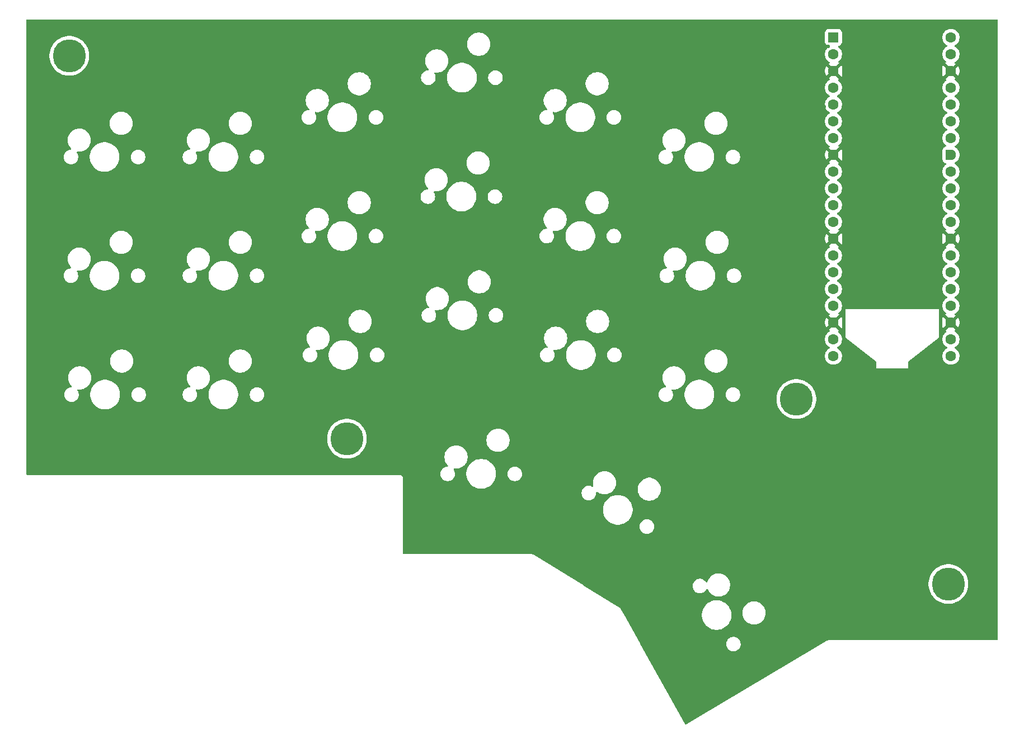
<source format=gtl>
%TF.GenerationSoftware,KiCad,Pcbnew,9.0.4*%
%TF.CreationDate,2025-11-01T07:51:32+01:00*%
%TF.ProjectId,kbv3-left,6b627633-2d6c-4656-9674-2e6b69636164,rev?*%
%TF.SameCoordinates,Original*%
%TF.FileFunction,Copper,L1,Top*%
%TF.FilePolarity,Positive*%
%FSLAX46Y46*%
G04 Gerber Fmt 4.6, Leading zero omitted, Abs format (unit mm)*
G04 Created by KiCad (PCBNEW 9.0.4) date 2025-11-01 07:51:32*
%MOMM*%
%LPD*%
G01*
G04 APERTURE LIST*
G04 Aperture macros list*
%AMRoundRect*
0 Rectangle with rounded corners*
0 $1 Rounding radius*
0 $2 $3 $4 $5 $6 $7 $8 $9 X,Y pos of 4 corners*
0 Add a 4 corners polygon primitive as box body*
4,1,4,$2,$3,$4,$5,$6,$7,$8,$9,$2,$3,0*
0 Add four circle primitives for the rounded corners*
1,1,$1+$1,$2,$3*
1,1,$1+$1,$4,$5*
1,1,$1+$1,$6,$7*
1,1,$1+$1,$8,$9*
0 Add four rect primitives between the rounded corners*
20,1,$1+$1,$2,$3,$4,$5,0*
20,1,$1+$1,$4,$5,$6,$7,0*
20,1,$1+$1,$6,$7,$8,$9,0*
20,1,$1+$1,$8,$9,$2,$3,0*%
%AMFreePoly0*
4,1,37,0.603843,0.796157,0.639018,0.796157,0.711114,0.766294,0.766294,0.711114,0.796157,0.639018,0.796157,0.603843,0.800000,0.600000,0.800000,-0.600000,0.796157,-0.603843,0.796157,-0.639018,0.766294,-0.711114,0.711114,-0.766294,0.639018,-0.796157,0.603843,-0.796157,0.600000,-0.800000,0.000000,-0.800000,0.000000,-0.796148,-0.078414,-0.796148,-0.232228,-0.765552,-0.377117,-0.705537,
-0.507515,-0.618408,-0.618408,-0.507515,-0.705537,-0.377117,-0.765552,-0.232228,-0.796148,-0.078414,-0.796148,0.078414,-0.765552,0.232228,-0.705537,0.377117,-0.618408,0.507515,-0.507515,0.618408,-0.377117,0.705537,-0.232228,0.765552,-0.078414,0.796148,0.000000,0.796148,0.000000,0.800000,0.600000,0.800000,0.603843,0.796157,0.603843,0.796157,$1*%
%AMFreePoly1*
4,1,37,0.000000,0.796148,0.078414,0.796148,0.232228,0.765552,0.377117,0.705537,0.507515,0.618408,0.618408,0.507515,0.705537,0.377117,0.765552,0.232228,0.796148,0.078414,0.796148,-0.078414,0.765552,-0.232228,0.705537,-0.377117,0.618408,-0.507515,0.507515,-0.618408,0.377117,-0.705537,0.232228,-0.765552,0.078414,-0.796148,0.000000,-0.796148,0.000000,-0.800000,-0.600000,-0.800000,
-0.603843,-0.796157,-0.639018,-0.796157,-0.711114,-0.766294,-0.766294,-0.711114,-0.796157,-0.639018,-0.796157,-0.603843,-0.800000,-0.600000,-0.800000,0.600000,-0.796157,0.603843,-0.796157,0.639018,-0.766294,0.711114,-0.711114,0.766294,-0.639018,0.796157,-0.603843,0.796157,-0.600000,0.800000,0.000000,0.800000,0.000000,0.796148,0.000000,0.796148,$1*%
G04 Aperture macros list end*
%TA.AperFunction,ComponentPad*%
%ADD10C,5.000000*%
%TD*%
%TA.AperFunction,ComponentPad*%
%ADD11RoundRect,0.200000X-0.600000X-0.600000X0.600000X-0.600000X0.600000X0.600000X-0.600000X0.600000X0*%
%TD*%
%TA.AperFunction,ComponentPad*%
%ADD12C,1.600000*%
%TD*%
%TA.AperFunction,ComponentPad*%
%ADD13FreePoly0,0.000000*%
%TD*%
%TA.AperFunction,ComponentPad*%
%ADD14FreePoly1,0.000000*%
%TD*%
%TA.AperFunction,ViaPad*%
%ADD15C,0.600000*%
%TD*%
G04 APERTURE END LIST*
D10*
%TO.P,REF\u002A\u002A,1*%
%TO.N,N/C*%
X81000000Y-56000000D03*
%TD*%
D11*
%TO.P,A1,1,GPIO0*%
%TO.N,Net-(A1-GPIO0)*%
X196620000Y-53220000D03*
D12*
%TO.P,A1,2,GPIO1*%
%TO.N,Net-(A1-GPIO1)*%
X196620000Y-55760000D03*
D13*
%TO.P,A1,3,GND*%
%TO.N,GND*%
X196620000Y-58300000D03*
D12*
%TO.P,A1,4,GPIO2*%
%TO.N,Net-(A1-GPIO2)*%
X196620000Y-60840000D03*
%TO.P,A1,5,GPIO3*%
%TO.N,Net-(A1-GPIO3)*%
X196620000Y-63380000D03*
%TO.P,A1,6,GPIO4*%
%TO.N,Net-(A1-GPIO4)*%
X196620000Y-65920000D03*
%TO.P,A1,7,GPIO5*%
%TO.N,Net-(A1-GPIO5)*%
X196620000Y-68460000D03*
D13*
%TO.P,A1,8,GND*%
%TO.N,GND*%
X196620000Y-71000000D03*
D12*
%TO.P,A1,9,GPIO6*%
%TO.N,Net-(A1-GPIO6)*%
X196620000Y-73540000D03*
%TO.P,A1,10,GPIO7*%
%TO.N,Net-(A1-GPIO7)*%
X196620000Y-76080000D03*
%TO.P,A1,11,GPIO8*%
%TO.N,Net-(A1-GPIO8)*%
X196620000Y-78620000D03*
%TO.P,A1,12,GPIO9*%
%TO.N,Net-(A1-GPIO9)*%
X196620000Y-81160000D03*
D13*
%TO.P,A1,13,GND*%
%TO.N,GND*%
X196620000Y-83700000D03*
D12*
%TO.P,A1,14,GPIO10*%
%TO.N,Net-(A1-GPIO10)*%
X196620000Y-86240000D03*
%TO.P,A1,15,GPIO11*%
%TO.N,Net-(A1-GPIO11)*%
X196620000Y-88780000D03*
%TO.P,A1,16,GPIO12*%
%TO.N,Net-(A1-GPIO12)*%
X196620000Y-91320000D03*
%TO.P,A1,17,GPIO13*%
%TO.N,Net-(A1-GPIO13)*%
X196620000Y-93860000D03*
D13*
%TO.P,A1,18,GND*%
%TO.N,GND*%
X196620000Y-96400000D03*
D12*
%TO.P,A1,19,GPIO14*%
%TO.N,Net-(A1-GPIO14)*%
X196620000Y-98940000D03*
%TO.P,A1,20,GPIO15*%
%TO.N,Net-(A1-GPIO15)*%
X196620000Y-101480000D03*
%TO.P,A1,21,GPIO16*%
%TO.N,Net-(A1-GPIO16)*%
X214400000Y-101480000D03*
%TO.P,A1,22,GPIO17*%
%TO.N,Net-(A1-GPIO17)*%
X214400000Y-98940000D03*
D14*
%TO.P,A1,23,GND*%
%TO.N,GND*%
X214400000Y-96400000D03*
D12*
%TO.P,A1,24,GPIO18*%
%TO.N,Net-(A1-GPIO18)*%
X214400000Y-93860000D03*
%TO.P,A1,25,GPIO19*%
%TO.N,Net-(A1-GPIO19)*%
X214400000Y-91320000D03*
%TO.P,A1,26,GPIO20*%
%TO.N,Net-(A1-GPIO20)*%
X214400000Y-88780000D03*
%TO.P,A1,27,GPIO21*%
%TO.N,unconnected-(A1-GPIO21-Pad27)*%
X214400000Y-86240000D03*
D14*
%TO.P,A1,28,GND*%
%TO.N,GND*%
X214400000Y-83700000D03*
D12*
%TO.P,A1,29,GPIO22*%
%TO.N,unconnected-(A1-GPIO22-Pad29)*%
X214400000Y-81160000D03*
%TO.P,A1,30,RUN*%
%TO.N,unconnected-(A1-RUN-Pad30)*%
X214400000Y-78620000D03*
%TO.P,A1,31,GPIO26_ADC0*%
%TO.N,unconnected-(A1-GPIO26_ADC0-Pad31)*%
X214400000Y-76080000D03*
%TO.P,A1,32,GPIO27_ADC1*%
%TO.N,unconnected-(A1-GPIO27_ADC1-Pad32)*%
X214400000Y-73540000D03*
D14*
%TO.P,A1,33,AGND*%
%TO.N,unconnected-(A1-AGND-Pad33)*%
X214400000Y-71000000D03*
D12*
%TO.P,A1,34,GPIO28_ADC2*%
%TO.N,unconnected-(A1-GPIO28_ADC2-Pad34)*%
X214400000Y-68460000D03*
%TO.P,A1,35,ADC_VREF*%
%TO.N,unconnected-(A1-ADC_VREF-Pad35)*%
X214400000Y-65920000D03*
%TO.P,A1,36,3V3*%
%TO.N,unconnected-(A1-3V3-Pad36)*%
X214400000Y-63380000D03*
%TO.P,A1,37,3V3_EN*%
%TO.N,unconnected-(A1-3V3_EN-Pad37)*%
X214400000Y-60840000D03*
D14*
%TO.P,A1,38,GND*%
%TO.N,GND*%
X214400000Y-58300000D03*
D12*
%TO.P,A1,39,VSYS*%
%TO.N,+3V8*%
X214400000Y-55760000D03*
%TO.P,A1,40,VBUS*%
%TO.N,unconnected-(A1-VBUS-Pad40)*%
X214400000Y-53220000D03*
%TD*%
D10*
%TO.P,REF\u002A\u002A,1*%
%TO.N,N/C*%
X123000000Y-114000000D03*
%TD*%
%TO.P,REF\u002A\u002A,1*%
%TO.N,N/C*%
X191000000Y-108000000D03*
%TD*%
%TO.P,REF\u002A\u002A,1*%
%TO.N,N/C*%
X214000000Y-136000000D03*
%TD*%
D15*
%TO.N,GND*%
X184500000Y-64800000D03*
X195800000Y-54600000D03*
X195200000Y-63700000D03*
X164300000Y-88900000D03*
X148400000Y-72100000D03*
X195000000Y-87400000D03*
%TD*%
%TA.AperFunction,Conductor*%
%TO.N,GND*%
G36*
X221442539Y-50520185D02*
G01*
X221488294Y-50572989D01*
X221499500Y-50624500D01*
X221499500Y-144375500D01*
X221479815Y-144442539D01*
X221427011Y-144488294D01*
X221375500Y-144499500D01*
X196063322Y-144499500D01*
X196060829Y-144498859D01*
X195997414Y-144499500D01*
X195933914Y-144499500D01*
X195932182Y-144499746D01*
X195929051Y-144500190D01*
X195868534Y-144517062D01*
X195867331Y-144517391D01*
X195806807Y-144533609D01*
X195803914Y-144534808D01*
X195803912Y-144534808D01*
X195802276Y-144535485D01*
X195748146Y-144567471D01*
X195747068Y-144568100D01*
X195691074Y-144600429D01*
X195682018Y-144606546D01*
X174297530Y-157242835D01*
X174229800Y-157259993D01*
X174163546Y-157237809D01*
X174126052Y-157196300D01*
X167398932Y-145087484D01*
X167398931Y-145087480D01*
X167368181Y-145032130D01*
X180378600Y-145032130D01*
X180378600Y-145205505D01*
X180405720Y-145376731D01*
X180459290Y-145541606D01*
X180459291Y-145541609D01*
X180537998Y-145696078D01*
X180639899Y-145836332D01*
X180762486Y-145958919D01*
X180902740Y-146060820D01*
X180978502Y-146099422D01*
X181057208Y-146139526D01*
X181057211Y-146139527D01*
X181139648Y-146166312D01*
X181222088Y-146193098D01*
X181301391Y-146205658D01*
X181393313Y-146220218D01*
X181393318Y-146220218D01*
X181566687Y-146220218D01*
X181649695Y-146207070D01*
X181737912Y-146193098D01*
X181902791Y-146139526D01*
X182057260Y-146060820D01*
X182197514Y-145958919D01*
X182320101Y-145836332D01*
X182422002Y-145696078D01*
X182500708Y-145541609D01*
X182554280Y-145376730D01*
X182568252Y-145288513D01*
X182581400Y-145205505D01*
X182581400Y-145032130D01*
X182565622Y-144932520D01*
X182554280Y-144860906D01*
X182500708Y-144696027D01*
X182500708Y-144696026D01*
X182422001Y-144541557D01*
X182417662Y-144535585D01*
X182320101Y-144401304D01*
X182197514Y-144278717D01*
X182057260Y-144176816D01*
X181902791Y-144098109D01*
X181902788Y-144098108D01*
X181737913Y-144044538D01*
X181566687Y-144017418D01*
X181566682Y-144017418D01*
X181393318Y-144017418D01*
X181393313Y-144017418D01*
X181222086Y-144044538D01*
X181057211Y-144098108D01*
X181057208Y-144098109D01*
X180902739Y-144176816D01*
X180822719Y-144234954D01*
X180762486Y-144278717D01*
X180762484Y-144278719D01*
X180762483Y-144278719D01*
X180639901Y-144401301D01*
X180639901Y-144401302D01*
X180639899Y-144401304D01*
X180609940Y-144442539D01*
X180537998Y-144541557D01*
X180459291Y-144696026D01*
X180459290Y-144696029D01*
X180405720Y-144860904D01*
X180378600Y-145032130D01*
X167368181Y-145032130D01*
X164921699Y-140628464D01*
X164890502Y-140572309D01*
X176695600Y-140572309D01*
X176695600Y-140866508D01*
X176695601Y-140866525D01*
X176734001Y-141158205D01*
X176810152Y-141442403D01*
X176922734Y-141714203D01*
X176922742Y-141714219D01*
X177069840Y-141968998D01*
X177069851Y-141969014D01*
X177248948Y-142202418D01*
X177248954Y-142202425D01*
X177456983Y-142410454D01*
X177456989Y-142410459D01*
X177690403Y-142589564D01*
X177690410Y-142589568D01*
X177945189Y-142736666D01*
X177945205Y-142736674D01*
X178217005Y-142849256D01*
X178217007Y-142849256D01*
X178217013Y-142849259D01*
X178501200Y-142925407D01*
X178792894Y-142963809D01*
X178792901Y-142963809D01*
X179087099Y-142963809D01*
X179087106Y-142963809D01*
X179378800Y-142925407D01*
X179662987Y-142849259D01*
X179736318Y-142818884D01*
X179934794Y-142736674D01*
X179934797Y-142736672D01*
X179934803Y-142736670D01*
X180189597Y-142589564D01*
X180423011Y-142410459D01*
X180631050Y-142202420D01*
X180810155Y-141969006D01*
X180957261Y-141714212D01*
X181069850Y-141442396D01*
X181145998Y-141158209D01*
X181184400Y-140866515D01*
X181184400Y-140572303D01*
X181145998Y-140280609D01*
X181141647Y-140264372D01*
X182858909Y-140264372D01*
X182858909Y-140493855D01*
X182876632Y-140628464D01*
X182888861Y-140721352D01*
X182888862Y-140721354D01*
X182948251Y-140943001D01*
X183036059Y-141154990D01*
X183036066Y-141155004D01*
X183150801Y-141353731D01*
X183290490Y-141535775D01*
X183290498Y-141535784D01*
X183452739Y-141698025D01*
X183452747Y-141698032D01*
X183634791Y-141837721D01*
X183634794Y-141837722D01*
X183634797Y-141837725D01*
X183833521Y-141952458D01*
X183833526Y-141952460D01*
X183833532Y-141952463D01*
X183924889Y-141990304D01*
X184045522Y-142040272D01*
X184267171Y-142099662D01*
X184494675Y-142129614D01*
X184494682Y-142129614D01*
X184724136Y-142129614D01*
X184724143Y-142129614D01*
X184951647Y-142099662D01*
X185173296Y-142040272D01*
X185385297Y-141952458D01*
X185584021Y-141837725D01*
X185766070Y-141698033D01*
X185766074Y-141698028D01*
X185766079Y-141698025D01*
X185928320Y-141535784D01*
X185928323Y-141535779D01*
X185928328Y-141535775D01*
X186068020Y-141353726D01*
X186182753Y-141155002D01*
X186270567Y-140943001D01*
X186329957Y-140721352D01*
X186359909Y-140493848D01*
X186359909Y-140264380D01*
X186329957Y-140036876D01*
X186270567Y-139815227D01*
X186183878Y-139605941D01*
X186182758Y-139603237D01*
X186182755Y-139603231D01*
X186182753Y-139603226D01*
X186068020Y-139404502D01*
X186068017Y-139404499D01*
X186068016Y-139404496D01*
X185928327Y-139222452D01*
X185928320Y-139222444D01*
X185766079Y-139060203D01*
X185766070Y-139060195D01*
X185584026Y-138920506D01*
X185385299Y-138805771D01*
X185385285Y-138805764D01*
X185173296Y-138717956D01*
X185114280Y-138702143D01*
X184951647Y-138658566D01*
X184913624Y-138653560D01*
X184724150Y-138628614D01*
X184724143Y-138628614D01*
X184494675Y-138628614D01*
X184494667Y-138628614D01*
X184278124Y-138657123D01*
X184267171Y-138658566D01*
X184173485Y-138683668D01*
X184045521Y-138717956D01*
X183833532Y-138805764D01*
X183833518Y-138805771D01*
X183634791Y-138920506D01*
X183452747Y-139060195D01*
X183290490Y-139222452D01*
X183150801Y-139404496D01*
X183036066Y-139603223D01*
X183036059Y-139603237D01*
X182971100Y-139760064D01*
X182948251Y-139815227D01*
X182899701Y-139996422D01*
X182888862Y-140036873D01*
X182888860Y-140036884D01*
X182858909Y-140264372D01*
X181141647Y-140264372D01*
X181069850Y-139996422D01*
X181069847Y-139996414D01*
X180957265Y-139724614D01*
X180957257Y-139724598D01*
X180810159Y-139469819D01*
X180810155Y-139469812D01*
X180631050Y-139236398D01*
X180631045Y-139236392D01*
X180423016Y-139028363D01*
X180423009Y-139028357D01*
X180189605Y-138849260D01*
X180189603Y-138849258D01*
X180189597Y-138849254D01*
X180189592Y-138849251D01*
X180189589Y-138849249D01*
X179934810Y-138702151D01*
X179934794Y-138702143D01*
X179662994Y-138589561D01*
X179378796Y-138513410D01*
X179087116Y-138475010D01*
X179087111Y-138475009D01*
X179087106Y-138475009D01*
X178792894Y-138475009D01*
X178792888Y-138475009D01*
X178792883Y-138475010D01*
X178501203Y-138513410D01*
X178217005Y-138589561D01*
X177945205Y-138702143D01*
X177945189Y-138702151D01*
X177690410Y-138849249D01*
X177690394Y-138849260D01*
X177456990Y-139028357D01*
X177456983Y-139028363D01*
X177248954Y-139236392D01*
X177248948Y-139236399D01*
X177069851Y-139469803D01*
X177069840Y-139469819D01*
X176922742Y-139724598D01*
X176922734Y-139724614D01*
X176810152Y-139996414D01*
X176734001Y-140280612D01*
X176695601Y-140572292D01*
X176695600Y-140572309D01*
X164890502Y-140572309D01*
X164439254Y-139760064D01*
X164439253Y-139760063D01*
X164438937Y-139759494D01*
X164408964Y-139704042D01*
X164406943Y-139701904D01*
X164405517Y-139699337D01*
X164403465Y-139697216D01*
X164362212Y-139654579D01*
X164361276Y-139653599D01*
X164318431Y-139608281D01*
X164315555Y-139605942D01*
X164315554Y-139605941D01*
X164314087Y-139604748D01*
X164260479Y-139572607D01*
X164259254Y-139571863D01*
X158997811Y-136334052D01*
X158834108Y-136233312D01*
X175298600Y-136233312D01*
X175298600Y-136406687D01*
X175325720Y-136577913D01*
X175379290Y-136742788D01*
X175379291Y-136742791D01*
X175424728Y-136831965D01*
X175457998Y-136897260D01*
X175559899Y-137037514D01*
X175682486Y-137160101D01*
X175822740Y-137262002D01*
X175898502Y-137300604D01*
X175977208Y-137340708D01*
X175977211Y-137340709D01*
X176059648Y-137367494D01*
X176142088Y-137394280D01*
X176221391Y-137406840D01*
X176313313Y-137421400D01*
X176313318Y-137421400D01*
X176486687Y-137421400D01*
X176569695Y-137408252D01*
X176657912Y-137394280D01*
X176822791Y-137340708D01*
X176977260Y-137262002D01*
X177117514Y-137160101D01*
X177240101Y-137037514D01*
X177342002Y-136897260D01*
X177389537Y-136803966D01*
X177437511Y-136753170D01*
X177505332Y-136736375D01*
X177571467Y-136758912D01*
X177614582Y-136812807D01*
X177622518Y-136831965D01*
X177661358Y-136925733D01*
X177661362Y-136925742D01*
X177776097Y-137124469D01*
X177915786Y-137306513D01*
X177915794Y-137306522D01*
X178078035Y-137468763D01*
X178078043Y-137468770D01*
X178260087Y-137608459D01*
X178260090Y-137608460D01*
X178260093Y-137608463D01*
X178458817Y-137723196D01*
X178458822Y-137723198D01*
X178458828Y-137723201D01*
X178497060Y-137739037D01*
X178670818Y-137811010D01*
X178892467Y-137870400D01*
X179119971Y-137900352D01*
X179119978Y-137900352D01*
X179349432Y-137900352D01*
X179349439Y-137900352D01*
X179576943Y-137870400D01*
X179798592Y-137811010D01*
X180010593Y-137723196D01*
X180209317Y-137608463D01*
X180391366Y-137468771D01*
X180391370Y-137468766D01*
X180391375Y-137468763D01*
X180553616Y-137306522D01*
X180553619Y-137306517D01*
X180553624Y-137306513D01*
X180693316Y-137124464D01*
X180808049Y-136925740D01*
X180895863Y-136713739D01*
X180955253Y-136492090D01*
X180985205Y-136264586D01*
X180985205Y-136035118D01*
X180958397Y-135831491D01*
X210999500Y-135831491D01*
X210999500Y-136168508D01*
X211037231Y-136503381D01*
X211037233Y-136503397D01*
X211112223Y-136831953D01*
X211112227Y-136831965D01*
X211223532Y-137150054D01*
X211369752Y-137453683D01*
X211425216Y-137541953D01*
X211549054Y-137739039D01*
X211759175Y-138002523D01*
X211997477Y-138240825D01*
X212260961Y-138450946D01*
X212546314Y-138630246D01*
X212849949Y-138776469D01*
X213057974Y-138849260D01*
X213168034Y-138887772D01*
X213168046Y-138887776D01*
X213496606Y-138962767D01*
X213831492Y-139000499D01*
X213831493Y-139000500D01*
X213831496Y-139000500D01*
X214168507Y-139000500D01*
X214168507Y-139000499D01*
X214503394Y-138962767D01*
X214831954Y-138887776D01*
X215150051Y-138776469D01*
X215453686Y-138630246D01*
X215739039Y-138450946D01*
X216002523Y-138240825D01*
X216240825Y-138002523D01*
X216450946Y-137739039D01*
X216630246Y-137453686D01*
X216776469Y-137150051D01*
X216887776Y-136831954D01*
X216962767Y-136503394D01*
X217000500Y-136168504D01*
X217000500Y-135831496D01*
X216962767Y-135496606D01*
X216887776Y-135168046D01*
X216776469Y-134849949D01*
X216630246Y-134546314D01*
X216450946Y-134260961D01*
X216240825Y-133997477D01*
X216002523Y-133759175D01*
X215739039Y-133549054D01*
X215453686Y-133369754D01*
X215453683Y-133369752D01*
X215150054Y-133223532D01*
X214831965Y-133112227D01*
X214831953Y-133112223D01*
X214503397Y-133037233D01*
X214503381Y-133037231D01*
X214168508Y-132999500D01*
X214168504Y-132999500D01*
X213831496Y-132999500D01*
X213831491Y-132999500D01*
X213496618Y-133037231D01*
X213496602Y-133037233D01*
X213168046Y-133112223D01*
X213168034Y-133112227D01*
X212849945Y-133223532D01*
X212546316Y-133369752D01*
X212260962Y-133549053D01*
X211997477Y-133759174D01*
X211759174Y-133997477D01*
X211549053Y-134260962D01*
X211369752Y-134546316D01*
X211223532Y-134849945D01*
X211112227Y-135168034D01*
X211112223Y-135168046D01*
X211037233Y-135496602D01*
X211037231Y-135496618D01*
X210999500Y-135831491D01*
X180958397Y-135831491D01*
X180955253Y-135807614D01*
X180895863Y-135585965D01*
X180808049Y-135373964D01*
X180693316Y-135175240D01*
X180693313Y-135175237D01*
X180693312Y-135175234D01*
X180553623Y-134993190D01*
X180553616Y-134993182D01*
X180391375Y-134830941D01*
X180391366Y-134830933D01*
X180209322Y-134691244D01*
X180010595Y-134576509D01*
X180010581Y-134576502D01*
X179798592Y-134488694D01*
X179576943Y-134429304D01*
X179538920Y-134424298D01*
X179349446Y-134399352D01*
X179349439Y-134399352D01*
X179119971Y-134399352D01*
X179119963Y-134399352D01*
X178903420Y-134427861D01*
X178892467Y-134429304D01*
X178798781Y-134454406D01*
X178670817Y-134488694D01*
X178458828Y-134576502D01*
X178458814Y-134576509D01*
X178260087Y-134691244D01*
X178078043Y-134830933D01*
X177915786Y-134993190D01*
X177776097Y-135175234D01*
X177661362Y-135373961D01*
X177661355Y-135373975D01*
X177573548Y-135585962D01*
X177573547Y-135585965D01*
X177560148Y-135635968D01*
X177547757Y-135682215D01*
X177511391Y-135741875D01*
X177448544Y-135772404D01*
X177379169Y-135764109D01*
X177327664Y-135723006D01*
X177240103Y-135602489D01*
X177240098Y-135602483D01*
X177117516Y-135479901D01*
X177117514Y-135479899D01*
X176977260Y-135377998D01*
X176822791Y-135299291D01*
X176822788Y-135299290D01*
X176657913Y-135245720D01*
X176486687Y-135218600D01*
X176486682Y-135218600D01*
X176313318Y-135218600D01*
X176313313Y-135218600D01*
X176142086Y-135245720D01*
X175977211Y-135299290D01*
X175977208Y-135299291D01*
X175822739Y-135377998D01*
X175742719Y-135436136D01*
X175682486Y-135479899D01*
X175682484Y-135479901D01*
X175682483Y-135479901D01*
X175559901Y-135602483D01*
X175559901Y-135602484D01*
X175559899Y-135602486D01*
X175559897Y-135602489D01*
X175457998Y-135742739D01*
X175379291Y-135897208D01*
X175379290Y-135897211D01*
X175325720Y-136062086D01*
X175298600Y-136233312D01*
X158834108Y-136233312D01*
X151324752Y-131612170D01*
X151324751Y-131612169D01*
X151312353Y-131604539D01*
X151307314Y-131599500D01*
X151256358Y-131570080D01*
X151254879Y-131569170D01*
X151254840Y-131569147D01*
X151206191Y-131539210D01*
X151199745Y-131536325D01*
X151193188Y-131533609D01*
X151193186Y-131533608D01*
X151193182Y-131533607D01*
X151193180Y-131533606D01*
X151138001Y-131518820D01*
X151134659Y-131517874D01*
X151079907Y-131501545D01*
X151079903Y-131501544D01*
X151073446Y-131501362D01*
X151072777Y-131501344D01*
X151065892Y-131499500D01*
X151007041Y-131499500D01*
X151005294Y-131499451D01*
X151005292Y-131499451D01*
X150948177Y-131497848D01*
X150948176Y-131497848D01*
X150948174Y-131497848D01*
X150948171Y-131497848D01*
X150940089Y-131498683D01*
X150940011Y-131497935D01*
X150926677Y-131499500D01*
X131624500Y-131499500D01*
X131557461Y-131479815D01*
X131511706Y-131427011D01*
X131500500Y-131375500D01*
X131500500Y-127233312D01*
X167298600Y-127233312D01*
X167298600Y-127406687D01*
X167325720Y-127577913D01*
X167379290Y-127742788D01*
X167379291Y-127742791D01*
X167457998Y-127897260D01*
X167559899Y-128037514D01*
X167682486Y-128160101D01*
X167822740Y-128262002D01*
X167898502Y-128300604D01*
X167977208Y-128340708D01*
X167977211Y-128340709D01*
X168059648Y-128367494D01*
X168142088Y-128394280D01*
X168221391Y-128406840D01*
X168313313Y-128421400D01*
X168313318Y-128421400D01*
X168486687Y-128421400D01*
X168569695Y-128408252D01*
X168657912Y-128394280D01*
X168822791Y-128340708D01*
X168977260Y-128262002D01*
X169117514Y-128160101D01*
X169240101Y-128037514D01*
X169342002Y-127897260D01*
X169420708Y-127742791D01*
X169474280Y-127577912D01*
X169488252Y-127489695D01*
X169501400Y-127406687D01*
X169501400Y-127233312D01*
X169485622Y-127133702D01*
X169474280Y-127062088D01*
X169447494Y-126979648D01*
X169420709Y-126897211D01*
X169420708Y-126897208D01*
X169342001Y-126742739D01*
X169240101Y-126602486D01*
X169117514Y-126479899D01*
X168977260Y-126377998D01*
X168822791Y-126299291D01*
X168822788Y-126299290D01*
X168657913Y-126245720D01*
X168486687Y-126218600D01*
X168486682Y-126218600D01*
X168313318Y-126218600D01*
X168313313Y-126218600D01*
X168142086Y-126245720D01*
X167977211Y-126299290D01*
X167977208Y-126299291D01*
X167822739Y-126377998D01*
X167742719Y-126436136D01*
X167682486Y-126479899D01*
X167682484Y-126479901D01*
X167682483Y-126479901D01*
X167559901Y-126602483D01*
X167559901Y-126602484D01*
X167559899Y-126602486D01*
X167525270Y-126650148D01*
X167457998Y-126742739D01*
X167379291Y-126897208D01*
X167379290Y-126897211D01*
X167325720Y-127062086D01*
X167298600Y-127233312D01*
X131500500Y-127233312D01*
X131500500Y-124632900D01*
X161756191Y-124632900D01*
X161756191Y-124927099D01*
X161756192Y-124927116D01*
X161794592Y-125218796D01*
X161870743Y-125502994D01*
X161983325Y-125774794D01*
X161983333Y-125774810D01*
X162130431Y-126029589D01*
X162130442Y-126029605D01*
X162309539Y-126263009D01*
X162309545Y-126263016D01*
X162517574Y-126471045D01*
X162517580Y-126471050D01*
X162750994Y-126650155D01*
X162751001Y-126650159D01*
X163005780Y-126797257D01*
X163005796Y-126797265D01*
X163277596Y-126909847D01*
X163277598Y-126909847D01*
X163277604Y-126909850D01*
X163561791Y-126985998D01*
X163853485Y-127024400D01*
X163853492Y-127024400D01*
X164147690Y-127024400D01*
X164147697Y-127024400D01*
X164439391Y-126985998D01*
X164723578Y-126909850D01*
X164796909Y-126879475D01*
X164995385Y-126797265D01*
X164995388Y-126797263D01*
X164995394Y-126797261D01*
X165250188Y-126650155D01*
X165483602Y-126471050D01*
X165691641Y-126263011D01*
X165870746Y-126029597D01*
X166017852Y-125774803D01*
X166130441Y-125502987D01*
X166206589Y-125218800D01*
X166244991Y-124927106D01*
X166244991Y-124632894D01*
X166206589Y-124341200D01*
X166130441Y-124057013D01*
X166130438Y-124057005D01*
X166017856Y-123785205D01*
X166017848Y-123785189D01*
X165870750Y-123530410D01*
X165870746Y-123530403D01*
X165691641Y-123296989D01*
X165691636Y-123296983D01*
X165483607Y-123088954D01*
X165483600Y-123088948D01*
X165250196Y-122909851D01*
X165250194Y-122909849D01*
X165250188Y-122909845D01*
X165250183Y-122909842D01*
X165250180Y-122909840D01*
X164995401Y-122762742D01*
X164995385Y-122762734D01*
X164723585Y-122650152D01*
X164630493Y-122625208D01*
X164439391Y-122574002D01*
X164439390Y-122574001D01*
X164439387Y-122574001D01*
X164147707Y-122535601D01*
X164147702Y-122535600D01*
X164147697Y-122535600D01*
X163853485Y-122535600D01*
X163853479Y-122535600D01*
X163853474Y-122535601D01*
X163561794Y-122574001D01*
X163277596Y-122650152D01*
X163005796Y-122762734D01*
X163005780Y-122762742D01*
X162751001Y-122909840D01*
X162750985Y-122909851D01*
X162517581Y-123088948D01*
X162517574Y-123088954D01*
X162309545Y-123296983D01*
X162309539Y-123296990D01*
X162130442Y-123530394D01*
X162130431Y-123530410D01*
X161983333Y-123785189D01*
X161983325Y-123785205D01*
X161870743Y-124057005D01*
X161794592Y-124341203D01*
X161756192Y-124632883D01*
X161756191Y-124632900D01*
X131500500Y-124632900D01*
X131500500Y-122153312D01*
X158499782Y-122153312D01*
X158499782Y-122326687D01*
X158526902Y-122497913D01*
X158580472Y-122662788D01*
X158580473Y-122662791D01*
X158654081Y-122807252D01*
X158659180Y-122817260D01*
X158761081Y-122957514D01*
X158883668Y-123080101D01*
X159023922Y-123182002D01*
X159099684Y-123220604D01*
X159178390Y-123260708D01*
X159178393Y-123260709D01*
X159260830Y-123287494D01*
X159343270Y-123314280D01*
X159422573Y-123326840D01*
X159514495Y-123341400D01*
X159514500Y-123341400D01*
X159687869Y-123341400D01*
X159770877Y-123328252D01*
X159859094Y-123314280D01*
X160023973Y-123260708D01*
X160178442Y-123182002D01*
X160318696Y-123080101D01*
X160441283Y-122957514D01*
X160543184Y-122817260D01*
X160621890Y-122662791D01*
X160675462Y-122497912D01*
X160691628Y-122395841D01*
X160702582Y-122326687D01*
X160702582Y-122159881D01*
X160722267Y-122092842D01*
X160775071Y-122047087D01*
X160844229Y-122037143D01*
X160902069Y-122061506D01*
X160996416Y-122133902D01*
X160996419Y-122133903D01*
X160996422Y-122133906D01*
X161195146Y-122248639D01*
X161195151Y-122248641D01*
X161195157Y-122248644D01*
X161286514Y-122286485D01*
X161407147Y-122336453D01*
X161628796Y-122395843D01*
X161856300Y-122425795D01*
X161856307Y-122425795D01*
X162085761Y-122425795D01*
X162085768Y-122425795D01*
X162313272Y-122395843D01*
X162534921Y-122336453D01*
X162746922Y-122248639D01*
X162945646Y-122133906D01*
X163127695Y-121994214D01*
X163127699Y-121994209D01*
X163127704Y-121994206D01*
X163289945Y-121831965D01*
X163289948Y-121831960D01*
X163289953Y-121831956D01*
X163429645Y-121649907D01*
X163495496Y-121535849D01*
X166989796Y-121535849D01*
X166989796Y-121765332D01*
X166998568Y-121831956D01*
X167019748Y-121992829D01*
X167064509Y-122159881D01*
X167079138Y-122214478D01*
X167166946Y-122426467D01*
X167166953Y-122426481D01*
X167281688Y-122625208D01*
X167421377Y-122807252D01*
X167421385Y-122807261D01*
X167583626Y-122969502D01*
X167583634Y-122969509D01*
X167765678Y-123109198D01*
X167765681Y-123109199D01*
X167765684Y-123109202D01*
X167964408Y-123223935D01*
X167964413Y-123223937D01*
X167964419Y-123223940D01*
X168053186Y-123260708D01*
X168176409Y-123311749D01*
X168398058Y-123371139D01*
X168625562Y-123401091D01*
X168625569Y-123401091D01*
X168855023Y-123401091D01*
X168855030Y-123401091D01*
X169082534Y-123371139D01*
X169304183Y-123311749D01*
X169516184Y-123223935D01*
X169714908Y-123109202D01*
X169896957Y-122969510D01*
X169896961Y-122969505D01*
X169896966Y-122969502D01*
X170059207Y-122807261D01*
X170059210Y-122807256D01*
X170059215Y-122807252D01*
X170198907Y-122625203D01*
X170313640Y-122426479D01*
X170401454Y-122214478D01*
X170460844Y-121992829D01*
X170490796Y-121765325D01*
X170490796Y-121535857D01*
X170460844Y-121308353D01*
X170401454Y-121086704D01*
X170313640Y-120874703D01*
X170198907Y-120675979D01*
X170198904Y-120675976D01*
X170198903Y-120675973D01*
X170059214Y-120493929D01*
X170059207Y-120493921D01*
X169896966Y-120331680D01*
X169896957Y-120331672D01*
X169714913Y-120191983D01*
X169516186Y-120077248D01*
X169516172Y-120077241D01*
X169304183Y-119989433D01*
X169082534Y-119930043D01*
X169044511Y-119925037D01*
X168855037Y-119900091D01*
X168855030Y-119900091D01*
X168625562Y-119900091D01*
X168625554Y-119900091D01*
X168409011Y-119928600D01*
X168398058Y-119930043D01*
X168382880Y-119934110D01*
X168176408Y-119989433D01*
X167964419Y-120077241D01*
X167964405Y-120077248D01*
X167765678Y-120191983D01*
X167583634Y-120331672D01*
X167421377Y-120493929D01*
X167281688Y-120675973D01*
X167166953Y-120874700D01*
X167166946Y-120874714D01*
X167079138Y-121086703D01*
X167065233Y-121138600D01*
X167029743Y-121271053D01*
X167019749Y-121308350D01*
X167019747Y-121308361D01*
X166989796Y-121535849D01*
X163495496Y-121535849D01*
X163544378Y-121451183D01*
X163632192Y-121239182D01*
X163691582Y-121017533D01*
X163721534Y-120790029D01*
X163721534Y-120560561D01*
X163691582Y-120333057D01*
X163632192Y-120111408D01*
X163558752Y-119934108D01*
X163544383Y-119899418D01*
X163544380Y-119899412D01*
X163544378Y-119899407D01*
X163429645Y-119700683D01*
X163429642Y-119700680D01*
X163429641Y-119700677D01*
X163289952Y-119518633D01*
X163289945Y-119518625D01*
X163127704Y-119356384D01*
X163127695Y-119356376D01*
X162945651Y-119216687D01*
X162746924Y-119101952D01*
X162746910Y-119101945D01*
X162534921Y-119014137D01*
X162313272Y-118954747D01*
X162275249Y-118949741D01*
X162085775Y-118924795D01*
X162085768Y-118924795D01*
X161856300Y-118924795D01*
X161856292Y-118924795D01*
X161639749Y-118953304D01*
X161628796Y-118954747D01*
X161535110Y-118979849D01*
X161407146Y-119014137D01*
X161195157Y-119101945D01*
X161195143Y-119101952D01*
X160996416Y-119216687D01*
X160814372Y-119356376D01*
X160652115Y-119518633D01*
X160512426Y-119700677D01*
X160397691Y-119899404D01*
X160397684Y-119899418D01*
X160309876Y-120111407D01*
X160250487Y-120333054D01*
X160250485Y-120333065D01*
X160220534Y-120560553D01*
X160220534Y-120790036D01*
X160231683Y-120874714D01*
X160250486Y-121017533D01*
X160250487Y-121017535D01*
X160250488Y-121017539D01*
X160276826Y-121115838D01*
X160275163Y-121185688D01*
X160236000Y-121243550D01*
X160171771Y-121271053D01*
X160102869Y-121259466D01*
X160100756Y-121258415D01*
X160023973Y-121219291D01*
X160023970Y-121219290D01*
X159859095Y-121165720D01*
X159687869Y-121138600D01*
X159687864Y-121138600D01*
X159514500Y-121138600D01*
X159514495Y-121138600D01*
X159343268Y-121165720D01*
X159178393Y-121219290D01*
X159178390Y-121219291D01*
X159023921Y-121297998D01*
X158969887Y-121337257D01*
X158883668Y-121399899D01*
X158883666Y-121399901D01*
X158883665Y-121399901D01*
X158761083Y-121522483D01*
X158761083Y-121522484D01*
X158761081Y-121522486D01*
X158751362Y-121535863D01*
X158659180Y-121662739D01*
X158580473Y-121817208D01*
X158580472Y-121817211D01*
X158526902Y-121982086D01*
X158499782Y-122153312D01*
X131500500Y-122153312D01*
X131500500Y-119934110D01*
X131500500Y-119934108D01*
X131466392Y-119806814D01*
X131400500Y-119692686D01*
X131307314Y-119599500D01*
X131250250Y-119566554D01*
X131193187Y-119533608D01*
X131129539Y-119516554D01*
X131065892Y-119499500D01*
X131065891Y-119499500D01*
X74624500Y-119499500D01*
X74615814Y-119496949D01*
X74606853Y-119498238D01*
X74582812Y-119487259D01*
X74557461Y-119479815D01*
X74551533Y-119472974D01*
X74543297Y-119469213D01*
X74529007Y-119446978D01*
X74511706Y-119427011D01*
X74509418Y-119416496D01*
X74505523Y-119410435D01*
X74500500Y-119375500D01*
X74500500Y-119233312D01*
X137138600Y-119233312D01*
X137138600Y-119406687D01*
X137165720Y-119577913D01*
X137219290Y-119742788D01*
X137219291Y-119742791D01*
X137251912Y-119806812D01*
X137297998Y-119897260D01*
X137399899Y-120037514D01*
X137522486Y-120160101D01*
X137662740Y-120262002D01*
X137738502Y-120300604D01*
X137817208Y-120340708D01*
X137817211Y-120340709D01*
X137899648Y-120367494D01*
X137982088Y-120394280D01*
X138061391Y-120406840D01*
X138153313Y-120421400D01*
X138153318Y-120421400D01*
X138326687Y-120421400D01*
X138409695Y-120408252D01*
X138497912Y-120394280D01*
X138662791Y-120340708D01*
X138817260Y-120262002D01*
X138957514Y-120160101D01*
X139080101Y-120037514D01*
X139182002Y-119897260D01*
X139260708Y-119742791D01*
X139314280Y-119577912D01*
X139329817Y-119479815D01*
X139341400Y-119406687D01*
X139341400Y-119233312D01*
X139334260Y-119188233D01*
X139331831Y-119172900D01*
X141075600Y-119172900D01*
X141075600Y-119467099D01*
X141075601Y-119467116D01*
X141114001Y-119758796D01*
X141190152Y-120042994D01*
X141302734Y-120314794D01*
X141302742Y-120314810D01*
X141449840Y-120569589D01*
X141449851Y-120569605D01*
X141628948Y-120803009D01*
X141628954Y-120803016D01*
X141836983Y-121011045D01*
X141836990Y-121011051D01*
X141935582Y-121086703D01*
X142070403Y-121190155D01*
X142070410Y-121190159D01*
X142325189Y-121337257D01*
X142325205Y-121337265D01*
X142597005Y-121449847D01*
X142597007Y-121449847D01*
X142597013Y-121449850D01*
X142881200Y-121525998D01*
X143172894Y-121564400D01*
X143172901Y-121564400D01*
X143467099Y-121564400D01*
X143467106Y-121564400D01*
X143758800Y-121525998D01*
X144042987Y-121449850D01*
X144116318Y-121419475D01*
X144314794Y-121337265D01*
X144314797Y-121337263D01*
X144314803Y-121337261D01*
X144569597Y-121190155D01*
X144803011Y-121011050D01*
X145011050Y-120803011D01*
X145190155Y-120569597D01*
X145337261Y-120314803D01*
X145449850Y-120042987D01*
X145525998Y-119758800D01*
X145564400Y-119467106D01*
X145564400Y-119233312D01*
X147298600Y-119233312D01*
X147298600Y-119406687D01*
X147325720Y-119577913D01*
X147379290Y-119742788D01*
X147379291Y-119742791D01*
X147411912Y-119806812D01*
X147457998Y-119897260D01*
X147559899Y-120037514D01*
X147682486Y-120160101D01*
X147822740Y-120262002D01*
X147898502Y-120300604D01*
X147977208Y-120340708D01*
X147977211Y-120340709D01*
X148059648Y-120367494D01*
X148142088Y-120394280D01*
X148221391Y-120406840D01*
X148313313Y-120421400D01*
X148313318Y-120421400D01*
X148486687Y-120421400D01*
X148569695Y-120408252D01*
X148657912Y-120394280D01*
X148822791Y-120340708D01*
X148977260Y-120262002D01*
X149117514Y-120160101D01*
X149240101Y-120037514D01*
X149342002Y-119897260D01*
X149420708Y-119742791D01*
X149474280Y-119577912D01*
X149489817Y-119479815D01*
X149501400Y-119406687D01*
X149501400Y-119233312D01*
X149485622Y-119133702D01*
X149474280Y-119062088D01*
X149447494Y-118979648D01*
X149420709Y-118897211D01*
X149420708Y-118897208D01*
X149342001Y-118742739D01*
X149240101Y-118602486D01*
X149117514Y-118479899D01*
X148977260Y-118377998D01*
X148928874Y-118353344D01*
X148822791Y-118299291D01*
X148822788Y-118299290D01*
X148657913Y-118245720D01*
X148486687Y-118218600D01*
X148486682Y-118218600D01*
X148313318Y-118218600D01*
X148313313Y-118218600D01*
X148142086Y-118245720D01*
X147977211Y-118299290D01*
X147977208Y-118299291D01*
X147822739Y-118377998D01*
X147791405Y-118400764D01*
X147682486Y-118479899D01*
X147682484Y-118479901D01*
X147682483Y-118479901D01*
X147559901Y-118602483D01*
X147559901Y-118602484D01*
X147559899Y-118602486D01*
X147529231Y-118644697D01*
X147457998Y-118742739D01*
X147379291Y-118897208D01*
X147379290Y-118897211D01*
X147325720Y-119062086D01*
X147298600Y-119233312D01*
X145564400Y-119233312D01*
X145564400Y-119172894D01*
X145525998Y-118881200D01*
X145449850Y-118597013D01*
X145422300Y-118530500D01*
X145337265Y-118325205D01*
X145337257Y-118325189D01*
X145190159Y-118070410D01*
X145190155Y-118070403D01*
X145011050Y-117836989D01*
X145011045Y-117836983D01*
X144803016Y-117628954D01*
X144803009Y-117628948D01*
X144569605Y-117449851D01*
X144569603Y-117449849D01*
X144569597Y-117449845D01*
X144569592Y-117449842D01*
X144569589Y-117449840D01*
X144314810Y-117302742D01*
X144314794Y-117302734D01*
X144042994Y-117190152D01*
X143789544Y-117122240D01*
X143758800Y-117114002D01*
X143758799Y-117114001D01*
X143758796Y-117114001D01*
X143467116Y-117075601D01*
X143467111Y-117075600D01*
X143467106Y-117075600D01*
X143172894Y-117075600D01*
X143172888Y-117075600D01*
X143172883Y-117075601D01*
X142881203Y-117114001D01*
X142597005Y-117190152D01*
X142325205Y-117302734D01*
X142325189Y-117302742D01*
X142070410Y-117449840D01*
X142070394Y-117449851D01*
X141836990Y-117628948D01*
X141836983Y-117628954D01*
X141628954Y-117836983D01*
X141628948Y-117836990D01*
X141449851Y-118070394D01*
X141449840Y-118070410D01*
X141302742Y-118325189D01*
X141302734Y-118325205D01*
X141190152Y-118597005D01*
X141114001Y-118881203D01*
X141075601Y-119172883D01*
X141075600Y-119172900D01*
X139331831Y-119172900D01*
X139320594Y-119101952D01*
X139314280Y-119062088D01*
X139287494Y-118979648D01*
X139260709Y-118897211D01*
X139260708Y-118897208D01*
X139182001Y-118742738D01*
X139158580Y-118710503D01*
X139135099Y-118644697D01*
X139150924Y-118576642D01*
X139201029Y-118527947D01*
X139269507Y-118514071D01*
X139275068Y-118514675D01*
X139395266Y-118530500D01*
X139395273Y-118530500D01*
X139624727Y-118530500D01*
X139624734Y-118530500D01*
X139852238Y-118500548D01*
X140073887Y-118441158D01*
X140285888Y-118353344D01*
X140484612Y-118238611D01*
X140666661Y-118098919D01*
X140666665Y-118098914D01*
X140666670Y-118098911D01*
X140828911Y-117936670D01*
X140828914Y-117936665D01*
X140828919Y-117936661D01*
X140968611Y-117754612D01*
X141083344Y-117555888D01*
X141171158Y-117343887D01*
X141230548Y-117122238D01*
X141260500Y-116894734D01*
X141260500Y-116665266D01*
X141230548Y-116437762D01*
X141171158Y-116216113D01*
X141083344Y-116004112D01*
X140968611Y-115805388D01*
X140968608Y-115805385D01*
X140968607Y-115805382D01*
X140828918Y-115623338D01*
X140828911Y-115623330D01*
X140666670Y-115461089D01*
X140666661Y-115461081D01*
X140484617Y-115321392D01*
X140285890Y-115206657D01*
X140285876Y-115206650D01*
X140073887Y-115118842D01*
X139852238Y-115059452D01*
X139814215Y-115054446D01*
X139624741Y-115029500D01*
X139624734Y-115029500D01*
X139395266Y-115029500D01*
X139395258Y-115029500D01*
X139178715Y-115058009D01*
X139167762Y-115059452D01*
X139074076Y-115084554D01*
X138946112Y-115118842D01*
X138734123Y-115206650D01*
X138734109Y-115206657D01*
X138535382Y-115321392D01*
X138353338Y-115461081D01*
X138191081Y-115623338D01*
X138051392Y-115805382D01*
X137936657Y-116004109D01*
X137936650Y-116004123D01*
X137848842Y-116216112D01*
X137789453Y-116437759D01*
X137789451Y-116437770D01*
X137759500Y-116665258D01*
X137759500Y-116894741D01*
X137783312Y-117075600D01*
X137789452Y-117122238D01*
X137837815Y-117302734D01*
X137848842Y-117343887D01*
X137936650Y-117555876D01*
X137936657Y-117555890D01*
X138051392Y-117754617D01*
X138191081Y-117936661D01*
X138191089Y-117936670D01*
X138261338Y-118006919D01*
X138294823Y-118068242D01*
X138289839Y-118137934D01*
X138247967Y-118193867D01*
X138182503Y-118218284D01*
X138173657Y-118218600D01*
X138153313Y-118218600D01*
X137982086Y-118245720D01*
X137817211Y-118299290D01*
X137817208Y-118299291D01*
X137662739Y-118377998D01*
X137631405Y-118400764D01*
X137522486Y-118479899D01*
X137522484Y-118479901D01*
X137522483Y-118479901D01*
X137399901Y-118602483D01*
X137399901Y-118602484D01*
X137399899Y-118602486D01*
X137369231Y-118644697D01*
X137297998Y-118742739D01*
X137219291Y-118897208D01*
X137219290Y-118897211D01*
X137165720Y-119062086D01*
X137138600Y-119233312D01*
X74500500Y-119233312D01*
X74500500Y-113831491D01*
X119999500Y-113831491D01*
X119999500Y-114168508D01*
X120037231Y-114503381D01*
X120037233Y-114503397D01*
X120112223Y-114831953D01*
X120112227Y-114831965D01*
X120223532Y-115150054D01*
X120369752Y-115453683D01*
X120369754Y-115453686D01*
X120549054Y-115739039D01*
X120678339Y-115901158D01*
X120725699Y-115960546D01*
X120759175Y-116002523D01*
X120997477Y-116240825D01*
X121260961Y-116450946D01*
X121546314Y-116630246D01*
X121849949Y-116776469D01*
X122088848Y-116860063D01*
X122168034Y-116887772D01*
X122168046Y-116887776D01*
X122496606Y-116962767D01*
X122831492Y-117000499D01*
X122831493Y-117000500D01*
X122831496Y-117000500D01*
X123168507Y-117000500D01*
X123168507Y-117000499D01*
X123503394Y-116962767D01*
X123831954Y-116887776D01*
X124150051Y-116776469D01*
X124453686Y-116630246D01*
X124739039Y-116450946D01*
X125002523Y-116240825D01*
X125240825Y-116002523D01*
X125450946Y-115739039D01*
X125630246Y-115453686D01*
X125776469Y-115150051D01*
X125887776Y-114831954D01*
X125962767Y-114503394D01*
X126000500Y-114168504D01*
X126000500Y-114125258D01*
X144109500Y-114125258D01*
X144109500Y-114354741D01*
X144129070Y-114503381D01*
X144139452Y-114582238D01*
X144139453Y-114582240D01*
X144198842Y-114803887D01*
X144286650Y-115015876D01*
X144286657Y-115015890D01*
X144401392Y-115214617D01*
X144541081Y-115396661D01*
X144541089Y-115396670D01*
X144703330Y-115558911D01*
X144703338Y-115558918D01*
X144885382Y-115698607D01*
X144885385Y-115698608D01*
X144885388Y-115698611D01*
X145084112Y-115813344D01*
X145084117Y-115813346D01*
X145084123Y-115813349D01*
X145175480Y-115851190D01*
X145296113Y-115901158D01*
X145517762Y-115960548D01*
X145745266Y-115990500D01*
X145745273Y-115990500D01*
X145974727Y-115990500D01*
X145974734Y-115990500D01*
X146202238Y-115960548D01*
X146423887Y-115901158D01*
X146635888Y-115813344D01*
X146834612Y-115698611D01*
X147016661Y-115558919D01*
X147016665Y-115558914D01*
X147016670Y-115558911D01*
X147178911Y-115396670D01*
X147178914Y-115396665D01*
X147178919Y-115396661D01*
X147318611Y-115214612D01*
X147433344Y-115015888D01*
X147521158Y-114803887D01*
X147580548Y-114582238D01*
X147610500Y-114354734D01*
X147610500Y-114125266D01*
X147580548Y-113897762D01*
X147521158Y-113676113D01*
X147471190Y-113555480D01*
X147433349Y-113464123D01*
X147433346Y-113464117D01*
X147433344Y-113464112D01*
X147318611Y-113265388D01*
X147318608Y-113265385D01*
X147318607Y-113265382D01*
X147178918Y-113083338D01*
X147178911Y-113083330D01*
X147016670Y-112921089D01*
X147016661Y-112921081D01*
X146834617Y-112781392D01*
X146635890Y-112666657D01*
X146635876Y-112666650D01*
X146423887Y-112578842D01*
X146202238Y-112519452D01*
X146164215Y-112514446D01*
X145974741Y-112489500D01*
X145974734Y-112489500D01*
X145745266Y-112489500D01*
X145745258Y-112489500D01*
X145528715Y-112518009D01*
X145517762Y-112519452D01*
X145424076Y-112544554D01*
X145296112Y-112578842D01*
X145084123Y-112666650D01*
X145084109Y-112666657D01*
X144885382Y-112781392D01*
X144703338Y-112921081D01*
X144541081Y-113083338D01*
X144401392Y-113265382D01*
X144286657Y-113464109D01*
X144286650Y-113464123D01*
X144198842Y-113676112D01*
X144139453Y-113897759D01*
X144139451Y-113897770D01*
X144109500Y-114125258D01*
X126000500Y-114125258D01*
X126000500Y-113831496D01*
X125962767Y-113496606D01*
X125887776Y-113168046D01*
X125776469Y-112849949D01*
X125630246Y-112546314D01*
X125450946Y-112260961D01*
X125240825Y-111997477D01*
X125002523Y-111759175D01*
X124739039Y-111549054D01*
X124453686Y-111369754D01*
X124453683Y-111369752D01*
X124150054Y-111223532D01*
X123831965Y-111112227D01*
X123831953Y-111112223D01*
X123503397Y-111037233D01*
X123503381Y-111037231D01*
X123168508Y-110999500D01*
X123168504Y-110999500D01*
X122831496Y-110999500D01*
X122831491Y-110999500D01*
X122496618Y-111037231D01*
X122496602Y-111037233D01*
X122168046Y-111112223D01*
X122168034Y-111112227D01*
X121849945Y-111223532D01*
X121546316Y-111369752D01*
X121260962Y-111549053D01*
X120997477Y-111759174D01*
X120759174Y-111997477D01*
X120549053Y-112260962D01*
X120369752Y-112546316D01*
X120223532Y-112849945D01*
X120112227Y-113168034D01*
X120112223Y-113168046D01*
X120037233Y-113496602D01*
X120037231Y-113496618D01*
X119999500Y-113831491D01*
X74500500Y-113831491D01*
X74500500Y-107233312D01*
X80218600Y-107233312D01*
X80218600Y-107406687D01*
X80245720Y-107577913D01*
X80299290Y-107742788D01*
X80299291Y-107742791D01*
X80377998Y-107897260D01*
X80479899Y-108037514D01*
X80602486Y-108160101D01*
X80742740Y-108262002D01*
X80818502Y-108300604D01*
X80897208Y-108340708D01*
X80897211Y-108340709D01*
X80979648Y-108367494D01*
X81062088Y-108394280D01*
X81141391Y-108406840D01*
X81233313Y-108421400D01*
X81233318Y-108421400D01*
X81406687Y-108421400D01*
X81489695Y-108408252D01*
X81577912Y-108394280D01*
X81742791Y-108340708D01*
X81897260Y-108262002D01*
X82037514Y-108160101D01*
X82160101Y-108037514D01*
X82262002Y-107897260D01*
X82340708Y-107742791D01*
X82394280Y-107577912D01*
X82411831Y-107467099D01*
X82421400Y-107406687D01*
X82421400Y-107233312D01*
X82414260Y-107188233D01*
X82411831Y-107172900D01*
X84155600Y-107172900D01*
X84155600Y-107467099D01*
X84155601Y-107467116D01*
X84170187Y-107577912D01*
X84194002Y-107758800D01*
X84197464Y-107771722D01*
X84270152Y-108042994D01*
X84382734Y-108314794D01*
X84382742Y-108314810D01*
X84529840Y-108569589D01*
X84529851Y-108569605D01*
X84708948Y-108803009D01*
X84708954Y-108803016D01*
X84916983Y-109011045D01*
X84916989Y-109011050D01*
X85150403Y-109190155D01*
X85150410Y-109190159D01*
X85405189Y-109337257D01*
X85405205Y-109337265D01*
X85677005Y-109449847D01*
X85677007Y-109449847D01*
X85677013Y-109449850D01*
X85961200Y-109525998D01*
X86252894Y-109564400D01*
X86252901Y-109564400D01*
X86547099Y-109564400D01*
X86547106Y-109564400D01*
X86838800Y-109525998D01*
X87122987Y-109449850D01*
X87196318Y-109419475D01*
X87394794Y-109337265D01*
X87394797Y-109337263D01*
X87394803Y-109337261D01*
X87649597Y-109190155D01*
X87883011Y-109011050D01*
X88091050Y-108803011D01*
X88270155Y-108569597D01*
X88417261Y-108314803D01*
X88529850Y-108042987D01*
X88605998Y-107758800D01*
X88644400Y-107467106D01*
X88644400Y-107233312D01*
X90378600Y-107233312D01*
X90378600Y-107406687D01*
X90405720Y-107577913D01*
X90459290Y-107742788D01*
X90459291Y-107742791D01*
X90537998Y-107897260D01*
X90639899Y-108037514D01*
X90762486Y-108160101D01*
X90902740Y-108262002D01*
X90978502Y-108300604D01*
X91057208Y-108340708D01*
X91057211Y-108340709D01*
X91139648Y-108367494D01*
X91222088Y-108394280D01*
X91301391Y-108406840D01*
X91393313Y-108421400D01*
X91393318Y-108421400D01*
X91566687Y-108421400D01*
X91649695Y-108408252D01*
X91737912Y-108394280D01*
X91902791Y-108340708D01*
X92057260Y-108262002D01*
X92197514Y-108160101D01*
X92320101Y-108037514D01*
X92422002Y-107897260D01*
X92500708Y-107742791D01*
X92554280Y-107577912D01*
X92571831Y-107467099D01*
X92581400Y-107406687D01*
X92581400Y-107233312D01*
X98138600Y-107233312D01*
X98138600Y-107406687D01*
X98165720Y-107577913D01*
X98219290Y-107742788D01*
X98219291Y-107742791D01*
X98297998Y-107897260D01*
X98399899Y-108037514D01*
X98522486Y-108160101D01*
X98662740Y-108262002D01*
X98738502Y-108300604D01*
X98817208Y-108340708D01*
X98817211Y-108340709D01*
X98899648Y-108367494D01*
X98982088Y-108394280D01*
X99061391Y-108406840D01*
X99153313Y-108421400D01*
X99153318Y-108421400D01*
X99326687Y-108421400D01*
X99409695Y-108408252D01*
X99497912Y-108394280D01*
X99662791Y-108340708D01*
X99817260Y-108262002D01*
X99957514Y-108160101D01*
X100080101Y-108037514D01*
X100182002Y-107897260D01*
X100260708Y-107742791D01*
X100314280Y-107577912D01*
X100331831Y-107467099D01*
X100341400Y-107406687D01*
X100341400Y-107233312D01*
X100334260Y-107188233D01*
X100331831Y-107172900D01*
X102075600Y-107172900D01*
X102075600Y-107467099D01*
X102075601Y-107467116D01*
X102090187Y-107577912D01*
X102114002Y-107758800D01*
X102117464Y-107771722D01*
X102190152Y-108042994D01*
X102302734Y-108314794D01*
X102302742Y-108314810D01*
X102449840Y-108569589D01*
X102449851Y-108569605D01*
X102628948Y-108803009D01*
X102628954Y-108803016D01*
X102836983Y-109011045D01*
X102836989Y-109011050D01*
X103070403Y-109190155D01*
X103070410Y-109190159D01*
X103325189Y-109337257D01*
X103325205Y-109337265D01*
X103597005Y-109449847D01*
X103597007Y-109449847D01*
X103597013Y-109449850D01*
X103881200Y-109525998D01*
X104172894Y-109564400D01*
X104172901Y-109564400D01*
X104467099Y-109564400D01*
X104467106Y-109564400D01*
X104758800Y-109525998D01*
X105042987Y-109449850D01*
X105116318Y-109419475D01*
X105314794Y-109337265D01*
X105314797Y-109337263D01*
X105314803Y-109337261D01*
X105569597Y-109190155D01*
X105803011Y-109011050D01*
X106011050Y-108803011D01*
X106190155Y-108569597D01*
X106337261Y-108314803D01*
X106449850Y-108042987D01*
X106525998Y-107758800D01*
X106564400Y-107467106D01*
X106564400Y-107233312D01*
X108298600Y-107233312D01*
X108298600Y-107406687D01*
X108325720Y-107577913D01*
X108379290Y-107742788D01*
X108379291Y-107742791D01*
X108457998Y-107897260D01*
X108559899Y-108037514D01*
X108682486Y-108160101D01*
X108822740Y-108262002D01*
X108898502Y-108300604D01*
X108977208Y-108340708D01*
X108977211Y-108340709D01*
X109059648Y-108367494D01*
X109142088Y-108394280D01*
X109221391Y-108406840D01*
X109313313Y-108421400D01*
X109313318Y-108421400D01*
X109486687Y-108421400D01*
X109569695Y-108408252D01*
X109657912Y-108394280D01*
X109822791Y-108340708D01*
X109977260Y-108262002D01*
X110117514Y-108160101D01*
X110240101Y-108037514D01*
X110342002Y-107897260D01*
X110420708Y-107742791D01*
X110474280Y-107577912D01*
X110491831Y-107467099D01*
X110501400Y-107406687D01*
X110501400Y-107233312D01*
X170138600Y-107233312D01*
X170138600Y-107406687D01*
X170165720Y-107577913D01*
X170219290Y-107742788D01*
X170219291Y-107742791D01*
X170297998Y-107897260D01*
X170399899Y-108037514D01*
X170522486Y-108160101D01*
X170662740Y-108262002D01*
X170738502Y-108300604D01*
X170817208Y-108340708D01*
X170817211Y-108340709D01*
X170899648Y-108367494D01*
X170982088Y-108394280D01*
X171061391Y-108406840D01*
X171153313Y-108421400D01*
X171153318Y-108421400D01*
X171326687Y-108421400D01*
X171409695Y-108408252D01*
X171497912Y-108394280D01*
X171662791Y-108340708D01*
X171817260Y-108262002D01*
X171957514Y-108160101D01*
X172080101Y-108037514D01*
X172182002Y-107897260D01*
X172260708Y-107742791D01*
X172314280Y-107577912D01*
X172331831Y-107467099D01*
X172341400Y-107406687D01*
X172341400Y-107233312D01*
X172334260Y-107188233D01*
X172331831Y-107172900D01*
X174075600Y-107172900D01*
X174075600Y-107467099D01*
X174075601Y-107467116D01*
X174090187Y-107577912D01*
X174114002Y-107758800D01*
X174117464Y-107771722D01*
X174190152Y-108042994D01*
X174302734Y-108314794D01*
X174302742Y-108314810D01*
X174449840Y-108569589D01*
X174449851Y-108569605D01*
X174628948Y-108803009D01*
X174628954Y-108803016D01*
X174836983Y-109011045D01*
X174836989Y-109011050D01*
X175070403Y-109190155D01*
X175070410Y-109190159D01*
X175325189Y-109337257D01*
X175325205Y-109337265D01*
X175597005Y-109449847D01*
X175597007Y-109449847D01*
X175597013Y-109449850D01*
X175881200Y-109525998D01*
X176172894Y-109564400D01*
X176172901Y-109564400D01*
X176467099Y-109564400D01*
X176467106Y-109564400D01*
X176758800Y-109525998D01*
X177042987Y-109449850D01*
X177116318Y-109419475D01*
X177314794Y-109337265D01*
X177314797Y-109337263D01*
X177314803Y-109337261D01*
X177569597Y-109190155D01*
X177803011Y-109011050D01*
X178011050Y-108803011D01*
X178190155Y-108569597D01*
X178337261Y-108314803D01*
X178449850Y-108042987D01*
X178525998Y-107758800D01*
X178564400Y-107467106D01*
X178564400Y-107233312D01*
X180298600Y-107233312D01*
X180298600Y-107406687D01*
X180325720Y-107577913D01*
X180379290Y-107742788D01*
X180379291Y-107742791D01*
X180457998Y-107897260D01*
X180559899Y-108037514D01*
X180682486Y-108160101D01*
X180822740Y-108262002D01*
X180898502Y-108300604D01*
X180977208Y-108340708D01*
X180977211Y-108340709D01*
X181059648Y-108367494D01*
X181142088Y-108394280D01*
X181221391Y-108406840D01*
X181313313Y-108421400D01*
X181313318Y-108421400D01*
X181486687Y-108421400D01*
X181569695Y-108408252D01*
X181657912Y-108394280D01*
X181822791Y-108340708D01*
X181977260Y-108262002D01*
X182117514Y-108160101D01*
X182240101Y-108037514D01*
X182342002Y-107897260D01*
X182375513Y-107831491D01*
X187999500Y-107831491D01*
X187999500Y-108168508D01*
X188037231Y-108503381D01*
X188037233Y-108503397D01*
X188112223Y-108831953D01*
X188112227Y-108831965D01*
X188223532Y-109150054D01*
X188369752Y-109453683D01*
X188369754Y-109453686D01*
X188549054Y-109739039D01*
X188759175Y-110002523D01*
X188997477Y-110240825D01*
X189260961Y-110450946D01*
X189546314Y-110630246D01*
X189849949Y-110776469D01*
X190088848Y-110860063D01*
X190168034Y-110887772D01*
X190168046Y-110887776D01*
X190496606Y-110962767D01*
X190831492Y-111000499D01*
X190831493Y-111000500D01*
X190831496Y-111000500D01*
X191168507Y-111000500D01*
X191168507Y-111000499D01*
X191503394Y-110962767D01*
X191831954Y-110887776D01*
X192150051Y-110776469D01*
X192453686Y-110630246D01*
X192739039Y-110450946D01*
X193002523Y-110240825D01*
X193240825Y-110002523D01*
X193450946Y-109739039D01*
X193630246Y-109453686D01*
X193776469Y-109150051D01*
X193887776Y-108831954D01*
X193962767Y-108503394D01*
X194000500Y-108168504D01*
X194000500Y-107831496D01*
X193962767Y-107496606D01*
X193887776Y-107168046D01*
X193776469Y-106849949D01*
X193630246Y-106546314D01*
X193450946Y-106260961D01*
X193240825Y-105997477D01*
X193002523Y-105759175D01*
X192996807Y-105754617D01*
X192935606Y-105705811D01*
X192739039Y-105549054D01*
X192453686Y-105369754D01*
X192453683Y-105369752D01*
X192150054Y-105223532D01*
X191831965Y-105112227D01*
X191831953Y-105112223D01*
X191503397Y-105037233D01*
X191503381Y-105037231D01*
X191168508Y-104999500D01*
X191168504Y-104999500D01*
X190831496Y-104999500D01*
X190831491Y-104999500D01*
X190496618Y-105037231D01*
X190496602Y-105037233D01*
X190168046Y-105112223D01*
X190168034Y-105112227D01*
X189849945Y-105223532D01*
X189546316Y-105369752D01*
X189260962Y-105549053D01*
X188997477Y-105759174D01*
X188759174Y-105997477D01*
X188549053Y-106260962D01*
X188369752Y-106546316D01*
X188223532Y-106849945D01*
X188112227Y-107168034D01*
X188112223Y-107168046D01*
X188037233Y-107496602D01*
X188037231Y-107496618D01*
X187999500Y-107831491D01*
X182375513Y-107831491D01*
X182420708Y-107742791D01*
X182474280Y-107577912D01*
X182491831Y-107467099D01*
X182501400Y-107406687D01*
X182501400Y-107233312D01*
X182485622Y-107133702D01*
X182474280Y-107062088D01*
X182420708Y-106897209D01*
X182420708Y-106897208D01*
X182342001Y-106742739D01*
X182240101Y-106602486D01*
X182117514Y-106479899D01*
X181977260Y-106377998D01*
X181928874Y-106353344D01*
X181822791Y-106299291D01*
X181822788Y-106299290D01*
X181657913Y-106245720D01*
X181486687Y-106218600D01*
X181486682Y-106218600D01*
X181313318Y-106218600D01*
X181313313Y-106218600D01*
X181142086Y-106245720D01*
X180977211Y-106299290D01*
X180977208Y-106299291D01*
X180822739Y-106377998D01*
X180791405Y-106400764D01*
X180682486Y-106479899D01*
X180682484Y-106479901D01*
X180682483Y-106479901D01*
X180559901Y-106602483D01*
X180559901Y-106602484D01*
X180559899Y-106602486D01*
X180529231Y-106644697D01*
X180457998Y-106742739D01*
X180379291Y-106897208D01*
X180379290Y-106897211D01*
X180325720Y-107062086D01*
X180298600Y-107233312D01*
X178564400Y-107233312D01*
X178564400Y-107172894D01*
X178525998Y-106881200D01*
X178449850Y-106597013D01*
X178422300Y-106530500D01*
X178337265Y-106325205D01*
X178337257Y-106325189D01*
X178190159Y-106070410D01*
X178190155Y-106070403D01*
X178011050Y-105836989D01*
X178011045Y-105836983D01*
X177803016Y-105628954D01*
X177803009Y-105628948D01*
X177569605Y-105449851D01*
X177569603Y-105449849D01*
X177569597Y-105449845D01*
X177569592Y-105449842D01*
X177569589Y-105449840D01*
X177314810Y-105302742D01*
X177314794Y-105302734D01*
X177042994Y-105190152D01*
X176789544Y-105122240D01*
X176758800Y-105114002D01*
X176758799Y-105114001D01*
X176758796Y-105114001D01*
X176467116Y-105075601D01*
X176467111Y-105075600D01*
X176467106Y-105075600D01*
X176172894Y-105075600D01*
X176172888Y-105075600D01*
X176172883Y-105075601D01*
X175881203Y-105114001D01*
X175597005Y-105190152D01*
X175325205Y-105302734D01*
X175325189Y-105302742D01*
X175070410Y-105449840D01*
X175070394Y-105449851D01*
X174836990Y-105628948D01*
X174836983Y-105628954D01*
X174628954Y-105836983D01*
X174628948Y-105836990D01*
X174449851Y-106070394D01*
X174449840Y-106070410D01*
X174302742Y-106325189D01*
X174302734Y-106325205D01*
X174190152Y-106597005D01*
X174114001Y-106881203D01*
X174075601Y-107172883D01*
X174075600Y-107172900D01*
X172331831Y-107172900D01*
X172324019Y-107123579D01*
X172314280Y-107062088D01*
X172260708Y-106897209D01*
X172260708Y-106897208D01*
X172182001Y-106742738D01*
X172158580Y-106710503D01*
X172135099Y-106644697D01*
X172150924Y-106576642D01*
X172201029Y-106527947D01*
X172269507Y-106514071D01*
X172275068Y-106514675D01*
X172395266Y-106530500D01*
X172395273Y-106530500D01*
X172624727Y-106530500D01*
X172624734Y-106530500D01*
X172852238Y-106500548D01*
X173073887Y-106441158D01*
X173285888Y-106353344D01*
X173484612Y-106238611D01*
X173666661Y-106098919D01*
X173666665Y-106098914D01*
X173666670Y-106098911D01*
X173828911Y-105936670D01*
X173828914Y-105936665D01*
X173828919Y-105936661D01*
X173968611Y-105754612D01*
X174083344Y-105555888D01*
X174171158Y-105343887D01*
X174230548Y-105122238D01*
X174260500Y-104894734D01*
X174260500Y-104665266D01*
X174230548Y-104437762D01*
X174171158Y-104216113D01*
X174083344Y-104004112D01*
X173968611Y-103805388D01*
X173968608Y-103805385D01*
X173968607Y-103805382D01*
X173828918Y-103623338D01*
X173828911Y-103623330D01*
X173666670Y-103461089D01*
X173666661Y-103461081D01*
X173484617Y-103321392D01*
X173285890Y-103206657D01*
X173285876Y-103206650D01*
X173073887Y-103118842D01*
X172852238Y-103059452D01*
X172814215Y-103054446D01*
X172624741Y-103029500D01*
X172624734Y-103029500D01*
X172395266Y-103029500D01*
X172395258Y-103029500D01*
X172178715Y-103058009D01*
X172167762Y-103059452D01*
X172074076Y-103084554D01*
X171946112Y-103118842D01*
X171734123Y-103206650D01*
X171734109Y-103206657D01*
X171535382Y-103321392D01*
X171353338Y-103461081D01*
X171191081Y-103623338D01*
X171051392Y-103805382D01*
X170936657Y-104004109D01*
X170936650Y-104004123D01*
X170848842Y-104216112D01*
X170789453Y-104437759D01*
X170789451Y-104437770D01*
X170759500Y-104665258D01*
X170759500Y-104894741D01*
X170783312Y-105075600D01*
X170789452Y-105122238D01*
X170837815Y-105302734D01*
X170848842Y-105343887D01*
X170936650Y-105555876D01*
X170936657Y-105555890D01*
X171051392Y-105754617D01*
X171191081Y-105936661D01*
X171191089Y-105936670D01*
X171261338Y-106006919D01*
X171294823Y-106068242D01*
X171289839Y-106137934D01*
X171247967Y-106193867D01*
X171182503Y-106218284D01*
X171173657Y-106218600D01*
X171153313Y-106218600D01*
X170982086Y-106245720D01*
X170817211Y-106299290D01*
X170817208Y-106299291D01*
X170662739Y-106377998D01*
X170631405Y-106400764D01*
X170522486Y-106479899D01*
X170522484Y-106479901D01*
X170522483Y-106479901D01*
X170399901Y-106602483D01*
X170399901Y-106602484D01*
X170399899Y-106602486D01*
X170369231Y-106644697D01*
X170297998Y-106742739D01*
X170219291Y-106897208D01*
X170219290Y-106897211D01*
X170165720Y-107062086D01*
X170138600Y-107233312D01*
X110501400Y-107233312D01*
X110485622Y-107133702D01*
X110474280Y-107062088D01*
X110420708Y-106897209D01*
X110420708Y-106897208D01*
X110342001Y-106742739D01*
X110240101Y-106602486D01*
X110117514Y-106479899D01*
X109977260Y-106377998D01*
X109928874Y-106353344D01*
X109822791Y-106299291D01*
X109822788Y-106299290D01*
X109657913Y-106245720D01*
X109486687Y-106218600D01*
X109486682Y-106218600D01*
X109313318Y-106218600D01*
X109313313Y-106218600D01*
X109142086Y-106245720D01*
X108977211Y-106299290D01*
X108977208Y-106299291D01*
X108822739Y-106377998D01*
X108791405Y-106400764D01*
X108682486Y-106479899D01*
X108682484Y-106479901D01*
X108682483Y-106479901D01*
X108559901Y-106602483D01*
X108559901Y-106602484D01*
X108559899Y-106602486D01*
X108529231Y-106644697D01*
X108457998Y-106742739D01*
X108379291Y-106897208D01*
X108379290Y-106897211D01*
X108325720Y-107062086D01*
X108298600Y-107233312D01*
X106564400Y-107233312D01*
X106564400Y-107172894D01*
X106525998Y-106881200D01*
X106449850Y-106597013D01*
X106422300Y-106530500D01*
X106337265Y-106325205D01*
X106337257Y-106325189D01*
X106190159Y-106070410D01*
X106190155Y-106070403D01*
X106011050Y-105836989D01*
X106011045Y-105836983D01*
X105803016Y-105628954D01*
X105803009Y-105628948D01*
X105569605Y-105449851D01*
X105569603Y-105449849D01*
X105569597Y-105449845D01*
X105569592Y-105449842D01*
X105569589Y-105449840D01*
X105314810Y-105302742D01*
X105314794Y-105302734D01*
X105042994Y-105190152D01*
X104789544Y-105122240D01*
X104758800Y-105114002D01*
X104758799Y-105114001D01*
X104758796Y-105114001D01*
X104467116Y-105075601D01*
X104467111Y-105075600D01*
X104467106Y-105075600D01*
X104172894Y-105075600D01*
X104172888Y-105075600D01*
X104172883Y-105075601D01*
X103881203Y-105114001D01*
X103597005Y-105190152D01*
X103325205Y-105302734D01*
X103325189Y-105302742D01*
X103070410Y-105449840D01*
X103070394Y-105449851D01*
X102836990Y-105628948D01*
X102836983Y-105628954D01*
X102628954Y-105836983D01*
X102628948Y-105836990D01*
X102449851Y-106070394D01*
X102449840Y-106070410D01*
X102302742Y-106325189D01*
X102302734Y-106325205D01*
X102190152Y-106597005D01*
X102114001Y-106881203D01*
X102075601Y-107172883D01*
X102075600Y-107172900D01*
X100331831Y-107172900D01*
X100324019Y-107123579D01*
X100314280Y-107062088D01*
X100260708Y-106897209D01*
X100260708Y-106897208D01*
X100182001Y-106742738D01*
X100158580Y-106710503D01*
X100135099Y-106644697D01*
X100150924Y-106576642D01*
X100201029Y-106527947D01*
X100269507Y-106514071D01*
X100275068Y-106514675D01*
X100395266Y-106530500D01*
X100395273Y-106530500D01*
X100624727Y-106530500D01*
X100624734Y-106530500D01*
X100852238Y-106500548D01*
X101073887Y-106441158D01*
X101285888Y-106353344D01*
X101484612Y-106238611D01*
X101666661Y-106098919D01*
X101666665Y-106098914D01*
X101666670Y-106098911D01*
X101828911Y-105936670D01*
X101828914Y-105936665D01*
X101828919Y-105936661D01*
X101968611Y-105754612D01*
X102083344Y-105555888D01*
X102171158Y-105343887D01*
X102230548Y-105122238D01*
X102260500Y-104894734D01*
X102260500Y-104665266D01*
X102230548Y-104437762D01*
X102171158Y-104216113D01*
X102083344Y-104004112D01*
X101968611Y-103805388D01*
X101968608Y-103805385D01*
X101968607Y-103805382D01*
X101828918Y-103623338D01*
X101828911Y-103623330D01*
X101666670Y-103461089D01*
X101666661Y-103461081D01*
X101484617Y-103321392D01*
X101285890Y-103206657D01*
X101285876Y-103206650D01*
X101073887Y-103118842D01*
X100852238Y-103059452D01*
X100814215Y-103054446D01*
X100624741Y-103029500D01*
X100624734Y-103029500D01*
X100395266Y-103029500D01*
X100395258Y-103029500D01*
X100178715Y-103058009D01*
X100167762Y-103059452D01*
X100074076Y-103084554D01*
X99946112Y-103118842D01*
X99734123Y-103206650D01*
X99734109Y-103206657D01*
X99535382Y-103321392D01*
X99353338Y-103461081D01*
X99191081Y-103623338D01*
X99051392Y-103805382D01*
X98936657Y-104004109D01*
X98936650Y-104004123D01*
X98848842Y-104216112D01*
X98789453Y-104437759D01*
X98789451Y-104437770D01*
X98759500Y-104665258D01*
X98759500Y-104894741D01*
X98783312Y-105075600D01*
X98789452Y-105122238D01*
X98837815Y-105302734D01*
X98848842Y-105343887D01*
X98936650Y-105555876D01*
X98936657Y-105555890D01*
X99051392Y-105754617D01*
X99191081Y-105936661D01*
X99191089Y-105936670D01*
X99261338Y-106006919D01*
X99294823Y-106068242D01*
X99289839Y-106137934D01*
X99247967Y-106193867D01*
X99182503Y-106218284D01*
X99173657Y-106218600D01*
X99153313Y-106218600D01*
X98982086Y-106245720D01*
X98817211Y-106299290D01*
X98817208Y-106299291D01*
X98662739Y-106377998D01*
X98631405Y-106400764D01*
X98522486Y-106479899D01*
X98522484Y-106479901D01*
X98522483Y-106479901D01*
X98399901Y-106602483D01*
X98399901Y-106602484D01*
X98399899Y-106602486D01*
X98369231Y-106644697D01*
X98297998Y-106742739D01*
X98219291Y-106897208D01*
X98219290Y-106897211D01*
X98165720Y-107062086D01*
X98138600Y-107233312D01*
X92581400Y-107233312D01*
X92565622Y-107133702D01*
X92554280Y-107062088D01*
X92500708Y-106897209D01*
X92500708Y-106897208D01*
X92422001Y-106742739D01*
X92320101Y-106602486D01*
X92197514Y-106479899D01*
X92057260Y-106377998D01*
X92008874Y-106353344D01*
X91902791Y-106299291D01*
X91902788Y-106299290D01*
X91737913Y-106245720D01*
X91566687Y-106218600D01*
X91566682Y-106218600D01*
X91393318Y-106218600D01*
X91393313Y-106218600D01*
X91222086Y-106245720D01*
X91057211Y-106299290D01*
X91057208Y-106299291D01*
X90902739Y-106377998D01*
X90871405Y-106400764D01*
X90762486Y-106479899D01*
X90762484Y-106479901D01*
X90762483Y-106479901D01*
X90639901Y-106602483D01*
X90639901Y-106602484D01*
X90639899Y-106602486D01*
X90609231Y-106644697D01*
X90537998Y-106742739D01*
X90459291Y-106897208D01*
X90459290Y-106897211D01*
X90405720Y-107062086D01*
X90378600Y-107233312D01*
X88644400Y-107233312D01*
X88644400Y-107172894D01*
X88605998Y-106881200D01*
X88529850Y-106597013D01*
X88502300Y-106530500D01*
X88417265Y-106325205D01*
X88417257Y-106325189D01*
X88270159Y-106070410D01*
X88270155Y-106070403D01*
X88091050Y-105836989D01*
X88091045Y-105836983D01*
X87883016Y-105628954D01*
X87883009Y-105628948D01*
X87649605Y-105449851D01*
X87649603Y-105449849D01*
X87649597Y-105449845D01*
X87649592Y-105449842D01*
X87649589Y-105449840D01*
X87394810Y-105302742D01*
X87394794Y-105302734D01*
X87122994Y-105190152D01*
X86869544Y-105122240D01*
X86838800Y-105114002D01*
X86838799Y-105114001D01*
X86838796Y-105114001D01*
X86547116Y-105075601D01*
X86547111Y-105075600D01*
X86547106Y-105075600D01*
X86252894Y-105075600D01*
X86252888Y-105075600D01*
X86252883Y-105075601D01*
X85961203Y-105114001D01*
X85677005Y-105190152D01*
X85405205Y-105302734D01*
X85405189Y-105302742D01*
X85150410Y-105449840D01*
X85150394Y-105449851D01*
X84916990Y-105628948D01*
X84916983Y-105628954D01*
X84708954Y-105836983D01*
X84708948Y-105836990D01*
X84529851Y-106070394D01*
X84529840Y-106070410D01*
X84382742Y-106325189D01*
X84382734Y-106325205D01*
X84270152Y-106597005D01*
X84194001Y-106881203D01*
X84155601Y-107172883D01*
X84155600Y-107172900D01*
X82411831Y-107172900D01*
X82404019Y-107123579D01*
X82394280Y-107062088D01*
X82340708Y-106897209D01*
X82340708Y-106897208D01*
X82262001Y-106742738D01*
X82238580Y-106710503D01*
X82215099Y-106644697D01*
X82230924Y-106576642D01*
X82281029Y-106527947D01*
X82349507Y-106514071D01*
X82355068Y-106514675D01*
X82475266Y-106530500D01*
X82475273Y-106530500D01*
X82704727Y-106530500D01*
X82704734Y-106530500D01*
X82932238Y-106500548D01*
X83153887Y-106441158D01*
X83365888Y-106353344D01*
X83564612Y-106238611D01*
X83746661Y-106098919D01*
X83746665Y-106098914D01*
X83746670Y-106098911D01*
X83908911Y-105936670D01*
X83908914Y-105936665D01*
X83908919Y-105936661D01*
X84048611Y-105754612D01*
X84163344Y-105555888D01*
X84251158Y-105343887D01*
X84310548Y-105122238D01*
X84340500Y-104894734D01*
X84340500Y-104665266D01*
X84310548Y-104437762D01*
X84251158Y-104216113D01*
X84163344Y-104004112D01*
X84048611Y-103805388D01*
X84048608Y-103805385D01*
X84048607Y-103805382D01*
X83908918Y-103623338D01*
X83908911Y-103623330D01*
X83746670Y-103461089D01*
X83746661Y-103461081D01*
X83564617Y-103321392D01*
X83365890Y-103206657D01*
X83365876Y-103206650D01*
X83153887Y-103118842D01*
X82932238Y-103059452D01*
X82894215Y-103054446D01*
X82704741Y-103029500D01*
X82704734Y-103029500D01*
X82475266Y-103029500D01*
X82475258Y-103029500D01*
X82258715Y-103058009D01*
X82247762Y-103059452D01*
X82154076Y-103084554D01*
X82026112Y-103118842D01*
X81814123Y-103206650D01*
X81814109Y-103206657D01*
X81615382Y-103321392D01*
X81433338Y-103461081D01*
X81271081Y-103623338D01*
X81131392Y-103805382D01*
X81016657Y-104004109D01*
X81016650Y-104004123D01*
X80928842Y-104216112D01*
X80869453Y-104437759D01*
X80869451Y-104437770D01*
X80839500Y-104665258D01*
X80839500Y-104894741D01*
X80863312Y-105075600D01*
X80869452Y-105122238D01*
X80917815Y-105302734D01*
X80928842Y-105343887D01*
X81016650Y-105555876D01*
X81016657Y-105555890D01*
X81131392Y-105754617D01*
X81271081Y-105936661D01*
X81271089Y-105936670D01*
X81341338Y-106006919D01*
X81374823Y-106068242D01*
X81369839Y-106137934D01*
X81327967Y-106193867D01*
X81262503Y-106218284D01*
X81253657Y-106218600D01*
X81233313Y-106218600D01*
X81062086Y-106245720D01*
X80897211Y-106299290D01*
X80897208Y-106299291D01*
X80742739Y-106377998D01*
X80711405Y-106400764D01*
X80602486Y-106479899D01*
X80602484Y-106479901D01*
X80602483Y-106479901D01*
X80479901Y-106602483D01*
X80479901Y-106602484D01*
X80479899Y-106602486D01*
X80449231Y-106644697D01*
X80377998Y-106742739D01*
X80299291Y-106897208D01*
X80299290Y-106897211D01*
X80245720Y-107062086D01*
X80218600Y-107233312D01*
X74500500Y-107233312D01*
X74500500Y-102125258D01*
X87189500Y-102125258D01*
X87189500Y-102354741D01*
X87214446Y-102544215D01*
X87219452Y-102582238D01*
X87219453Y-102582240D01*
X87278842Y-102803887D01*
X87366650Y-103015876D01*
X87366657Y-103015890D01*
X87481392Y-103214617D01*
X87621081Y-103396661D01*
X87621089Y-103396670D01*
X87783330Y-103558911D01*
X87783338Y-103558918D01*
X87783339Y-103558919D01*
X87790482Y-103564400D01*
X87965382Y-103698607D01*
X87965385Y-103698608D01*
X87965388Y-103698611D01*
X88164112Y-103813344D01*
X88164117Y-103813346D01*
X88164123Y-103813349D01*
X88255480Y-103851190D01*
X88376113Y-103901158D01*
X88597762Y-103960548D01*
X88825266Y-103990500D01*
X88825273Y-103990500D01*
X89054727Y-103990500D01*
X89054734Y-103990500D01*
X89282238Y-103960548D01*
X89503887Y-103901158D01*
X89715888Y-103813344D01*
X89914612Y-103698611D01*
X90096661Y-103558919D01*
X90096665Y-103558914D01*
X90096670Y-103558911D01*
X90258911Y-103396670D01*
X90258914Y-103396665D01*
X90258919Y-103396661D01*
X90398611Y-103214612D01*
X90513344Y-103015888D01*
X90601158Y-102803887D01*
X90660548Y-102582238D01*
X90690500Y-102354734D01*
X90690500Y-102125266D01*
X90690499Y-102125258D01*
X105109500Y-102125258D01*
X105109500Y-102354741D01*
X105134446Y-102544215D01*
X105139452Y-102582238D01*
X105139453Y-102582240D01*
X105198842Y-102803887D01*
X105286650Y-103015876D01*
X105286657Y-103015890D01*
X105401392Y-103214617D01*
X105541081Y-103396661D01*
X105541089Y-103396670D01*
X105703330Y-103558911D01*
X105703338Y-103558918D01*
X105703339Y-103558919D01*
X105710482Y-103564400D01*
X105885382Y-103698607D01*
X105885385Y-103698608D01*
X105885388Y-103698611D01*
X106084112Y-103813344D01*
X106084117Y-103813346D01*
X106084123Y-103813349D01*
X106175480Y-103851190D01*
X106296113Y-103901158D01*
X106517762Y-103960548D01*
X106745266Y-103990500D01*
X106745273Y-103990500D01*
X106974727Y-103990500D01*
X106974734Y-103990500D01*
X107202238Y-103960548D01*
X107423887Y-103901158D01*
X107635888Y-103813344D01*
X107834612Y-103698611D01*
X108016661Y-103558919D01*
X108016665Y-103558914D01*
X108016670Y-103558911D01*
X108178911Y-103396670D01*
X108178914Y-103396665D01*
X108178919Y-103396661D01*
X108318611Y-103214612D01*
X108433344Y-103015888D01*
X108521158Y-102803887D01*
X108580548Y-102582238D01*
X108610500Y-102354734D01*
X108610500Y-102125266D01*
X108580548Y-101897762D01*
X108521158Y-101676113D01*
X108471190Y-101555480D01*
X108433349Y-101464123D01*
X108433346Y-101464117D01*
X108433344Y-101464112D01*
X108318611Y-101265388D01*
X108318607Y-101265383D01*
X108318605Y-101265379D01*
X108293999Y-101233312D01*
X116298600Y-101233312D01*
X116298600Y-101406687D01*
X116325720Y-101577913D01*
X116379290Y-101742788D01*
X116379291Y-101742791D01*
X116457998Y-101897260D01*
X116559899Y-102037514D01*
X116682486Y-102160101D01*
X116822740Y-102262002D01*
X116898502Y-102300604D01*
X116977208Y-102340708D01*
X116977211Y-102340709D01*
X117020398Y-102354741D01*
X117142088Y-102394280D01*
X117221391Y-102406840D01*
X117313313Y-102421400D01*
X117313318Y-102421400D01*
X117486687Y-102421400D01*
X117569695Y-102408252D01*
X117657912Y-102394280D01*
X117822791Y-102340708D01*
X117977260Y-102262002D01*
X118117514Y-102160101D01*
X118240101Y-102037514D01*
X118342002Y-101897260D01*
X118420708Y-101742791D01*
X118474280Y-101577912D01*
X118491831Y-101467099D01*
X118501400Y-101406687D01*
X118501400Y-101233312D01*
X118494260Y-101188233D01*
X118491831Y-101172900D01*
X120235600Y-101172900D01*
X120235600Y-101467099D01*
X120235601Y-101467116D01*
X120250187Y-101577912D01*
X120274002Y-101758800D01*
X120333064Y-101979223D01*
X120350152Y-102042994D01*
X120462734Y-102314794D01*
X120462742Y-102314810D01*
X120609840Y-102569589D01*
X120609851Y-102569605D01*
X120788948Y-102803009D01*
X120788954Y-102803016D01*
X120996983Y-103011045D01*
X120996990Y-103011051D01*
X121060069Y-103059453D01*
X121230403Y-103190155D01*
X121230410Y-103190159D01*
X121485189Y-103337257D01*
X121485205Y-103337265D01*
X121757005Y-103449847D01*
X121757007Y-103449847D01*
X121757013Y-103449850D01*
X122041200Y-103525998D01*
X122332894Y-103564400D01*
X122332901Y-103564400D01*
X122627099Y-103564400D01*
X122627106Y-103564400D01*
X122918800Y-103525998D01*
X123202987Y-103449850D01*
X123331398Y-103396661D01*
X123474794Y-103337265D01*
X123474797Y-103337263D01*
X123474803Y-103337261D01*
X123729597Y-103190155D01*
X123963011Y-103011050D01*
X124171050Y-102803011D01*
X124350155Y-102569597D01*
X124497261Y-102314803D01*
X124502291Y-102302661D01*
X124609847Y-102042994D01*
X124609846Y-102042994D01*
X124609850Y-102042987D01*
X124685998Y-101758800D01*
X124724400Y-101467106D01*
X124724400Y-101233312D01*
X126458600Y-101233312D01*
X126458600Y-101406687D01*
X126485720Y-101577913D01*
X126539290Y-101742788D01*
X126539291Y-101742791D01*
X126617998Y-101897260D01*
X126719899Y-102037514D01*
X126842486Y-102160101D01*
X126982740Y-102262002D01*
X127058502Y-102300604D01*
X127137208Y-102340708D01*
X127137211Y-102340709D01*
X127180398Y-102354741D01*
X127302088Y-102394280D01*
X127381391Y-102406840D01*
X127473313Y-102421400D01*
X127473318Y-102421400D01*
X127646687Y-102421400D01*
X127729695Y-102408252D01*
X127817912Y-102394280D01*
X127982791Y-102340708D01*
X128137260Y-102262002D01*
X128277514Y-102160101D01*
X128400101Y-102037514D01*
X128502002Y-101897260D01*
X128580708Y-101742791D01*
X128634280Y-101577912D01*
X128651831Y-101467099D01*
X128661400Y-101406687D01*
X128661400Y-101233312D01*
X152218600Y-101233312D01*
X152218600Y-101406687D01*
X152245720Y-101577913D01*
X152299290Y-101742788D01*
X152299291Y-101742791D01*
X152377998Y-101897260D01*
X152479899Y-102037514D01*
X152602486Y-102160101D01*
X152742740Y-102262002D01*
X152818502Y-102300604D01*
X152897208Y-102340708D01*
X152897211Y-102340709D01*
X152940398Y-102354741D01*
X153062088Y-102394280D01*
X153141391Y-102406840D01*
X153233313Y-102421400D01*
X153233318Y-102421400D01*
X153406687Y-102421400D01*
X153489695Y-102408252D01*
X153577912Y-102394280D01*
X153742791Y-102340708D01*
X153897260Y-102262002D01*
X154037514Y-102160101D01*
X154160101Y-102037514D01*
X154262002Y-101897260D01*
X154340708Y-101742791D01*
X154394280Y-101577912D01*
X154411831Y-101467099D01*
X154421400Y-101406687D01*
X154421400Y-101233312D01*
X154414260Y-101188233D01*
X154411831Y-101172900D01*
X156155600Y-101172900D01*
X156155600Y-101467099D01*
X156155601Y-101467116D01*
X156170187Y-101577912D01*
X156194002Y-101758800D01*
X156253064Y-101979223D01*
X156270152Y-102042994D01*
X156382734Y-102314794D01*
X156382742Y-102314810D01*
X156529840Y-102569589D01*
X156529851Y-102569605D01*
X156708948Y-102803009D01*
X156708954Y-102803016D01*
X156916983Y-103011045D01*
X156916990Y-103011051D01*
X156980069Y-103059453D01*
X157150403Y-103190155D01*
X157150410Y-103190159D01*
X157405189Y-103337257D01*
X157405205Y-103337265D01*
X157677005Y-103449847D01*
X157677007Y-103449847D01*
X157677013Y-103449850D01*
X157961200Y-103525998D01*
X158252894Y-103564400D01*
X158252901Y-103564400D01*
X158547099Y-103564400D01*
X158547106Y-103564400D01*
X158838800Y-103525998D01*
X159122987Y-103449850D01*
X159251398Y-103396661D01*
X159394794Y-103337265D01*
X159394797Y-103337263D01*
X159394803Y-103337261D01*
X159649597Y-103190155D01*
X159883011Y-103011050D01*
X160091050Y-102803011D01*
X160270155Y-102569597D01*
X160417261Y-102314803D01*
X160422291Y-102302661D01*
X160529847Y-102042994D01*
X160529846Y-102042994D01*
X160529850Y-102042987D01*
X160605998Y-101758800D01*
X160644400Y-101467106D01*
X160644400Y-101233312D01*
X162378600Y-101233312D01*
X162378600Y-101406687D01*
X162405720Y-101577913D01*
X162459290Y-101742788D01*
X162459291Y-101742791D01*
X162537998Y-101897260D01*
X162639899Y-102037514D01*
X162762486Y-102160101D01*
X162902740Y-102262002D01*
X162978502Y-102300604D01*
X163057208Y-102340708D01*
X163057211Y-102340709D01*
X163100398Y-102354741D01*
X163222088Y-102394280D01*
X163301391Y-102406840D01*
X163393313Y-102421400D01*
X163393318Y-102421400D01*
X163566687Y-102421400D01*
X163649695Y-102408252D01*
X163737912Y-102394280D01*
X163902791Y-102340708D01*
X164057260Y-102262002D01*
X164197514Y-102160101D01*
X164232357Y-102125258D01*
X177109500Y-102125258D01*
X177109500Y-102354741D01*
X177134446Y-102544215D01*
X177139452Y-102582238D01*
X177139453Y-102582240D01*
X177198842Y-102803887D01*
X177286650Y-103015876D01*
X177286657Y-103015890D01*
X177401392Y-103214617D01*
X177541081Y-103396661D01*
X177541089Y-103396670D01*
X177703330Y-103558911D01*
X177703338Y-103558918D01*
X177703339Y-103558919D01*
X177710482Y-103564400D01*
X177885382Y-103698607D01*
X177885385Y-103698608D01*
X177885388Y-103698611D01*
X178084112Y-103813344D01*
X178084117Y-103813346D01*
X178084123Y-103813349D01*
X178175480Y-103851190D01*
X178296113Y-103901158D01*
X178517762Y-103960548D01*
X178745266Y-103990500D01*
X178745273Y-103990500D01*
X178974727Y-103990500D01*
X178974734Y-103990500D01*
X179202238Y-103960548D01*
X179423887Y-103901158D01*
X179635888Y-103813344D01*
X179834612Y-103698611D01*
X180016661Y-103558919D01*
X180016665Y-103558914D01*
X180016670Y-103558911D01*
X180178911Y-103396670D01*
X180178914Y-103396665D01*
X180178919Y-103396661D01*
X180318611Y-103214612D01*
X180433344Y-103015888D01*
X180521158Y-102803887D01*
X180580548Y-102582238D01*
X180610500Y-102354734D01*
X180610500Y-102125266D01*
X180580548Y-101897762D01*
X180521158Y-101676113D01*
X180471190Y-101555480D01*
X180433349Y-101464123D01*
X180433346Y-101464117D01*
X180433344Y-101464112D01*
X180318611Y-101265388D01*
X180318608Y-101265385D01*
X180318607Y-101265382D01*
X180178918Y-101083338D01*
X180178911Y-101083330D01*
X180016670Y-100921089D01*
X180016661Y-100921081D01*
X179834617Y-100781392D01*
X179635890Y-100666657D01*
X179635876Y-100666650D01*
X179423887Y-100578842D01*
X179415676Y-100576642D01*
X179202238Y-100519452D01*
X179161366Y-100514071D01*
X178974741Y-100489500D01*
X178974734Y-100489500D01*
X178745266Y-100489500D01*
X178745258Y-100489500D01*
X178528715Y-100518009D01*
X178517762Y-100519452D01*
X178486058Y-100527947D01*
X178296112Y-100578842D01*
X178084123Y-100666650D01*
X178084109Y-100666657D01*
X177885382Y-100781392D01*
X177703338Y-100921081D01*
X177541081Y-101083338D01*
X177401392Y-101265382D01*
X177286657Y-101464109D01*
X177286650Y-101464123D01*
X177198842Y-101676112D01*
X177139453Y-101897759D01*
X177139451Y-101897770D01*
X177109500Y-102125258D01*
X164232357Y-102125258D01*
X164320101Y-102037514D01*
X164422002Y-101897260D01*
X164500708Y-101742791D01*
X164554280Y-101577912D01*
X164571831Y-101467099D01*
X164581400Y-101406687D01*
X164581400Y-101233312D01*
X164565622Y-101133702D01*
X164554280Y-101062088D01*
X164508467Y-100921089D01*
X164500709Y-100897211D01*
X164500708Y-100897208D01*
X164441696Y-100781392D01*
X164422002Y-100742740D01*
X164320101Y-100602486D01*
X164197514Y-100479899D01*
X164057260Y-100377998D01*
X164008874Y-100353344D01*
X163902791Y-100299291D01*
X163902788Y-100299290D01*
X163737913Y-100245720D01*
X163566687Y-100218600D01*
X163566682Y-100218600D01*
X163393318Y-100218600D01*
X163393313Y-100218600D01*
X163222086Y-100245720D01*
X163057211Y-100299290D01*
X163057208Y-100299291D01*
X162902739Y-100377998D01*
X162871405Y-100400764D01*
X162762486Y-100479899D01*
X162762484Y-100479901D01*
X162762483Y-100479901D01*
X162639901Y-100602483D01*
X162639901Y-100602484D01*
X162639899Y-100602486D01*
X162617885Y-100632786D01*
X162537998Y-100742739D01*
X162459291Y-100897208D01*
X162459290Y-100897211D01*
X162405720Y-101062086D01*
X162378600Y-101233312D01*
X160644400Y-101233312D01*
X160644400Y-101172894D01*
X160605998Y-100881200D01*
X160529850Y-100597013D01*
X160529847Y-100597005D01*
X160417265Y-100325205D01*
X160417257Y-100325189D01*
X160270159Y-100070410D01*
X160270155Y-100070403D01*
X160163932Y-99931971D01*
X160091051Y-99836990D01*
X160091045Y-99836983D01*
X159883016Y-99628954D01*
X159883009Y-99628948D01*
X159649605Y-99449851D01*
X159649603Y-99449849D01*
X159649597Y-99449845D01*
X159649592Y-99449842D01*
X159649589Y-99449840D01*
X159394810Y-99302742D01*
X159394794Y-99302734D01*
X159122994Y-99190152D01*
X158869544Y-99122240D01*
X158838800Y-99114002D01*
X158838799Y-99114001D01*
X158838796Y-99114001D01*
X158547116Y-99075601D01*
X158547111Y-99075600D01*
X158547106Y-99075600D01*
X158252894Y-99075600D01*
X158252888Y-99075600D01*
X158252883Y-99075601D01*
X157961203Y-99114001D01*
X157677005Y-99190152D01*
X157405205Y-99302734D01*
X157405189Y-99302742D01*
X157150410Y-99449840D01*
X157150394Y-99449851D01*
X156916990Y-99628948D01*
X156916983Y-99628954D01*
X156708954Y-99836983D01*
X156708948Y-99836990D01*
X156529851Y-100070394D01*
X156529840Y-100070410D01*
X156382742Y-100325189D01*
X156382734Y-100325205D01*
X156270152Y-100597005D01*
X156194001Y-100881203D01*
X156155601Y-101172883D01*
X156155600Y-101172900D01*
X154411831Y-101172900D01*
X154404019Y-101123579D01*
X154394280Y-101062088D01*
X154348467Y-100921089D01*
X154340709Y-100897211D01*
X154340708Y-100897208D01*
X154262001Y-100742738D01*
X154238580Y-100710503D01*
X154215099Y-100644697D01*
X154230924Y-100576642D01*
X154281029Y-100527947D01*
X154349507Y-100514071D01*
X154355068Y-100514675D01*
X154475266Y-100530500D01*
X154475273Y-100530500D01*
X154704727Y-100530500D01*
X154704734Y-100530500D01*
X154932238Y-100500548D01*
X155153887Y-100441158D01*
X155365888Y-100353344D01*
X155564612Y-100238611D01*
X155746661Y-100098919D01*
X155746665Y-100098914D01*
X155746670Y-100098911D01*
X155908911Y-99936670D01*
X155908914Y-99936665D01*
X155908919Y-99936661D01*
X156048611Y-99754612D01*
X156163344Y-99555888D01*
X156251158Y-99343887D01*
X156310548Y-99122238D01*
X156340500Y-98894734D01*
X156340500Y-98665266D01*
X156310548Y-98437762D01*
X156251158Y-98216113D01*
X156163344Y-98004112D01*
X156048611Y-97805388D01*
X156048608Y-97805385D01*
X156048607Y-97805382D01*
X155908918Y-97623338D01*
X155908911Y-97623330D01*
X155746670Y-97461089D01*
X155746661Y-97461081D01*
X155564617Y-97321392D01*
X155365890Y-97206657D01*
X155365876Y-97206650D01*
X155153887Y-97118842D01*
X154932238Y-97059452D01*
X154894215Y-97054446D01*
X154704741Y-97029500D01*
X154704734Y-97029500D01*
X154475266Y-97029500D01*
X154475258Y-97029500D01*
X154258715Y-97058009D01*
X154247762Y-97059452D01*
X154154076Y-97084554D01*
X154026112Y-97118842D01*
X153814123Y-97206650D01*
X153814109Y-97206657D01*
X153615382Y-97321392D01*
X153433338Y-97461081D01*
X153271081Y-97623338D01*
X153131392Y-97805382D01*
X153016657Y-98004109D01*
X153016650Y-98004123D01*
X152928842Y-98216112D01*
X152869453Y-98437759D01*
X152869451Y-98437770D01*
X152839500Y-98665258D01*
X152839500Y-98894741D01*
X152863312Y-99075600D01*
X152869452Y-99122238D01*
X152902221Y-99244534D01*
X152928842Y-99343887D01*
X153016650Y-99555876D01*
X153016657Y-99555890D01*
X153131392Y-99754617D01*
X153271081Y-99936661D01*
X153271089Y-99936670D01*
X153341338Y-100006919D01*
X153374823Y-100068242D01*
X153369839Y-100137934D01*
X153327967Y-100193867D01*
X153262503Y-100218284D01*
X153253657Y-100218600D01*
X153233313Y-100218600D01*
X153062086Y-100245720D01*
X152897211Y-100299290D01*
X152897208Y-100299291D01*
X152742739Y-100377998D01*
X152711405Y-100400764D01*
X152602486Y-100479899D01*
X152602484Y-100479901D01*
X152602483Y-100479901D01*
X152479901Y-100602483D01*
X152479901Y-100602484D01*
X152479899Y-100602486D01*
X152457885Y-100632786D01*
X152377998Y-100742739D01*
X152299291Y-100897208D01*
X152299290Y-100897211D01*
X152245720Y-101062086D01*
X152218600Y-101233312D01*
X128661400Y-101233312D01*
X128645622Y-101133702D01*
X128634280Y-101062088D01*
X128588467Y-100921089D01*
X128580709Y-100897211D01*
X128580708Y-100897208D01*
X128521696Y-100781392D01*
X128502002Y-100742740D01*
X128400101Y-100602486D01*
X128277514Y-100479899D01*
X128137260Y-100377998D01*
X128088874Y-100353344D01*
X127982791Y-100299291D01*
X127982788Y-100299290D01*
X127817913Y-100245720D01*
X127646687Y-100218600D01*
X127646682Y-100218600D01*
X127473318Y-100218600D01*
X127473313Y-100218600D01*
X127302086Y-100245720D01*
X127137211Y-100299290D01*
X127137208Y-100299291D01*
X126982739Y-100377998D01*
X126951405Y-100400764D01*
X126842486Y-100479899D01*
X126842484Y-100479901D01*
X126842483Y-100479901D01*
X126719901Y-100602483D01*
X126719901Y-100602484D01*
X126719899Y-100602486D01*
X126697885Y-100632786D01*
X126617998Y-100742739D01*
X126539291Y-100897208D01*
X126539290Y-100897211D01*
X126485720Y-101062086D01*
X126458600Y-101233312D01*
X124724400Y-101233312D01*
X124724400Y-101172894D01*
X124685998Y-100881200D01*
X124609850Y-100597013D01*
X124609847Y-100597005D01*
X124497265Y-100325205D01*
X124497257Y-100325189D01*
X124350159Y-100070410D01*
X124350155Y-100070403D01*
X124243932Y-99931971D01*
X124171051Y-99836990D01*
X124171045Y-99836983D01*
X123963016Y-99628954D01*
X123963009Y-99628948D01*
X123729605Y-99449851D01*
X123729603Y-99449849D01*
X123729597Y-99449845D01*
X123729592Y-99449842D01*
X123729589Y-99449840D01*
X123474810Y-99302742D01*
X123474794Y-99302734D01*
X123202994Y-99190152D01*
X122949544Y-99122240D01*
X122918800Y-99114002D01*
X122918799Y-99114001D01*
X122918796Y-99114001D01*
X122627116Y-99075601D01*
X122627111Y-99075600D01*
X122627106Y-99075600D01*
X122332894Y-99075600D01*
X122332888Y-99075600D01*
X122332883Y-99075601D01*
X122041203Y-99114001D01*
X121757005Y-99190152D01*
X121485205Y-99302734D01*
X121485189Y-99302742D01*
X121230410Y-99449840D01*
X121230394Y-99449851D01*
X120996990Y-99628948D01*
X120996983Y-99628954D01*
X120788954Y-99836983D01*
X120788948Y-99836990D01*
X120609851Y-100070394D01*
X120609840Y-100070410D01*
X120462742Y-100325189D01*
X120462734Y-100325205D01*
X120350152Y-100597005D01*
X120274001Y-100881203D01*
X120235601Y-101172883D01*
X120235600Y-101172900D01*
X118491831Y-101172900D01*
X118484019Y-101123579D01*
X118474280Y-101062088D01*
X118428467Y-100921089D01*
X118420709Y-100897211D01*
X118420708Y-100897208D01*
X118342001Y-100742738D01*
X118318580Y-100710503D01*
X118295099Y-100644697D01*
X118310924Y-100576642D01*
X118361029Y-100527947D01*
X118429507Y-100514071D01*
X118435068Y-100514675D01*
X118555266Y-100530500D01*
X118555273Y-100530500D01*
X118784727Y-100530500D01*
X118784734Y-100530500D01*
X119012238Y-100500548D01*
X119233887Y-100441158D01*
X119445888Y-100353344D01*
X119644612Y-100238611D01*
X119826661Y-100098919D01*
X119826665Y-100098914D01*
X119826670Y-100098911D01*
X119988911Y-99936670D01*
X119988914Y-99936665D01*
X119988919Y-99936661D01*
X120128611Y-99754612D01*
X120243344Y-99555888D01*
X120331158Y-99343887D01*
X120390548Y-99122238D01*
X120420500Y-98894734D01*
X120420500Y-98665266D01*
X120390548Y-98437762D01*
X120331158Y-98216113D01*
X120243344Y-98004112D01*
X120128611Y-97805388D01*
X120128608Y-97805385D01*
X120128607Y-97805382D01*
X119988918Y-97623338D01*
X119988911Y-97623330D01*
X119826670Y-97461089D01*
X119826661Y-97461081D01*
X119644617Y-97321392D01*
X119445890Y-97206657D01*
X119445876Y-97206650D01*
X119233887Y-97118842D01*
X119012238Y-97059452D01*
X118974215Y-97054446D01*
X118784741Y-97029500D01*
X118784734Y-97029500D01*
X118555266Y-97029500D01*
X118555258Y-97029500D01*
X118338715Y-97058009D01*
X118327762Y-97059452D01*
X118234076Y-97084554D01*
X118106112Y-97118842D01*
X117894123Y-97206650D01*
X117894109Y-97206657D01*
X117695382Y-97321392D01*
X117513338Y-97461081D01*
X117351081Y-97623338D01*
X117211392Y-97805382D01*
X117096657Y-98004109D01*
X117096650Y-98004123D01*
X117008842Y-98216112D01*
X116949453Y-98437759D01*
X116949451Y-98437770D01*
X116919500Y-98665258D01*
X116919500Y-98894741D01*
X116943312Y-99075600D01*
X116949452Y-99122238D01*
X116982221Y-99244534D01*
X117008842Y-99343887D01*
X117096650Y-99555876D01*
X117096657Y-99555890D01*
X117211392Y-99754617D01*
X117351081Y-99936661D01*
X117351089Y-99936670D01*
X117421338Y-100006919D01*
X117454823Y-100068242D01*
X117449839Y-100137934D01*
X117407967Y-100193867D01*
X117342503Y-100218284D01*
X117333657Y-100218600D01*
X117313313Y-100218600D01*
X117142086Y-100245720D01*
X116977211Y-100299290D01*
X116977208Y-100299291D01*
X116822739Y-100377998D01*
X116791405Y-100400764D01*
X116682486Y-100479899D01*
X116682484Y-100479901D01*
X116682483Y-100479901D01*
X116559901Y-100602483D01*
X116559901Y-100602484D01*
X116559899Y-100602486D01*
X116537885Y-100632786D01*
X116457998Y-100742739D01*
X116379291Y-100897208D01*
X116379290Y-100897211D01*
X116325720Y-101062086D01*
X116298600Y-101233312D01*
X108293999Y-101233312D01*
X108178918Y-101083338D01*
X108178911Y-101083330D01*
X108016670Y-100921089D01*
X108016661Y-100921081D01*
X107834617Y-100781392D01*
X107635890Y-100666657D01*
X107635876Y-100666650D01*
X107423887Y-100578842D01*
X107415676Y-100576642D01*
X107202238Y-100519452D01*
X107161366Y-100514071D01*
X106974741Y-100489500D01*
X106974734Y-100489500D01*
X106745266Y-100489500D01*
X106745258Y-100489500D01*
X106528715Y-100518009D01*
X106517762Y-100519452D01*
X106486058Y-100527947D01*
X106296112Y-100578842D01*
X106084123Y-100666650D01*
X106084109Y-100666657D01*
X105885382Y-100781392D01*
X105703338Y-100921081D01*
X105541081Y-101083338D01*
X105401392Y-101265382D01*
X105286657Y-101464109D01*
X105286650Y-101464123D01*
X105198842Y-101676112D01*
X105139453Y-101897759D01*
X105139451Y-101897770D01*
X105109500Y-102125258D01*
X90690499Y-102125258D01*
X90660548Y-101897762D01*
X90601158Y-101676113D01*
X90551190Y-101555480D01*
X90513349Y-101464123D01*
X90513346Y-101464117D01*
X90513344Y-101464112D01*
X90398611Y-101265388D01*
X90398608Y-101265385D01*
X90398607Y-101265382D01*
X90258918Y-101083338D01*
X90258911Y-101083330D01*
X90096670Y-100921089D01*
X90096661Y-100921081D01*
X89914617Y-100781392D01*
X89715890Y-100666657D01*
X89715876Y-100666650D01*
X89503887Y-100578842D01*
X89495676Y-100576642D01*
X89282238Y-100519452D01*
X89241366Y-100514071D01*
X89054741Y-100489500D01*
X89054734Y-100489500D01*
X88825266Y-100489500D01*
X88825258Y-100489500D01*
X88608715Y-100518009D01*
X88597762Y-100519452D01*
X88566058Y-100527947D01*
X88376112Y-100578842D01*
X88164123Y-100666650D01*
X88164109Y-100666657D01*
X87965382Y-100781392D01*
X87783338Y-100921081D01*
X87621081Y-101083338D01*
X87481392Y-101265382D01*
X87366657Y-101464109D01*
X87366650Y-101464123D01*
X87278842Y-101676112D01*
X87219453Y-101897759D01*
X87219451Y-101897770D01*
X87189500Y-102125258D01*
X74500500Y-102125258D01*
X74500500Y-96125258D01*
X123269500Y-96125258D01*
X123269500Y-96354741D01*
X123285832Y-96478789D01*
X123299452Y-96582238D01*
X123339544Y-96731864D01*
X123358842Y-96803887D01*
X123446650Y-97015876D01*
X123446657Y-97015890D01*
X123561392Y-97214617D01*
X123701081Y-97396661D01*
X123701089Y-97396670D01*
X123863330Y-97558911D01*
X123863338Y-97558918D01*
X123863339Y-97558919D01*
X123870482Y-97564400D01*
X124045382Y-97698607D01*
X124045385Y-97698608D01*
X124045388Y-97698611D01*
X124244112Y-97813344D01*
X124244117Y-97813346D01*
X124244123Y-97813349D01*
X124335214Y-97851080D01*
X124456113Y-97901158D01*
X124677762Y-97960548D01*
X124905266Y-97990500D01*
X124905273Y-97990500D01*
X125134727Y-97990500D01*
X125134734Y-97990500D01*
X125362238Y-97960548D01*
X125583887Y-97901158D01*
X125795888Y-97813344D01*
X125994612Y-97698611D01*
X126176661Y-97558919D01*
X126176665Y-97558914D01*
X126176670Y-97558911D01*
X126338911Y-97396670D01*
X126338914Y-97396665D01*
X126338919Y-97396661D01*
X126478611Y-97214612D01*
X126593344Y-97015888D01*
X126681158Y-96803887D01*
X126740548Y-96582238D01*
X126770500Y-96354734D01*
X126770500Y-96125266D01*
X126740548Y-95897762D01*
X126681158Y-95676113D01*
X126631190Y-95555480D01*
X126593349Y-95464123D01*
X126593346Y-95464117D01*
X126593344Y-95464112D01*
X126478611Y-95265388D01*
X126478607Y-95265383D01*
X126478605Y-95265379D01*
X126453999Y-95233312D01*
X134298600Y-95233312D01*
X134298600Y-95406687D01*
X134325720Y-95577913D01*
X134379290Y-95742788D01*
X134379291Y-95742791D01*
X134457998Y-95897260D01*
X134559899Y-96037514D01*
X134682486Y-96160101D01*
X134822740Y-96262002D01*
X134898502Y-96300604D01*
X134977208Y-96340708D01*
X134977211Y-96340709D01*
X135020398Y-96354741D01*
X135142088Y-96394280D01*
X135221391Y-96406840D01*
X135313313Y-96421400D01*
X135313318Y-96421400D01*
X135486687Y-96421400D01*
X135569695Y-96408252D01*
X135657912Y-96394280D01*
X135822791Y-96340708D01*
X135977260Y-96262002D01*
X136117514Y-96160101D01*
X136240101Y-96037514D01*
X136342002Y-95897260D01*
X136420708Y-95742791D01*
X136474280Y-95577912D01*
X136491831Y-95467099D01*
X136501400Y-95406687D01*
X136501400Y-95233312D01*
X136494260Y-95188233D01*
X136491831Y-95172900D01*
X138235600Y-95172900D01*
X138235600Y-95467099D01*
X138235601Y-95467116D01*
X138274001Y-95758796D01*
X138350152Y-96042994D01*
X138462734Y-96314794D01*
X138462742Y-96314810D01*
X138609840Y-96569589D01*
X138609851Y-96569605D01*
X138788948Y-96803009D01*
X138788954Y-96803016D01*
X138996983Y-97011045D01*
X138996990Y-97011051D01*
X139060150Y-97059515D01*
X139230403Y-97190155D01*
X139230410Y-97190159D01*
X139485189Y-97337257D01*
X139485205Y-97337265D01*
X139757005Y-97449847D01*
X139757007Y-97449847D01*
X139757013Y-97449850D01*
X140041200Y-97525998D01*
X140332894Y-97564400D01*
X140332901Y-97564400D01*
X140627099Y-97564400D01*
X140627106Y-97564400D01*
X140918800Y-97525998D01*
X141202987Y-97449850D01*
X141331398Y-97396661D01*
X141474794Y-97337265D01*
X141474797Y-97337263D01*
X141474803Y-97337261D01*
X141729597Y-97190155D01*
X141963011Y-97011050D01*
X142171050Y-96803011D01*
X142350155Y-96569597D01*
X142497261Y-96314803D01*
X142609850Y-96042987D01*
X142685998Y-95758800D01*
X142724400Y-95467106D01*
X142724400Y-95233312D01*
X144458600Y-95233312D01*
X144458600Y-95406687D01*
X144485720Y-95577913D01*
X144539290Y-95742788D01*
X144539291Y-95742791D01*
X144617998Y-95897260D01*
X144719899Y-96037514D01*
X144842486Y-96160101D01*
X144982740Y-96262002D01*
X145058502Y-96300604D01*
X145137208Y-96340708D01*
X145137211Y-96340709D01*
X145180398Y-96354741D01*
X145302088Y-96394280D01*
X145381391Y-96406840D01*
X145473313Y-96421400D01*
X145473318Y-96421400D01*
X145646687Y-96421400D01*
X145729695Y-96408252D01*
X145817912Y-96394280D01*
X145982791Y-96340708D01*
X146137260Y-96262002D01*
X146277514Y-96160101D01*
X146312357Y-96125258D01*
X159189500Y-96125258D01*
X159189500Y-96354741D01*
X159205832Y-96478789D01*
X159219452Y-96582238D01*
X159259544Y-96731864D01*
X159278842Y-96803887D01*
X159366650Y-97015876D01*
X159366657Y-97015890D01*
X159481392Y-97214617D01*
X159621081Y-97396661D01*
X159621089Y-97396670D01*
X159783330Y-97558911D01*
X159783338Y-97558918D01*
X159783339Y-97558919D01*
X159790482Y-97564400D01*
X159965382Y-97698607D01*
X159965385Y-97698608D01*
X159965388Y-97698611D01*
X160164112Y-97813344D01*
X160164117Y-97813346D01*
X160164123Y-97813349D01*
X160255214Y-97851080D01*
X160376113Y-97901158D01*
X160597762Y-97960548D01*
X160825266Y-97990500D01*
X160825273Y-97990500D01*
X161054727Y-97990500D01*
X161054734Y-97990500D01*
X161282238Y-97960548D01*
X161503887Y-97901158D01*
X161715888Y-97813344D01*
X161914612Y-97698611D01*
X162096661Y-97558919D01*
X162096665Y-97558914D01*
X162096670Y-97558911D01*
X162258911Y-97396670D01*
X162258914Y-97396665D01*
X162258919Y-97396661D01*
X162398611Y-97214612D01*
X162513344Y-97015888D01*
X162601158Y-96803887D01*
X162660548Y-96582238D01*
X162690500Y-96354734D01*
X162690500Y-96125266D01*
X162660548Y-95897762D01*
X162601158Y-95676113D01*
X162551190Y-95555480D01*
X162513349Y-95464123D01*
X162513346Y-95464117D01*
X162513344Y-95464112D01*
X162398611Y-95265388D01*
X162398608Y-95265385D01*
X162398607Y-95265382D01*
X162258918Y-95083338D01*
X162258911Y-95083330D01*
X162096670Y-94921089D01*
X162096661Y-94921081D01*
X161914617Y-94781392D01*
X161715890Y-94666657D01*
X161715876Y-94666650D01*
X161503887Y-94578842D01*
X161495676Y-94576642D01*
X161282238Y-94519452D01*
X161241366Y-94514071D01*
X161054741Y-94489500D01*
X161054734Y-94489500D01*
X160825266Y-94489500D01*
X160825258Y-94489500D01*
X160608715Y-94518009D01*
X160597762Y-94519452D01*
X160566058Y-94527947D01*
X160376112Y-94578842D01*
X160164123Y-94666650D01*
X160164109Y-94666657D01*
X159965382Y-94781392D01*
X159783338Y-94921081D01*
X159621081Y-95083338D01*
X159481392Y-95265382D01*
X159366657Y-95464109D01*
X159366650Y-95464123D01*
X159278842Y-95676112D01*
X159219453Y-95897759D01*
X159219451Y-95897770D01*
X159189500Y-96125258D01*
X146312357Y-96125258D01*
X146400101Y-96037514D01*
X146502002Y-95897260D01*
X146580708Y-95742791D01*
X146634280Y-95577912D01*
X146651831Y-95467099D01*
X146661400Y-95406687D01*
X146661400Y-95233312D01*
X146645581Y-95133441D01*
X146634280Y-95062088D01*
X146602116Y-94963097D01*
X146580709Y-94897211D01*
X146580708Y-94897208D01*
X146521696Y-94781392D01*
X146502002Y-94742740D01*
X146400101Y-94602486D01*
X146277514Y-94479899D01*
X146137260Y-94377998D01*
X145982791Y-94299291D01*
X145982788Y-94299290D01*
X145817913Y-94245720D01*
X145646687Y-94218600D01*
X145646682Y-94218600D01*
X145473318Y-94218600D01*
X145473313Y-94218600D01*
X145302086Y-94245720D01*
X145137211Y-94299290D01*
X145137208Y-94299291D01*
X144982739Y-94377998D01*
X144951405Y-94400764D01*
X144842486Y-94479899D01*
X144842484Y-94479901D01*
X144842483Y-94479901D01*
X144719901Y-94602483D01*
X144719901Y-94602484D01*
X144719899Y-94602486D01*
X144689231Y-94644697D01*
X144617998Y-94742739D01*
X144539291Y-94897208D01*
X144539290Y-94897211D01*
X144485720Y-95062086D01*
X144458600Y-95233312D01*
X142724400Y-95233312D01*
X142724400Y-95172894D01*
X142685998Y-94881200D01*
X142609850Y-94597013D01*
X142609847Y-94597005D01*
X142497265Y-94325205D01*
X142497257Y-94325189D01*
X142350159Y-94070410D01*
X142350155Y-94070403D01*
X142298592Y-94003205D01*
X142171051Y-93836990D01*
X142171045Y-93836983D01*
X141963016Y-93628954D01*
X141963009Y-93628948D01*
X141729605Y-93449851D01*
X141729603Y-93449849D01*
X141729597Y-93449845D01*
X141729592Y-93449842D01*
X141729589Y-93449840D01*
X141474810Y-93302742D01*
X141474794Y-93302734D01*
X141202994Y-93190152D01*
X140949544Y-93122240D01*
X140918800Y-93114002D01*
X140918799Y-93114001D01*
X140918796Y-93114001D01*
X140627116Y-93075601D01*
X140627111Y-93075600D01*
X140627106Y-93075600D01*
X140332894Y-93075600D01*
X140332888Y-93075600D01*
X140332883Y-93075601D01*
X140041203Y-93114001D01*
X139757005Y-93190152D01*
X139485205Y-93302734D01*
X139485189Y-93302742D01*
X139230410Y-93449840D01*
X139230394Y-93449851D01*
X138996990Y-93628948D01*
X138996983Y-93628954D01*
X138788954Y-93836983D01*
X138788948Y-93836990D01*
X138609851Y-94070394D01*
X138609840Y-94070410D01*
X138462742Y-94325189D01*
X138462734Y-94325205D01*
X138350152Y-94597005D01*
X138274001Y-94881203D01*
X138235601Y-95172883D01*
X138235600Y-95172900D01*
X136491831Y-95172900D01*
X136479414Y-95094505D01*
X136474280Y-95062088D01*
X136442116Y-94963097D01*
X136420709Y-94897211D01*
X136420708Y-94897208D01*
X136342001Y-94742738D01*
X136318580Y-94710503D01*
X136295099Y-94644697D01*
X136310924Y-94576642D01*
X136361029Y-94527947D01*
X136429507Y-94514071D01*
X136435068Y-94514675D01*
X136555266Y-94530500D01*
X136555273Y-94530500D01*
X136784727Y-94530500D01*
X136784734Y-94530500D01*
X137012238Y-94500548D01*
X137233887Y-94441158D01*
X137445888Y-94353344D01*
X137644612Y-94238611D01*
X137826661Y-94098919D01*
X137826665Y-94098914D01*
X137826670Y-94098911D01*
X137988911Y-93936670D01*
X137988914Y-93936665D01*
X137988919Y-93936661D01*
X138128611Y-93754612D01*
X138243344Y-93555888D01*
X138331158Y-93343887D01*
X138390548Y-93122238D01*
X138420500Y-92894734D01*
X138420500Y-92665266D01*
X138390548Y-92437762D01*
X138331158Y-92216113D01*
X138243344Y-92004112D01*
X138128611Y-91805388D01*
X138128608Y-91805385D01*
X138128607Y-91805382D01*
X137988918Y-91623338D01*
X137988911Y-91623330D01*
X137826670Y-91461089D01*
X137826661Y-91461081D01*
X137644617Y-91321392D01*
X137445890Y-91206657D01*
X137445876Y-91206650D01*
X137233887Y-91118842D01*
X137012238Y-91059452D01*
X136974215Y-91054446D01*
X136784741Y-91029500D01*
X136784734Y-91029500D01*
X136555266Y-91029500D01*
X136555258Y-91029500D01*
X136338715Y-91058009D01*
X136327762Y-91059452D01*
X136234076Y-91084554D01*
X136106112Y-91118842D01*
X135894123Y-91206650D01*
X135894109Y-91206657D01*
X135695382Y-91321392D01*
X135513338Y-91461081D01*
X135351081Y-91623338D01*
X135211392Y-91805382D01*
X135096657Y-92004109D01*
X135096650Y-92004123D01*
X135008842Y-92216112D01*
X134949453Y-92437759D01*
X134949451Y-92437770D01*
X134919500Y-92665258D01*
X134919500Y-92894741D01*
X134935041Y-93012781D01*
X134949452Y-93122238D01*
X134997815Y-93302734D01*
X135008842Y-93343887D01*
X135096650Y-93555876D01*
X135096657Y-93555890D01*
X135211392Y-93754617D01*
X135351081Y-93936661D01*
X135351089Y-93936670D01*
X135421338Y-94006919D01*
X135454823Y-94068242D01*
X135449839Y-94137934D01*
X135407967Y-94193867D01*
X135342503Y-94218284D01*
X135333657Y-94218600D01*
X135313313Y-94218600D01*
X135142086Y-94245720D01*
X134977211Y-94299290D01*
X134977208Y-94299291D01*
X134822739Y-94377998D01*
X134791405Y-94400764D01*
X134682486Y-94479899D01*
X134682484Y-94479901D01*
X134682483Y-94479901D01*
X134559901Y-94602483D01*
X134559901Y-94602484D01*
X134559899Y-94602486D01*
X134529231Y-94644697D01*
X134457998Y-94742739D01*
X134379291Y-94897208D01*
X134379290Y-94897211D01*
X134325720Y-95062086D01*
X134298600Y-95233312D01*
X126453999Y-95233312D01*
X126338918Y-95083338D01*
X126338911Y-95083330D01*
X126176670Y-94921089D01*
X126176661Y-94921081D01*
X125994617Y-94781392D01*
X125795890Y-94666657D01*
X125795876Y-94666650D01*
X125583887Y-94578842D01*
X125575676Y-94576642D01*
X125362238Y-94519452D01*
X125321366Y-94514071D01*
X125134741Y-94489500D01*
X125134734Y-94489500D01*
X124905266Y-94489500D01*
X124905258Y-94489500D01*
X124688715Y-94518009D01*
X124677762Y-94519452D01*
X124646058Y-94527947D01*
X124456112Y-94578842D01*
X124244123Y-94666650D01*
X124244109Y-94666657D01*
X124045382Y-94781392D01*
X123863338Y-94921081D01*
X123701081Y-95083338D01*
X123561392Y-95265382D01*
X123446657Y-95464109D01*
X123446650Y-95464123D01*
X123358842Y-95676112D01*
X123299453Y-95897759D01*
X123299451Y-95897770D01*
X123269500Y-96125258D01*
X74500500Y-96125258D01*
X74500500Y-89233312D01*
X80138600Y-89233312D01*
X80138600Y-89406687D01*
X80165720Y-89577913D01*
X80219290Y-89742788D01*
X80219291Y-89742791D01*
X80295463Y-89892284D01*
X80297998Y-89897260D01*
X80399899Y-90037514D01*
X80522486Y-90160101D01*
X80662740Y-90262002D01*
X80738502Y-90300604D01*
X80817208Y-90340708D01*
X80817211Y-90340709D01*
X80860398Y-90354741D01*
X80982088Y-90394280D01*
X81061391Y-90406840D01*
X81153313Y-90421400D01*
X81153318Y-90421400D01*
X81326687Y-90421400D01*
X81409695Y-90408252D01*
X81497912Y-90394280D01*
X81662791Y-90340708D01*
X81817260Y-90262002D01*
X81957514Y-90160101D01*
X82080101Y-90037514D01*
X82182002Y-89897260D01*
X82260708Y-89742791D01*
X82314280Y-89577912D01*
X82331831Y-89467099D01*
X82341400Y-89406687D01*
X82341400Y-89233312D01*
X82334260Y-89188233D01*
X82331831Y-89172900D01*
X84075600Y-89172900D01*
X84075600Y-89467099D01*
X84075601Y-89467116D01*
X84090187Y-89577912D01*
X84114002Y-89758800D01*
X84172885Y-89978555D01*
X84190152Y-90042994D01*
X84302734Y-90314794D01*
X84302742Y-90314810D01*
X84449840Y-90569589D01*
X84449851Y-90569605D01*
X84628948Y-90803009D01*
X84628954Y-90803016D01*
X84836983Y-91011045D01*
X84836990Y-91011051D01*
X84900069Y-91059453D01*
X85070403Y-91190155D01*
X85070410Y-91190159D01*
X85325189Y-91337257D01*
X85325205Y-91337265D01*
X85597005Y-91449847D01*
X85597007Y-91449847D01*
X85597013Y-91449850D01*
X85881200Y-91525998D01*
X86172894Y-91564400D01*
X86172901Y-91564400D01*
X86467099Y-91564400D01*
X86467106Y-91564400D01*
X86758800Y-91525998D01*
X87042987Y-91449850D01*
X87171398Y-91396661D01*
X87314794Y-91337265D01*
X87314797Y-91337263D01*
X87314803Y-91337261D01*
X87569597Y-91190155D01*
X87803011Y-91011050D01*
X88011050Y-90803011D01*
X88190155Y-90569597D01*
X88337261Y-90314803D01*
X88449850Y-90042987D01*
X88525998Y-89758800D01*
X88564400Y-89467106D01*
X88564400Y-89233312D01*
X90298600Y-89233312D01*
X90298600Y-89406687D01*
X90325720Y-89577913D01*
X90379290Y-89742788D01*
X90379291Y-89742791D01*
X90455463Y-89892284D01*
X90457998Y-89897260D01*
X90559899Y-90037514D01*
X90682486Y-90160101D01*
X90822740Y-90262002D01*
X90898502Y-90300604D01*
X90977208Y-90340708D01*
X90977211Y-90340709D01*
X91020398Y-90354741D01*
X91142088Y-90394280D01*
X91221391Y-90406840D01*
X91313313Y-90421400D01*
X91313318Y-90421400D01*
X91486687Y-90421400D01*
X91569695Y-90408252D01*
X91657912Y-90394280D01*
X91822791Y-90340708D01*
X91977260Y-90262002D01*
X92117514Y-90160101D01*
X92240101Y-90037514D01*
X92342002Y-89897260D01*
X92420708Y-89742791D01*
X92474280Y-89577912D01*
X92491831Y-89467099D01*
X92501400Y-89406687D01*
X92501400Y-89233312D01*
X98138600Y-89233312D01*
X98138600Y-89406687D01*
X98165720Y-89577913D01*
X98219290Y-89742788D01*
X98219291Y-89742791D01*
X98295463Y-89892284D01*
X98297998Y-89897260D01*
X98399899Y-90037514D01*
X98522486Y-90160101D01*
X98662740Y-90262002D01*
X98738502Y-90300604D01*
X98817208Y-90340708D01*
X98817211Y-90340709D01*
X98860398Y-90354741D01*
X98982088Y-90394280D01*
X99061391Y-90406840D01*
X99153313Y-90421400D01*
X99153318Y-90421400D01*
X99326687Y-90421400D01*
X99409695Y-90408252D01*
X99497912Y-90394280D01*
X99662791Y-90340708D01*
X99817260Y-90262002D01*
X99957514Y-90160101D01*
X100080101Y-90037514D01*
X100182002Y-89897260D01*
X100260708Y-89742791D01*
X100314280Y-89577912D01*
X100331831Y-89467099D01*
X100341400Y-89406687D01*
X100341400Y-89233312D01*
X100334260Y-89188233D01*
X100331831Y-89172900D01*
X102075600Y-89172900D01*
X102075600Y-89467099D01*
X102075601Y-89467116D01*
X102090187Y-89577912D01*
X102114002Y-89758800D01*
X102172885Y-89978555D01*
X102190152Y-90042994D01*
X102302734Y-90314794D01*
X102302742Y-90314810D01*
X102449840Y-90569589D01*
X102449851Y-90569605D01*
X102628948Y-90803009D01*
X102628954Y-90803016D01*
X102836983Y-91011045D01*
X102836990Y-91011051D01*
X102900069Y-91059453D01*
X103070403Y-91190155D01*
X103070410Y-91190159D01*
X103325189Y-91337257D01*
X103325205Y-91337265D01*
X103597005Y-91449847D01*
X103597007Y-91449847D01*
X103597013Y-91449850D01*
X103881200Y-91525998D01*
X104172894Y-91564400D01*
X104172901Y-91564400D01*
X104467099Y-91564400D01*
X104467106Y-91564400D01*
X104758800Y-91525998D01*
X105042987Y-91449850D01*
X105171398Y-91396661D01*
X105314794Y-91337265D01*
X105314797Y-91337263D01*
X105314803Y-91337261D01*
X105569597Y-91190155D01*
X105803011Y-91011050D01*
X106011050Y-90803011D01*
X106190155Y-90569597D01*
X106337261Y-90314803D01*
X106449850Y-90042987D01*
X106525998Y-89758800D01*
X106564400Y-89467106D01*
X106564400Y-89233312D01*
X108298600Y-89233312D01*
X108298600Y-89406687D01*
X108325720Y-89577913D01*
X108379290Y-89742788D01*
X108379291Y-89742791D01*
X108455463Y-89892284D01*
X108457998Y-89897260D01*
X108559899Y-90037514D01*
X108682486Y-90160101D01*
X108822740Y-90262002D01*
X108898502Y-90300604D01*
X108977208Y-90340708D01*
X108977211Y-90340709D01*
X109020398Y-90354741D01*
X109142088Y-90394280D01*
X109221391Y-90406840D01*
X109313313Y-90421400D01*
X109313318Y-90421400D01*
X109486687Y-90421400D01*
X109569695Y-90408252D01*
X109657912Y-90394280D01*
X109822791Y-90340708D01*
X109977260Y-90262002D01*
X110117514Y-90160101D01*
X110152357Y-90125258D01*
X141269500Y-90125258D01*
X141269500Y-90354741D01*
X141285041Y-90472781D01*
X141299452Y-90582238D01*
X141299453Y-90582240D01*
X141358842Y-90803887D01*
X141446650Y-91015876D01*
X141446657Y-91015890D01*
X141561392Y-91214617D01*
X141701081Y-91396661D01*
X141701089Y-91396670D01*
X141863330Y-91558911D01*
X141863338Y-91558918D01*
X141863339Y-91558919D01*
X141870482Y-91564400D01*
X142045382Y-91698607D01*
X142045385Y-91698608D01*
X142045388Y-91698611D01*
X142244112Y-91813344D01*
X142244117Y-91813346D01*
X142244123Y-91813349D01*
X142335480Y-91851190D01*
X142456113Y-91901158D01*
X142677762Y-91960548D01*
X142905266Y-91990500D01*
X142905273Y-91990500D01*
X143134727Y-91990500D01*
X143134734Y-91990500D01*
X143362238Y-91960548D01*
X143583887Y-91901158D01*
X143795888Y-91813344D01*
X143994612Y-91698611D01*
X144176661Y-91558919D01*
X144176665Y-91558914D01*
X144176670Y-91558911D01*
X144338911Y-91396670D01*
X144338914Y-91396665D01*
X144338919Y-91396661D01*
X144478611Y-91214612D01*
X144593344Y-91015888D01*
X144681158Y-90803887D01*
X144740548Y-90582238D01*
X144770500Y-90354734D01*
X144770500Y-90125266D01*
X144740548Y-89897762D01*
X144681158Y-89676113D01*
X144631190Y-89555480D01*
X144593349Y-89464123D01*
X144593346Y-89464117D01*
X144593344Y-89464112D01*
X144478611Y-89265388D01*
X144478607Y-89265383D01*
X144478605Y-89265379D01*
X144453999Y-89233312D01*
X170298600Y-89233312D01*
X170298600Y-89406687D01*
X170325720Y-89577913D01*
X170379290Y-89742788D01*
X170379291Y-89742791D01*
X170455463Y-89892284D01*
X170457998Y-89897260D01*
X170559899Y-90037514D01*
X170682486Y-90160101D01*
X170822740Y-90262002D01*
X170898502Y-90300604D01*
X170977208Y-90340708D01*
X170977211Y-90340709D01*
X171020398Y-90354741D01*
X171142088Y-90394280D01*
X171221391Y-90406840D01*
X171313313Y-90421400D01*
X171313318Y-90421400D01*
X171486687Y-90421400D01*
X171569695Y-90408252D01*
X171657912Y-90394280D01*
X171822791Y-90340708D01*
X171977260Y-90262002D01*
X172117514Y-90160101D01*
X172240101Y-90037514D01*
X172342002Y-89897260D01*
X172420708Y-89742791D01*
X172474280Y-89577912D01*
X172491831Y-89467099D01*
X172501400Y-89406687D01*
X172501400Y-89233312D01*
X172494260Y-89188233D01*
X172491831Y-89172900D01*
X174235600Y-89172900D01*
X174235600Y-89467099D01*
X174235601Y-89467116D01*
X174250187Y-89577912D01*
X174274002Y-89758800D01*
X174332885Y-89978555D01*
X174350152Y-90042994D01*
X174462734Y-90314794D01*
X174462742Y-90314810D01*
X174609840Y-90569589D01*
X174609851Y-90569605D01*
X174788948Y-90803009D01*
X174788954Y-90803016D01*
X174996983Y-91011045D01*
X174996990Y-91011051D01*
X175060069Y-91059453D01*
X175230403Y-91190155D01*
X175230410Y-91190159D01*
X175485189Y-91337257D01*
X175485205Y-91337265D01*
X175757005Y-91449847D01*
X175757007Y-91449847D01*
X175757013Y-91449850D01*
X176041200Y-91525998D01*
X176332894Y-91564400D01*
X176332901Y-91564400D01*
X176627099Y-91564400D01*
X176627106Y-91564400D01*
X176918800Y-91525998D01*
X177202987Y-91449850D01*
X177331398Y-91396661D01*
X177474794Y-91337265D01*
X177474797Y-91337263D01*
X177474803Y-91337261D01*
X177729597Y-91190155D01*
X177963011Y-91011050D01*
X178171050Y-90803011D01*
X178350155Y-90569597D01*
X178497261Y-90314803D01*
X178609850Y-90042987D01*
X178685998Y-89758800D01*
X178724400Y-89467106D01*
X178724400Y-89233312D01*
X180458600Y-89233312D01*
X180458600Y-89406687D01*
X180485720Y-89577913D01*
X180539290Y-89742788D01*
X180539291Y-89742791D01*
X180615463Y-89892284D01*
X180617998Y-89897260D01*
X180719899Y-90037514D01*
X180842486Y-90160101D01*
X180982740Y-90262002D01*
X181058502Y-90300604D01*
X181137208Y-90340708D01*
X181137211Y-90340709D01*
X181180398Y-90354741D01*
X181302088Y-90394280D01*
X181381391Y-90406840D01*
X181473313Y-90421400D01*
X181473318Y-90421400D01*
X181646687Y-90421400D01*
X181729695Y-90408252D01*
X181817912Y-90394280D01*
X181982791Y-90340708D01*
X182137260Y-90262002D01*
X182277514Y-90160101D01*
X182400101Y-90037514D01*
X182502002Y-89897260D01*
X182580708Y-89742791D01*
X182634280Y-89577912D01*
X182651831Y-89467099D01*
X182661400Y-89406687D01*
X182661400Y-89233312D01*
X182637835Y-89084534D01*
X182634280Y-89062088D01*
X182588467Y-88921089D01*
X182580709Y-88897211D01*
X182580708Y-88897208D01*
X182521696Y-88781392D01*
X182502002Y-88742740D01*
X182400101Y-88602486D01*
X182277514Y-88479899D01*
X182137260Y-88377998D01*
X182088874Y-88353344D01*
X181982791Y-88299291D01*
X181982788Y-88299290D01*
X181817913Y-88245720D01*
X181646687Y-88218600D01*
X181646682Y-88218600D01*
X181473318Y-88218600D01*
X181473313Y-88218600D01*
X181302086Y-88245720D01*
X181137211Y-88299290D01*
X181137208Y-88299291D01*
X180982739Y-88377998D01*
X180951405Y-88400764D01*
X180842486Y-88479899D01*
X180842484Y-88479901D01*
X180842483Y-88479901D01*
X180719901Y-88602483D01*
X180719901Y-88602484D01*
X180719899Y-88602486D01*
X180689231Y-88644697D01*
X180617998Y-88742739D01*
X180539291Y-88897208D01*
X180539290Y-88897211D01*
X180485720Y-89062086D01*
X180458600Y-89233312D01*
X178724400Y-89233312D01*
X178724400Y-89172894D01*
X178685998Y-88881200D01*
X178609850Y-88597013D01*
X178609847Y-88597005D01*
X178497265Y-88325205D01*
X178497257Y-88325189D01*
X178350159Y-88070410D01*
X178350155Y-88070403D01*
X178171050Y-87836989D01*
X178171045Y-87836983D01*
X177963016Y-87628954D01*
X177963009Y-87628948D01*
X177729605Y-87449851D01*
X177729603Y-87449849D01*
X177729597Y-87449845D01*
X177729592Y-87449842D01*
X177729589Y-87449840D01*
X177474810Y-87302742D01*
X177474794Y-87302734D01*
X177202994Y-87190152D01*
X176949544Y-87122240D01*
X176918800Y-87114002D01*
X176918799Y-87114001D01*
X176918796Y-87114001D01*
X176627116Y-87075601D01*
X176627111Y-87075600D01*
X176627106Y-87075600D01*
X176332894Y-87075600D01*
X176332888Y-87075600D01*
X176332883Y-87075601D01*
X176041203Y-87114001D01*
X175757005Y-87190152D01*
X175485205Y-87302734D01*
X175485189Y-87302742D01*
X175230410Y-87449840D01*
X175230394Y-87449851D01*
X174996990Y-87628948D01*
X174996983Y-87628954D01*
X174788954Y-87836983D01*
X174788948Y-87836990D01*
X174609851Y-88070394D01*
X174609840Y-88070410D01*
X174462742Y-88325189D01*
X174462734Y-88325205D01*
X174350152Y-88597005D01*
X174274001Y-88881203D01*
X174235601Y-89172883D01*
X174235600Y-89172900D01*
X172491831Y-89172900D01*
X172477835Y-89084534D01*
X172474280Y-89062088D01*
X172428467Y-88921089D01*
X172420709Y-88897211D01*
X172420708Y-88897208D01*
X172342001Y-88742738D01*
X172318580Y-88710503D01*
X172295099Y-88644697D01*
X172310924Y-88576642D01*
X172361029Y-88527947D01*
X172429507Y-88514071D01*
X172435068Y-88514675D01*
X172555266Y-88530500D01*
X172555273Y-88530500D01*
X172784727Y-88530500D01*
X172784734Y-88530500D01*
X173012238Y-88500548D01*
X173233887Y-88441158D01*
X173445888Y-88353344D01*
X173644612Y-88238611D01*
X173826661Y-88098919D01*
X173826665Y-88098914D01*
X173826670Y-88098911D01*
X173988911Y-87936670D01*
X173988914Y-87936665D01*
X173988919Y-87936661D01*
X174128611Y-87754612D01*
X174243344Y-87555888D01*
X174331158Y-87343887D01*
X174390548Y-87122238D01*
X174420500Y-86894734D01*
X174420500Y-86665266D01*
X174390548Y-86437762D01*
X174331158Y-86216113D01*
X174243344Y-86004112D01*
X174128611Y-85805388D01*
X174128608Y-85805385D01*
X174128607Y-85805382D01*
X173988918Y-85623338D01*
X173988911Y-85623330D01*
X173826670Y-85461089D01*
X173826661Y-85461081D01*
X173644617Y-85321392D01*
X173445890Y-85206657D01*
X173445876Y-85206650D01*
X173233887Y-85118842D01*
X173012238Y-85059452D01*
X172974215Y-85054446D01*
X172784741Y-85029500D01*
X172784734Y-85029500D01*
X172555266Y-85029500D01*
X172555258Y-85029500D01*
X172338715Y-85058009D01*
X172327762Y-85059452D01*
X172241551Y-85082552D01*
X172106112Y-85118842D01*
X171894123Y-85206650D01*
X171894109Y-85206657D01*
X171695382Y-85321392D01*
X171513338Y-85461081D01*
X171351081Y-85623338D01*
X171211392Y-85805382D01*
X171096657Y-86004109D01*
X171096650Y-86004123D01*
X171008842Y-86216112D01*
X170949453Y-86437759D01*
X170949451Y-86437770D01*
X170919500Y-86665258D01*
X170919500Y-86894741D01*
X170943312Y-87075600D01*
X170949452Y-87122238D01*
X170978853Y-87231966D01*
X171008842Y-87343887D01*
X171096650Y-87555876D01*
X171096657Y-87555890D01*
X171211392Y-87754617D01*
X171351081Y-87936661D01*
X171351089Y-87936670D01*
X171421338Y-88006919D01*
X171454823Y-88068242D01*
X171449839Y-88137934D01*
X171407967Y-88193867D01*
X171342503Y-88218284D01*
X171333657Y-88218600D01*
X171313313Y-88218600D01*
X171142086Y-88245720D01*
X170977211Y-88299290D01*
X170977208Y-88299291D01*
X170822739Y-88377998D01*
X170791405Y-88400764D01*
X170682486Y-88479899D01*
X170682484Y-88479901D01*
X170682483Y-88479901D01*
X170559901Y-88602483D01*
X170559901Y-88602484D01*
X170559899Y-88602486D01*
X170529231Y-88644697D01*
X170457998Y-88742739D01*
X170379291Y-88897208D01*
X170379290Y-88897211D01*
X170325720Y-89062086D01*
X170298600Y-89233312D01*
X144453999Y-89233312D01*
X144338918Y-89083338D01*
X144338911Y-89083330D01*
X144176670Y-88921089D01*
X144176661Y-88921081D01*
X143994617Y-88781392D01*
X143795890Y-88666657D01*
X143795876Y-88666650D01*
X143583887Y-88578842D01*
X143575676Y-88576642D01*
X143362238Y-88519452D01*
X143321366Y-88514071D01*
X143134741Y-88489500D01*
X143134734Y-88489500D01*
X142905266Y-88489500D01*
X142905258Y-88489500D01*
X142688715Y-88518009D01*
X142677762Y-88519452D01*
X142646058Y-88527947D01*
X142456112Y-88578842D01*
X142244123Y-88666650D01*
X142244109Y-88666657D01*
X142045382Y-88781392D01*
X141863338Y-88921081D01*
X141701081Y-89083338D01*
X141561392Y-89265382D01*
X141446657Y-89464109D01*
X141446650Y-89464123D01*
X141358842Y-89676112D01*
X141299453Y-89897759D01*
X141299451Y-89897770D01*
X141269500Y-90125258D01*
X110152357Y-90125258D01*
X110240101Y-90037514D01*
X110342002Y-89897260D01*
X110420708Y-89742791D01*
X110474280Y-89577912D01*
X110491831Y-89467099D01*
X110501400Y-89406687D01*
X110501400Y-89233312D01*
X110477835Y-89084534D01*
X110474280Y-89062088D01*
X110428467Y-88921089D01*
X110420709Y-88897211D01*
X110420708Y-88897208D01*
X110361696Y-88781392D01*
X110342002Y-88742740D01*
X110240101Y-88602486D01*
X110117514Y-88479899D01*
X109977260Y-88377998D01*
X109928874Y-88353344D01*
X109822791Y-88299291D01*
X109822788Y-88299290D01*
X109657913Y-88245720D01*
X109486687Y-88218600D01*
X109486682Y-88218600D01*
X109313318Y-88218600D01*
X109313313Y-88218600D01*
X109142086Y-88245720D01*
X108977211Y-88299290D01*
X108977208Y-88299291D01*
X108822739Y-88377998D01*
X108791405Y-88400764D01*
X108682486Y-88479899D01*
X108682484Y-88479901D01*
X108682483Y-88479901D01*
X108559901Y-88602483D01*
X108559901Y-88602484D01*
X108559899Y-88602486D01*
X108529231Y-88644697D01*
X108457998Y-88742739D01*
X108379291Y-88897208D01*
X108379290Y-88897211D01*
X108325720Y-89062086D01*
X108298600Y-89233312D01*
X106564400Y-89233312D01*
X106564400Y-89172894D01*
X106525998Y-88881200D01*
X106449850Y-88597013D01*
X106449847Y-88597005D01*
X106337265Y-88325205D01*
X106337257Y-88325189D01*
X106190159Y-88070410D01*
X106190155Y-88070403D01*
X106011050Y-87836989D01*
X106011045Y-87836983D01*
X105803016Y-87628954D01*
X105803009Y-87628948D01*
X105569605Y-87449851D01*
X105569603Y-87449849D01*
X105569597Y-87449845D01*
X105569592Y-87449842D01*
X105569589Y-87449840D01*
X105314810Y-87302742D01*
X105314794Y-87302734D01*
X105042994Y-87190152D01*
X104789544Y-87122240D01*
X104758800Y-87114002D01*
X104758799Y-87114001D01*
X104758796Y-87114001D01*
X104467116Y-87075601D01*
X104467111Y-87075600D01*
X104467106Y-87075600D01*
X104172894Y-87075600D01*
X104172888Y-87075600D01*
X104172883Y-87075601D01*
X103881203Y-87114001D01*
X103597005Y-87190152D01*
X103325205Y-87302734D01*
X103325189Y-87302742D01*
X103070410Y-87449840D01*
X103070394Y-87449851D01*
X102836990Y-87628948D01*
X102836983Y-87628954D01*
X102628954Y-87836983D01*
X102628948Y-87836990D01*
X102449851Y-88070394D01*
X102449840Y-88070410D01*
X102302742Y-88325189D01*
X102302734Y-88325205D01*
X102190152Y-88597005D01*
X102114001Y-88881203D01*
X102075601Y-89172883D01*
X102075600Y-89172900D01*
X100331831Y-89172900D01*
X100317835Y-89084534D01*
X100314280Y-89062088D01*
X100268467Y-88921089D01*
X100260709Y-88897211D01*
X100260708Y-88897208D01*
X100182001Y-88742738D01*
X100158580Y-88710503D01*
X100135099Y-88644697D01*
X100150924Y-88576642D01*
X100201029Y-88527947D01*
X100269507Y-88514071D01*
X100275068Y-88514675D01*
X100395266Y-88530500D01*
X100395273Y-88530500D01*
X100624727Y-88530500D01*
X100624734Y-88530500D01*
X100852238Y-88500548D01*
X101073887Y-88441158D01*
X101285888Y-88353344D01*
X101484612Y-88238611D01*
X101666661Y-88098919D01*
X101666665Y-88098914D01*
X101666670Y-88098911D01*
X101828911Y-87936670D01*
X101828914Y-87936665D01*
X101828919Y-87936661D01*
X101968611Y-87754612D01*
X102083344Y-87555888D01*
X102171158Y-87343887D01*
X102230548Y-87122238D01*
X102260500Y-86894734D01*
X102260500Y-86665266D01*
X102230548Y-86437762D01*
X102171158Y-86216113D01*
X102083346Y-86004118D01*
X102083346Y-86004117D01*
X102083344Y-86004112D01*
X101968611Y-85805388D01*
X101968608Y-85805385D01*
X101968607Y-85805382D01*
X101828918Y-85623338D01*
X101828911Y-85623330D01*
X101666670Y-85461089D01*
X101666661Y-85461081D01*
X101484617Y-85321392D01*
X101285890Y-85206657D01*
X101285876Y-85206650D01*
X101073887Y-85118842D01*
X100852238Y-85059452D01*
X100814215Y-85054446D01*
X100624741Y-85029500D01*
X100624734Y-85029500D01*
X100395266Y-85029500D01*
X100395258Y-85029500D01*
X100178715Y-85058009D01*
X100167762Y-85059452D01*
X100081551Y-85082552D01*
X99946112Y-85118842D01*
X99734123Y-85206650D01*
X99734109Y-85206657D01*
X99535382Y-85321392D01*
X99353338Y-85461081D01*
X99191081Y-85623338D01*
X99051392Y-85805382D01*
X98936657Y-86004109D01*
X98936650Y-86004123D01*
X98848842Y-86216112D01*
X98789453Y-86437759D01*
X98789451Y-86437770D01*
X98759500Y-86665258D01*
X98759500Y-86894741D01*
X98783312Y-87075600D01*
X98789452Y-87122238D01*
X98818853Y-87231966D01*
X98848842Y-87343887D01*
X98936650Y-87555876D01*
X98936657Y-87555890D01*
X99051392Y-87754617D01*
X99191081Y-87936661D01*
X99191089Y-87936670D01*
X99261338Y-88006919D01*
X99294823Y-88068242D01*
X99289839Y-88137934D01*
X99247967Y-88193867D01*
X99182503Y-88218284D01*
X99173657Y-88218600D01*
X99153313Y-88218600D01*
X98982086Y-88245720D01*
X98817211Y-88299290D01*
X98817208Y-88299291D01*
X98662739Y-88377998D01*
X98631405Y-88400764D01*
X98522486Y-88479899D01*
X98522484Y-88479901D01*
X98522483Y-88479901D01*
X98399901Y-88602483D01*
X98399901Y-88602484D01*
X98399899Y-88602486D01*
X98369231Y-88644697D01*
X98297998Y-88742739D01*
X98219291Y-88897208D01*
X98219290Y-88897211D01*
X98165720Y-89062086D01*
X98138600Y-89233312D01*
X92501400Y-89233312D01*
X92477835Y-89084534D01*
X92474280Y-89062088D01*
X92428467Y-88921089D01*
X92420709Y-88897211D01*
X92420708Y-88897208D01*
X92361696Y-88781392D01*
X92342002Y-88742740D01*
X92240101Y-88602486D01*
X92117514Y-88479899D01*
X91977260Y-88377998D01*
X91928874Y-88353344D01*
X91822791Y-88299291D01*
X91822788Y-88299290D01*
X91657913Y-88245720D01*
X91486687Y-88218600D01*
X91486682Y-88218600D01*
X91313318Y-88218600D01*
X91313313Y-88218600D01*
X91142086Y-88245720D01*
X90977211Y-88299290D01*
X90977208Y-88299291D01*
X90822739Y-88377998D01*
X90791405Y-88400764D01*
X90682486Y-88479899D01*
X90682484Y-88479901D01*
X90682483Y-88479901D01*
X90559901Y-88602483D01*
X90559901Y-88602484D01*
X90559899Y-88602486D01*
X90529231Y-88644697D01*
X90457998Y-88742739D01*
X90379291Y-88897208D01*
X90379290Y-88897211D01*
X90325720Y-89062086D01*
X90298600Y-89233312D01*
X88564400Y-89233312D01*
X88564400Y-89172894D01*
X88525998Y-88881200D01*
X88449850Y-88597013D01*
X88449847Y-88597005D01*
X88337265Y-88325205D01*
X88337257Y-88325189D01*
X88190159Y-88070410D01*
X88190155Y-88070403D01*
X88011050Y-87836989D01*
X88011045Y-87836983D01*
X87803016Y-87628954D01*
X87803009Y-87628948D01*
X87569605Y-87449851D01*
X87569603Y-87449849D01*
X87569597Y-87449845D01*
X87569592Y-87449842D01*
X87569589Y-87449840D01*
X87314810Y-87302742D01*
X87314794Y-87302734D01*
X87042994Y-87190152D01*
X86789544Y-87122240D01*
X86758800Y-87114002D01*
X86758799Y-87114001D01*
X86758796Y-87114001D01*
X86467116Y-87075601D01*
X86467111Y-87075600D01*
X86467106Y-87075600D01*
X86172894Y-87075600D01*
X86172888Y-87075600D01*
X86172883Y-87075601D01*
X85881203Y-87114001D01*
X85597005Y-87190152D01*
X85325205Y-87302734D01*
X85325189Y-87302742D01*
X85070410Y-87449840D01*
X85070394Y-87449851D01*
X84836990Y-87628948D01*
X84836983Y-87628954D01*
X84628954Y-87836983D01*
X84628948Y-87836990D01*
X84449851Y-88070394D01*
X84449840Y-88070410D01*
X84302742Y-88325189D01*
X84302734Y-88325205D01*
X84190152Y-88597005D01*
X84114001Y-88881203D01*
X84075601Y-89172883D01*
X84075600Y-89172900D01*
X82331831Y-89172900D01*
X82317835Y-89084534D01*
X82314280Y-89062088D01*
X82268467Y-88921089D01*
X82260709Y-88897211D01*
X82260708Y-88897208D01*
X82182001Y-88742738D01*
X82158580Y-88710503D01*
X82135099Y-88644697D01*
X82150924Y-88576642D01*
X82201029Y-88527947D01*
X82269507Y-88514071D01*
X82275068Y-88514675D01*
X82395266Y-88530500D01*
X82395273Y-88530500D01*
X82624727Y-88530500D01*
X82624734Y-88530500D01*
X82852238Y-88500548D01*
X83073887Y-88441158D01*
X83285888Y-88353344D01*
X83484612Y-88238611D01*
X83666661Y-88098919D01*
X83666665Y-88098914D01*
X83666670Y-88098911D01*
X83828911Y-87936670D01*
X83828914Y-87936665D01*
X83828919Y-87936661D01*
X83968611Y-87754612D01*
X84083344Y-87555888D01*
X84171158Y-87343887D01*
X84230548Y-87122238D01*
X84260500Y-86894734D01*
X84260500Y-86665266D01*
X84230548Y-86437762D01*
X84171158Y-86216113D01*
X84083346Y-86004118D01*
X84083346Y-86004117D01*
X84083344Y-86004112D01*
X83968611Y-85805388D01*
X83968608Y-85805385D01*
X83968607Y-85805382D01*
X83828918Y-85623338D01*
X83828911Y-85623330D01*
X83666670Y-85461089D01*
X83666661Y-85461081D01*
X83484617Y-85321392D01*
X83285890Y-85206657D01*
X83285876Y-85206650D01*
X83073887Y-85118842D01*
X82852238Y-85059452D01*
X82814215Y-85054446D01*
X82624741Y-85029500D01*
X82624734Y-85029500D01*
X82395266Y-85029500D01*
X82395258Y-85029500D01*
X82178715Y-85058009D01*
X82167762Y-85059452D01*
X82081551Y-85082552D01*
X81946112Y-85118842D01*
X81734123Y-85206650D01*
X81734109Y-85206657D01*
X81535382Y-85321392D01*
X81353338Y-85461081D01*
X81191081Y-85623338D01*
X81051392Y-85805382D01*
X80936657Y-86004109D01*
X80936650Y-86004123D01*
X80848842Y-86216112D01*
X80789453Y-86437759D01*
X80789451Y-86437770D01*
X80759500Y-86665258D01*
X80759500Y-86894741D01*
X80783312Y-87075600D01*
X80789452Y-87122238D01*
X80818853Y-87231966D01*
X80848842Y-87343887D01*
X80936650Y-87555876D01*
X80936657Y-87555890D01*
X81051392Y-87754617D01*
X81191081Y-87936661D01*
X81191089Y-87936670D01*
X81261338Y-88006919D01*
X81294823Y-88068242D01*
X81289839Y-88137934D01*
X81247967Y-88193867D01*
X81182503Y-88218284D01*
X81173657Y-88218600D01*
X81153313Y-88218600D01*
X80982086Y-88245720D01*
X80817211Y-88299290D01*
X80817208Y-88299291D01*
X80662739Y-88377998D01*
X80631405Y-88400764D01*
X80522486Y-88479899D01*
X80522484Y-88479901D01*
X80522483Y-88479901D01*
X80399901Y-88602483D01*
X80399901Y-88602484D01*
X80399899Y-88602486D01*
X80369231Y-88644697D01*
X80297998Y-88742739D01*
X80219291Y-88897208D01*
X80219290Y-88897211D01*
X80165720Y-89062086D01*
X80138600Y-89233312D01*
X74500500Y-89233312D01*
X74500500Y-84125258D01*
X87109500Y-84125258D01*
X87109500Y-84354741D01*
X87132975Y-84533043D01*
X87139452Y-84582238D01*
X87193102Y-84782465D01*
X87198842Y-84803887D01*
X87286650Y-85015876D01*
X87286657Y-85015890D01*
X87401392Y-85214617D01*
X87541081Y-85396661D01*
X87541089Y-85396670D01*
X87703330Y-85558911D01*
X87703338Y-85558918D01*
X87703339Y-85558919D01*
X87710482Y-85564400D01*
X87885382Y-85698607D01*
X87885385Y-85698608D01*
X87885388Y-85698611D01*
X88084112Y-85813344D01*
X88084117Y-85813346D01*
X88084123Y-85813349D01*
X88175480Y-85851190D01*
X88296113Y-85901158D01*
X88517762Y-85960548D01*
X88745266Y-85990500D01*
X88745273Y-85990500D01*
X88974727Y-85990500D01*
X88974734Y-85990500D01*
X89202238Y-85960548D01*
X89423887Y-85901158D01*
X89635888Y-85813344D01*
X89834612Y-85698611D01*
X90016661Y-85558919D01*
X90016665Y-85558914D01*
X90016670Y-85558911D01*
X90178911Y-85396670D01*
X90178914Y-85396665D01*
X90178919Y-85396661D01*
X90318611Y-85214612D01*
X90433344Y-85015888D01*
X90521158Y-84803887D01*
X90580548Y-84582238D01*
X90610500Y-84354734D01*
X90610500Y-84125266D01*
X90610499Y-84125258D01*
X105109500Y-84125258D01*
X105109500Y-84354741D01*
X105132975Y-84533043D01*
X105139452Y-84582238D01*
X105193102Y-84782465D01*
X105198842Y-84803887D01*
X105286650Y-85015876D01*
X105286657Y-85015890D01*
X105401392Y-85214617D01*
X105541081Y-85396661D01*
X105541089Y-85396670D01*
X105703330Y-85558911D01*
X105703338Y-85558918D01*
X105703339Y-85558919D01*
X105710482Y-85564400D01*
X105885382Y-85698607D01*
X105885385Y-85698608D01*
X105885388Y-85698611D01*
X106084112Y-85813344D01*
X106084117Y-85813346D01*
X106084123Y-85813349D01*
X106175480Y-85851190D01*
X106296113Y-85901158D01*
X106517762Y-85960548D01*
X106745266Y-85990500D01*
X106745273Y-85990500D01*
X106974727Y-85990500D01*
X106974734Y-85990500D01*
X107202238Y-85960548D01*
X107423887Y-85901158D01*
X107635888Y-85813344D01*
X107834612Y-85698611D01*
X108016661Y-85558919D01*
X108016665Y-85558914D01*
X108016670Y-85558911D01*
X108178911Y-85396670D01*
X108178914Y-85396665D01*
X108178919Y-85396661D01*
X108318611Y-85214612D01*
X108433344Y-85015888D01*
X108521158Y-84803887D01*
X108580548Y-84582238D01*
X108610500Y-84354734D01*
X108610500Y-84125266D01*
X108580548Y-83897762D01*
X108521158Y-83676113D01*
X108451112Y-83507007D01*
X108433349Y-83464123D01*
X108433346Y-83464117D01*
X108433344Y-83464112D01*
X108318611Y-83265388D01*
X108318607Y-83265383D01*
X108318605Y-83265379D01*
X108293999Y-83233312D01*
X116138600Y-83233312D01*
X116138600Y-83406687D01*
X116165720Y-83577913D01*
X116219290Y-83742788D01*
X116219291Y-83742791D01*
X116287827Y-83877299D01*
X116297998Y-83897260D01*
X116399899Y-84037514D01*
X116522486Y-84160101D01*
X116662740Y-84262002D01*
X116682751Y-84272198D01*
X116817208Y-84340708D01*
X116817211Y-84340709D01*
X116860398Y-84354741D01*
X116982088Y-84394280D01*
X117061391Y-84406840D01*
X117153313Y-84421400D01*
X117153318Y-84421400D01*
X117326687Y-84421400D01*
X117409695Y-84408252D01*
X117497912Y-84394280D01*
X117662791Y-84340708D01*
X117817260Y-84262002D01*
X117957514Y-84160101D01*
X118080101Y-84037514D01*
X118182002Y-83897260D01*
X118260708Y-83742791D01*
X118314280Y-83577912D01*
X118331831Y-83467099D01*
X118341400Y-83406687D01*
X118341400Y-83233312D01*
X118334260Y-83188233D01*
X118331831Y-83172900D01*
X120075600Y-83172900D01*
X120075600Y-83467099D01*
X120075601Y-83467116D01*
X120114001Y-83758796D01*
X120190152Y-84042994D01*
X120302734Y-84314794D01*
X120302742Y-84314810D01*
X120449840Y-84569589D01*
X120449851Y-84569605D01*
X120628948Y-84803009D01*
X120628954Y-84803016D01*
X120836983Y-85011045D01*
X120836990Y-85011051D01*
X120900069Y-85059453D01*
X121070403Y-85190155D01*
X121076931Y-85193924D01*
X121325189Y-85337257D01*
X121325205Y-85337265D01*
X121597005Y-85449847D01*
X121597007Y-85449847D01*
X121597013Y-85449850D01*
X121881200Y-85525998D01*
X122172894Y-85564400D01*
X122172901Y-85564400D01*
X122467099Y-85564400D01*
X122467106Y-85564400D01*
X122758800Y-85525998D01*
X123042987Y-85449850D01*
X123180765Y-85392781D01*
X123314794Y-85337265D01*
X123314797Y-85337263D01*
X123314803Y-85337261D01*
X123569597Y-85190155D01*
X123803011Y-85011050D01*
X124011050Y-84803011D01*
X124190155Y-84569597D01*
X124337261Y-84314803D01*
X124354909Y-84272198D01*
X124449847Y-84042994D01*
X124449846Y-84042994D01*
X124449850Y-84042987D01*
X124525998Y-83758800D01*
X124564400Y-83467106D01*
X124564400Y-83233312D01*
X126298600Y-83233312D01*
X126298600Y-83406687D01*
X126325720Y-83577913D01*
X126379290Y-83742788D01*
X126379291Y-83742791D01*
X126447827Y-83877299D01*
X126457998Y-83897260D01*
X126559899Y-84037514D01*
X126682486Y-84160101D01*
X126822740Y-84262002D01*
X126842751Y-84272198D01*
X126977208Y-84340708D01*
X126977211Y-84340709D01*
X127020398Y-84354741D01*
X127142088Y-84394280D01*
X127221391Y-84406840D01*
X127313313Y-84421400D01*
X127313318Y-84421400D01*
X127486687Y-84421400D01*
X127569695Y-84408252D01*
X127657912Y-84394280D01*
X127822791Y-84340708D01*
X127977260Y-84262002D01*
X128117514Y-84160101D01*
X128240101Y-84037514D01*
X128342002Y-83897260D01*
X128420708Y-83742791D01*
X128474280Y-83577912D01*
X128491831Y-83467099D01*
X128501400Y-83406687D01*
X128501400Y-83233312D01*
X152138600Y-83233312D01*
X152138600Y-83406687D01*
X152165720Y-83577913D01*
X152219290Y-83742788D01*
X152219291Y-83742791D01*
X152287827Y-83877299D01*
X152297998Y-83897260D01*
X152399899Y-84037514D01*
X152522486Y-84160101D01*
X152662740Y-84262002D01*
X152682751Y-84272198D01*
X152817208Y-84340708D01*
X152817211Y-84340709D01*
X152860398Y-84354741D01*
X152982088Y-84394280D01*
X153061391Y-84406840D01*
X153153313Y-84421400D01*
X153153318Y-84421400D01*
X153326687Y-84421400D01*
X153409695Y-84408252D01*
X153497912Y-84394280D01*
X153662791Y-84340708D01*
X153817260Y-84262002D01*
X153957514Y-84160101D01*
X154080101Y-84037514D01*
X154182002Y-83897260D01*
X154260708Y-83742791D01*
X154314280Y-83577912D01*
X154331831Y-83467099D01*
X154341400Y-83406687D01*
X154341400Y-83233312D01*
X154334260Y-83188233D01*
X154331831Y-83172900D01*
X156075600Y-83172900D01*
X156075600Y-83467099D01*
X156075601Y-83467116D01*
X156114001Y-83758796D01*
X156190152Y-84042994D01*
X156302734Y-84314794D01*
X156302742Y-84314810D01*
X156449840Y-84569589D01*
X156449851Y-84569605D01*
X156628948Y-84803009D01*
X156628954Y-84803016D01*
X156836983Y-85011045D01*
X156836990Y-85011051D01*
X156900069Y-85059453D01*
X157070403Y-85190155D01*
X157076931Y-85193924D01*
X157325189Y-85337257D01*
X157325205Y-85337265D01*
X157597005Y-85449847D01*
X157597007Y-85449847D01*
X157597013Y-85449850D01*
X157881200Y-85525998D01*
X158172894Y-85564400D01*
X158172901Y-85564400D01*
X158467099Y-85564400D01*
X158467106Y-85564400D01*
X158758800Y-85525998D01*
X159042987Y-85449850D01*
X159180765Y-85392781D01*
X159314794Y-85337265D01*
X159314797Y-85337263D01*
X159314803Y-85337261D01*
X159569597Y-85190155D01*
X159803011Y-85011050D01*
X160011050Y-84803011D01*
X160190155Y-84569597D01*
X160337261Y-84314803D01*
X160354909Y-84272198D01*
X160449847Y-84042994D01*
X160449846Y-84042994D01*
X160449850Y-84042987D01*
X160525998Y-83758800D01*
X160564400Y-83467106D01*
X160564400Y-83233312D01*
X162298600Y-83233312D01*
X162298600Y-83406687D01*
X162325720Y-83577913D01*
X162379290Y-83742788D01*
X162379291Y-83742791D01*
X162447827Y-83877299D01*
X162457998Y-83897260D01*
X162559899Y-84037514D01*
X162682486Y-84160101D01*
X162822740Y-84262002D01*
X162842751Y-84272198D01*
X162977208Y-84340708D01*
X162977211Y-84340709D01*
X163020398Y-84354741D01*
X163142088Y-84394280D01*
X163221391Y-84406840D01*
X163313313Y-84421400D01*
X163313318Y-84421400D01*
X163486687Y-84421400D01*
X163569695Y-84408252D01*
X163657912Y-84394280D01*
X163822791Y-84340708D01*
X163977260Y-84262002D01*
X164117514Y-84160101D01*
X164152357Y-84125258D01*
X177269500Y-84125258D01*
X177269500Y-84354741D01*
X177292975Y-84533043D01*
X177299452Y-84582238D01*
X177353102Y-84782465D01*
X177358842Y-84803887D01*
X177446650Y-85015876D01*
X177446657Y-85015890D01*
X177561392Y-85214617D01*
X177701081Y-85396661D01*
X177701089Y-85396670D01*
X177863330Y-85558911D01*
X177863338Y-85558918D01*
X177863339Y-85558919D01*
X177870482Y-85564400D01*
X178045382Y-85698607D01*
X178045385Y-85698608D01*
X178045388Y-85698611D01*
X178244112Y-85813344D01*
X178244117Y-85813346D01*
X178244123Y-85813349D01*
X178335480Y-85851190D01*
X178456113Y-85901158D01*
X178677762Y-85960548D01*
X178905266Y-85990500D01*
X178905273Y-85990500D01*
X179134727Y-85990500D01*
X179134734Y-85990500D01*
X179362238Y-85960548D01*
X179583887Y-85901158D01*
X179795888Y-85813344D01*
X179994612Y-85698611D01*
X180176661Y-85558919D01*
X180176665Y-85558914D01*
X180176670Y-85558911D01*
X180338911Y-85396670D01*
X180338914Y-85396665D01*
X180338919Y-85396661D01*
X180478611Y-85214612D01*
X180593344Y-85015888D01*
X180681158Y-84803887D01*
X180740548Y-84582238D01*
X180770500Y-84354734D01*
X180770500Y-84125266D01*
X180740548Y-83897762D01*
X180681158Y-83676113D01*
X180611112Y-83507007D01*
X180593349Y-83464123D01*
X180593346Y-83464117D01*
X180593344Y-83464112D01*
X180478611Y-83265388D01*
X180478608Y-83265385D01*
X180478607Y-83265382D01*
X180338918Y-83083338D01*
X180338911Y-83083330D01*
X180176670Y-82921089D01*
X180176661Y-82921081D01*
X179994617Y-82781392D01*
X179795890Y-82666657D01*
X179795876Y-82666650D01*
X179583887Y-82578842D01*
X179555198Y-82571155D01*
X179362238Y-82519452D01*
X179321366Y-82514071D01*
X179134741Y-82489500D01*
X179134734Y-82489500D01*
X178905266Y-82489500D01*
X178905258Y-82489500D01*
X178688715Y-82518009D01*
X178677762Y-82519452D01*
X178616377Y-82535900D01*
X178456112Y-82578842D01*
X178244123Y-82666650D01*
X178244109Y-82666657D01*
X178045382Y-82781392D01*
X177863338Y-82921081D01*
X177701081Y-83083338D01*
X177561392Y-83265382D01*
X177446657Y-83464109D01*
X177446650Y-83464123D01*
X177358842Y-83676112D01*
X177299453Y-83897759D01*
X177299451Y-83897770D01*
X177269500Y-84125258D01*
X164152357Y-84125258D01*
X164240101Y-84037514D01*
X164342002Y-83897260D01*
X164420708Y-83742791D01*
X164474280Y-83577912D01*
X164491831Y-83467099D01*
X164501400Y-83406687D01*
X164501400Y-83233312D01*
X164484688Y-83127801D01*
X164474280Y-83062088D01*
X164428467Y-82921089D01*
X164420709Y-82897211D01*
X164420708Y-82897208D01*
X164361696Y-82781392D01*
X164342002Y-82742740D01*
X164240101Y-82602486D01*
X164117514Y-82479899D01*
X163977260Y-82377998D01*
X163952182Y-82365220D01*
X163822791Y-82299291D01*
X163822788Y-82299290D01*
X163657913Y-82245720D01*
X163486687Y-82218600D01*
X163486682Y-82218600D01*
X163313318Y-82218600D01*
X163313313Y-82218600D01*
X163142086Y-82245720D01*
X162977211Y-82299290D01*
X162977208Y-82299291D01*
X162822739Y-82377998D01*
X162753598Y-82428233D01*
X162682486Y-82479899D01*
X162682484Y-82479901D01*
X162682483Y-82479901D01*
X162559901Y-82602483D01*
X162559901Y-82602484D01*
X162559899Y-82602486D01*
X162548966Y-82617534D01*
X162457998Y-82742739D01*
X162379291Y-82897208D01*
X162379290Y-82897211D01*
X162325720Y-83062086D01*
X162298600Y-83233312D01*
X160564400Y-83233312D01*
X160564400Y-83172894D01*
X160525998Y-82881200D01*
X160449850Y-82597013D01*
X160449847Y-82597005D01*
X160337265Y-82325205D01*
X160337257Y-82325189D01*
X160190159Y-82070410D01*
X160190155Y-82070403D01*
X160011050Y-81836989D01*
X160011045Y-81836983D01*
X159803016Y-81628954D01*
X159803009Y-81628948D01*
X159569605Y-81449851D01*
X159569603Y-81449849D01*
X159569597Y-81449845D01*
X159569592Y-81449842D01*
X159569589Y-81449840D01*
X159314810Y-81302742D01*
X159314794Y-81302734D01*
X159042994Y-81190152D01*
X158789544Y-81122240D01*
X158758800Y-81114002D01*
X158758799Y-81114001D01*
X158758796Y-81114001D01*
X158467116Y-81075601D01*
X158467111Y-81075600D01*
X158467106Y-81075600D01*
X158172894Y-81075600D01*
X158172888Y-81075600D01*
X158172883Y-81075601D01*
X157881203Y-81114001D01*
X157597005Y-81190152D01*
X157325205Y-81302734D01*
X157325189Y-81302742D01*
X157070410Y-81449840D01*
X157070394Y-81449851D01*
X156836990Y-81628948D01*
X156836983Y-81628954D01*
X156628954Y-81836983D01*
X156628948Y-81836990D01*
X156449851Y-82070394D01*
X156449840Y-82070410D01*
X156302742Y-82325189D01*
X156302734Y-82325205D01*
X156190152Y-82597005D01*
X156114001Y-82881203D01*
X156075601Y-83172883D01*
X156075600Y-83172900D01*
X154331831Y-83172900D01*
X154324019Y-83123579D01*
X154314280Y-83062088D01*
X154268467Y-82921089D01*
X154260709Y-82897211D01*
X154260708Y-82897208D01*
X154182001Y-82742738D01*
X154158580Y-82710503D01*
X154135099Y-82644697D01*
X154150924Y-82576642D01*
X154201029Y-82527947D01*
X154269507Y-82514071D01*
X154275068Y-82514675D01*
X154395266Y-82530500D01*
X154395273Y-82530500D01*
X154624727Y-82530500D01*
X154624734Y-82530500D01*
X154852238Y-82500548D01*
X155073887Y-82441158D01*
X155285888Y-82353344D01*
X155484612Y-82238611D01*
X155666661Y-82098919D01*
X155666665Y-82098914D01*
X155666670Y-82098911D01*
X155828911Y-81936670D01*
X155828914Y-81936665D01*
X155828919Y-81936661D01*
X155968611Y-81754612D01*
X156083344Y-81555888D01*
X156171158Y-81343887D01*
X156230548Y-81122238D01*
X156260500Y-80894734D01*
X156260500Y-80665266D01*
X156230548Y-80437762D01*
X156171158Y-80216113D01*
X156083344Y-80004112D01*
X155968611Y-79805388D01*
X155968608Y-79805385D01*
X155968607Y-79805382D01*
X155828918Y-79623338D01*
X155828911Y-79623330D01*
X155666670Y-79461089D01*
X155666661Y-79461081D01*
X155484617Y-79321392D01*
X155285890Y-79206657D01*
X155285876Y-79206650D01*
X155073887Y-79118842D01*
X154852238Y-79059452D01*
X154814215Y-79054446D01*
X154624741Y-79029500D01*
X154624734Y-79029500D01*
X154395266Y-79029500D01*
X154395258Y-79029500D01*
X154178715Y-79058009D01*
X154167762Y-79059452D01*
X154074076Y-79084554D01*
X153946112Y-79118842D01*
X153734123Y-79206650D01*
X153734109Y-79206657D01*
X153535382Y-79321392D01*
X153353338Y-79461081D01*
X153191081Y-79623338D01*
X153051392Y-79805382D01*
X152936657Y-80004109D01*
X152936650Y-80004123D01*
X152848842Y-80216112D01*
X152789453Y-80437759D01*
X152789451Y-80437770D01*
X152759500Y-80665258D01*
X152759500Y-80894741D01*
X152780948Y-81057648D01*
X152789452Y-81122238D01*
X152826995Y-81262351D01*
X152848842Y-81343887D01*
X152936650Y-81555876D01*
X152936657Y-81555890D01*
X153051392Y-81754617D01*
X153191081Y-81936661D01*
X153191089Y-81936670D01*
X153261338Y-82006919D01*
X153294823Y-82068242D01*
X153289839Y-82137934D01*
X153247967Y-82193867D01*
X153182503Y-82218284D01*
X153173657Y-82218600D01*
X153153313Y-82218600D01*
X152982086Y-82245720D01*
X152817211Y-82299290D01*
X152817208Y-82299291D01*
X152662739Y-82377998D01*
X152593598Y-82428233D01*
X152522486Y-82479899D01*
X152522484Y-82479901D01*
X152522483Y-82479901D01*
X152399901Y-82602483D01*
X152399901Y-82602484D01*
X152399899Y-82602486D01*
X152388966Y-82617534D01*
X152297998Y-82742739D01*
X152219291Y-82897208D01*
X152219290Y-82897211D01*
X152165720Y-83062086D01*
X152138600Y-83233312D01*
X128501400Y-83233312D01*
X128484688Y-83127801D01*
X128474280Y-83062088D01*
X128428467Y-82921089D01*
X128420709Y-82897211D01*
X128420708Y-82897208D01*
X128361696Y-82781392D01*
X128342002Y-82742740D01*
X128240101Y-82602486D01*
X128117514Y-82479899D01*
X127977260Y-82377998D01*
X127952182Y-82365220D01*
X127822791Y-82299291D01*
X127822788Y-82299290D01*
X127657913Y-82245720D01*
X127486687Y-82218600D01*
X127486682Y-82218600D01*
X127313318Y-82218600D01*
X127313313Y-82218600D01*
X127142086Y-82245720D01*
X126977211Y-82299290D01*
X126977208Y-82299291D01*
X126822739Y-82377998D01*
X126753598Y-82428233D01*
X126682486Y-82479899D01*
X126682484Y-82479901D01*
X126682483Y-82479901D01*
X126559901Y-82602483D01*
X126559901Y-82602484D01*
X126559899Y-82602486D01*
X126548966Y-82617534D01*
X126457998Y-82742739D01*
X126379291Y-82897208D01*
X126379290Y-82897211D01*
X126325720Y-83062086D01*
X126298600Y-83233312D01*
X124564400Y-83233312D01*
X124564400Y-83172894D01*
X124525998Y-82881200D01*
X124449850Y-82597013D01*
X124449847Y-82597005D01*
X124337265Y-82325205D01*
X124337257Y-82325189D01*
X124190159Y-82070410D01*
X124190155Y-82070403D01*
X124011050Y-81836989D01*
X124011045Y-81836983D01*
X123803016Y-81628954D01*
X123803009Y-81628948D01*
X123569605Y-81449851D01*
X123569603Y-81449849D01*
X123569597Y-81449845D01*
X123569592Y-81449842D01*
X123569589Y-81449840D01*
X123314810Y-81302742D01*
X123314794Y-81302734D01*
X123042994Y-81190152D01*
X122789544Y-81122240D01*
X122758800Y-81114002D01*
X122758799Y-81114001D01*
X122758796Y-81114001D01*
X122467116Y-81075601D01*
X122467111Y-81075600D01*
X122467106Y-81075600D01*
X122172894Y-81075600D01*
X122172888Y-81075600D01*
X122172883Y-81075601D01*
X121881203Y-81114001D01*
X121597005Y-81190152D01*
X121325205Y-81302734D01*
X121325189Y-81302742D01*
X121070410Y-81449840D01*
X121070394Y-81449851D01*
X120836990Y-81628948D01*
X120836983Y-81628954D01*
X120628954Y-81836983D01*
X120628948Y-81836990D01*
X120449851Y-82070394D01*
X120449840Y-82070410D01*
X120302742Y-82325189D01*
X120302734Y-82325205D01*
X120190152Y-82597005D01*
X120114001Y-82881203D01*
X120075601Y-83172883D01*
X120075600Y-83172900D01*
X118331831Y-83172900D01*
X118324019Y-83123579D01*
X118314280Y-83062088D01*
X118268467Y-82921089D01*
X118260709Y-82897211D01*
X118260708Y-82897208D01*
X118182001Y-82742738D01*
X118158580Y-82710503D01*
X118135099Y-82644697D01*
X118150924Y-82576642D01*
X118201029Y-82527947D01*
X118269507Y-82514071D01*
X118275068Y-82514675D01*
X118395266Y-82530500D01*
X118395273Y-82530500D01*
X118624727Y-82530500D01*
X118624734Y-82530500D01*
X118852238Y-82500548D01*
X119073887Y-82441158D01*
X119285888Y-82353344D01*
X119484612Y-82238611D01*
X119666661Y-82098919D01*
X119666665Y-82098914D01*
X119666670Y-82098911D01*
X119828911Y-81936670D01*
X119828914Y-81936665D01*
X119828919Y-81936661D01*
X119968611Y-81754612D01*
X120083344Y-81555888D01*
X120171158Y-81343887D01*
X120230548Y-81122238D01*
X120260500Y-80894734D01*
X120260500Y-80665266D01*
X120230548Y-80437762D01*
X120171158Y-80216113D01*
X120083344Y-80004112D01*
X119968611Y-79805388D01*
X119968608Y-79805385D01*
X119968607Y-79805382D01*
X119828918Y-79623338D01*
X119828911Y-79623330D01*
X119666670Y-79461089D01*
X119666661Y-79461081D01*
X119484617Y-79321392D01*
X119285890Y-79206657D01*
X119285876Y-79206650D01*
X119073887Y-79118842D01*
X118852238Y-79059452D01*
X118814215Y-79054446D01*
X118624741Y-79029500D01*
X118624734Y-79029500D01*
X118395266Y-79029500D01*
X118395258Y-79029500D01*
X118178715Y-79058009D01*
X118167762Y-79059452D01*
X118074076Y-79084554D01*
X117946112Y-79118842D01*
X117734123Y-79206650D01*
X117734109Y-79206657D01*
X117535382Y-79321392D01*
X117353338Y-79461081D01*
X117191081Y-79623338D01*
X117051392Y-79805382D01*
X116936657Y-80004109D01*
X116936650Y-80004123D01*
X116848842Y-80216112D01*
X116789453Y-80437759D01*
X116789451Y-80437770D01*
X116759500Y-80665258D01*
X116759500Y-80894741D01*
X116780948Y-81057648D01*
X116789452Y-81122238D01*
X116826995Y-81262351D01*
X116848842Y-81343887D01*
X116936650Y-81555876D01*
X116936657Y-81555890D01*
X117051392Y-81754617D01*
X117191081Y-81936661D01*
X117191089Y-81936670D01*
X117261338Y-82006919D01*
X117294823Y-82068242D01*
X117289839Y-82137934D01*
X117247967Y-82193867D01*
X117182503Y-82218284D01*
X117173657Y-82218600D01*
X117153313Y-82218600D01*
X116982086Y-82245720D01*
X116817211Y-82299290D01*
X116817208Y-82299291D01*
X116662739Y-82377998D01*
X116593598Y-82428233D01*
X116522486Y-82479899D01*
X116522484Y-82479901D01*
X116522483Y-82479901D01*
X116399901Y-82602483D01*
X116399901Y-82602484D01*
X116399899Y-82602486D01*
X116388966Y-82617534D01*
X116297998Y-82742739D01*
X116219291Y-82897208D01*
X116219290Y-82897211D01*
X116165720Y-83062086D01*
X116138600Y-83233312D01*
X108293999Y-83233312D01*
X108178918Y-83083338D01*
X108178911Y-83083330D01*
X108016670Y-82921089D01*
X108016661Y-82921081D01*
X107834617Y-82781392D01*
X107635890Y-82666657D01*
X107635876Y-82666650D01*
X107423887Y-82578842D01*
X107395198Y-82571155D01*
X107202238Y-82519452D01*
X107161366Y-82514071D01*
X106974741Y-82489500D01*
X106974734Y-82489500D01*
X106745266Y-82489500D01*
X106745258Y-82489500D01*
X106528715Y-82518009D01*
X106517762Y-82519452D01*
X106456377Y-82535900D01*
X106296112Y-82578842D01*
X106084123Y-82666650D01*
X106084109Y-82666657D01*
X105885382Y-82781392D01*
X105703338Y-82921081D01*
X105541081Y-83083338D01*
X105401392Y-83265382D01*
X105286657Y-83464109D01*
X105286650Y-83464123D01*
X105198842Y-83676112D01*
X105139453Y-83897759D01*
X105139451Y-83897770D01*
X105109500Y-84125258D01*
X90610499Y-84125258D01*
X90580548Y-83897762D01*
X90521158Y-83676113D01*
X90451112Y-83507007D01*
X90433349Y-83464123D01*
X90433346Y-83464117D01*
X90433344Y-83464112D01*
X90318611Y-83265388D01*
X90318608Y-83265385D01*
X90318607Y-83265382D01*
X90178918Y-83083338D01*
X90178911Y-83083330D01*
X90016670Y-82921089D01*
X90016661Y-82921081D01*
X89834617Y-82781392D01*
X89635890Y-82666657D01*
X89635876Y-82666650D01*
X89423887Y-82578842D01*
X89395198Y-82571155D01*
X89202238Y-82519452D01*
X89161366Y-82514071D01*
X88974741Y-82489500D01*
X88974734Y-82489500D01*
X88745266Y-82489500D01*
X88745258Y-82489500D01*
X88528715Y-82518009D01*
X88517762Y-82519452D01*
X88456377Y-82535900D01*
X88296112Y-82578842D01*
X88084123Y-82666650D01*
X88084109Y-82666657D01*
X87885382Y-82781392D01*
X87703338Y-82921081D01*
X87541081Y-83083338D01*
X87401392Y-83265382D01*
X87286657Y-83464109D01*
X87286650Y-83464123D01*
X87198842Y-83676112D01*
X87139453Y-83897759D01*
X87139451Y-83897770D01*
X87109500Y-84125258D01*
X74500500Y-84125258D01*
X74500500Y-78125258D01*
X123109500Y-78125258D01*
X123109500Y-78354741D01*
X123130948Y-78517648D01*
X123139452Y-78582238D01*
X123139453Y-78582240D01*
X123198842Y-78803887D01*
X123286650Y-79015876D01*
X123286657Y-79015890D01*
X123401392Y-79214617D01*
X123541081Y-79396661D01*
X123541089Y-79396670D01*
X123703330Y-79558911D01*
X123703338Y-79558918D01*
X123703339Y-79558919D01*
X123710482Y-79564400D01*
X123885382Y-79698607D01*
X123885385Y-79698608D01*
X123885388Y-79698611D01*
X124084112Y-79813344D01*
X124084117Y-79813346D01*
X124084123Y-79813349D01*
X124118263Y-79827490D01*
X124296113Y-79901158D01*
X124517762Y-79960548D01*
X124745266Y-79990500D01*
X124745273Y-79990500D01*
X124974727Y-79990500D01*
X124974734Y-79990500D01*
X125202238Y-79960548D01*
X125423887Y-79901158D01*
X125635888Y-79813344D01*
X125834612Y-79698611D01*
X126016661Y-79558919D01*
X126016665Y-79558914D01*
X126016670Y-79558911D01*
X126178911Y-79396670D01*
X126178914Y-79396665D01*
X126178919Y-79396661D01*
X126318611Y-79214612D01*
X126433344Y-79015888D01*
X126521158Y-78803887D01*
X126580548Y-78582238D01*
X126610500Y-78354734D01*
X126610500Y-78125266D01*
X126580548Y-77897762D01*
X126521158Y-77676113D01*
X126451404Y-77507713D01*
X126433349Y-77464123D01*
X126433346Y-77464117D01*
X126433344Y-77464112D01*
X126318611Y-77265388D01*
X126318607Y-77265383D01*
X126318605Y-77265379D01*
X126293999Y-77233312D01*
X134138600Y-77233312D01*
X134138600Y-77406687D01*
X134165720Y-77577913D01*
X134219290Y-77742788D01*
X134219291Y-77742791D01*
X134297998Y-77897260D01*
X134399899Y-78037514D01*
X134522486Y-78160101D01*
X134662740Y-78262002D01*
X134738502Y-78300604D01*
X134817208Y-78340708D01*
X134817211Y-78340709D01*
X134860398Y-78354741D01*
X134982088Y-78394280D01*
X135061391Y-78406840D01*
X135153313Y-78421400D01*
X135153318Y-78421400D01*
X135326687Y-78421400D01*
X135409695Y-78408252D01*
X135497912Y-78394280D01*
X135662791Y-78340708D01*
X135817260Y-78262002D01*
X135957514Y-78160101D01*
X136080101Y-78037514D01*
X136182002Y-77897260D01*
X136260708Y-77742791D01*
X136314280Y-77577912D01*
X136331831Y-77467099D01*
X136341400Y-77406687D01*
X136341400Y-77233312D01*
X136334260Y-77188233D01*
X136331831Y-77172900D01*
X138075600Y-77172900D01*
X138075600Y-77467099D01*
X138075601Y-77467116D01*
X138114001Y-77758796D01*
X138190152Y-78042994D01*
X138302734Y-78314794D01*
X138302742Y-78314810D01*
X138449840Y-78569589D01*
X138449851Y-78569605D01*
X138628948Y-78803009D01*
X138628954Y-78803016D01*
X138836983Y-79011045D01*
X138836990Y-79011051D01*
X138900069Y-79059453D01*
X139070403Y-79190155D01*
X139070410Y-79190159D01*
X139325189Y-79337257D01*
X139325205Y-79337265D01*
X139597005Y-79449847D01*
X139597007Y-79449847D01*
X139597013Y-79449850D01*
X139881200Y-79525998D01*
X140172894Y-79564400D01*
X140172901Y-79564400D01*
X140467099Y-79564400D01*
X140467106Y-79564400D01*
X140758800Y-79525998D01*
X141042987Y-79449850D01*
X141171398Y-79396661D01*
X141314794Y-79337265D01*
X141314797Y-79337263D01*
X141314803Y-79337261D01*
X141569597Y-79190155D01*
X141803011Y-79011050D01*
X142011050Y-78803011D01*
X142190155Y-78569597D01*
X142337261Y-78314803D01*
X142449850Y-78042987D01*
X142525998Y-77758800D01*
X142564400Y-77467106D01*
X142564400Y-77233312D01*
X144298600Y-77233312D01*
X144298600Y-77406687D01*
X144325720Y-77577913D01*
X144379290Y-77742788D01*
X144379291Y-77742791D01*
X144457998Y-77897260D01*
X144559899Y-78037514D01*
X144682486Y-78160101D01*
X144822740Y-78262002D01*
X144898502Y-78300604D01*
X144977208Y-78340708D01*
X144977211Y-78340709D01*
X145020398Y-78354741D01*
X145142088Y-78394280D01*
X145221391Y-78406840D01*
X145313313Y-78421400D01*
X145313318Y-78421400D01*
X145486687Y-78421400D01*
X145569695Y-78408252D01*
X145657912Y-78394280D01*
X145822791Y-78340708D01*
X145977260Y-78262002D01*
X146117514Y-78160101D01*
X146152357Y-78125258D01*
X159109500Y-78125258D01*
X159109500Y-78354741D01*
X159130948Y-78517648D01*
X159139452Y-78582238D01*
X159139453Y-78582240D01*
X159198842Y-78803887D01*
X159286650Y-79015876D01*
X159286657Y-79015890D01*
X159401392Y-79214617D01*
X159541081Y-79396661D01*
X159541089Y-79396670D01*
X159703330Y-79558911D01*
X159703338Y-79558918D01*
X159703339Y-79558919D01*
X159710482Y-79564400D01*
X159885382Y-79698607D01*
X159885385Y-79698608D01*
X159885388Y-79698611D01*
X160084112Y-79813344D01*
X160084117Y-79813346D01*
X160084123Y-79813349D01*
X160118263Y-79827490D01*
X160296113Y-79901158D01*
X160517762Y-79960548D01*
X160745266Y-79990500D01*
X160745273Y-79990500D01*
X160974727Y-79990500D01*
X160974734Y-79990500D01*
X161202238Y-79960548D01*
X161423887Y-79901158D01*
X161635888Y-79813344D01*
X161834612Y-79698611D01*
X162016661Y-79558919D01*
X162016665Y-79558914D01*
X162016670Y-79558911D01*
X162178911Y-79396670D01*
X162178914Y-79396665D01*
X162178919Y-79396661D01*
X162318611Y-79214612D01*
X162433344Y-79015888D01*
X162521158Y-78803887D01*
X162580548Y-78582238D01*
X162610500Y-78354734D01*
X162610500Y-78125266D01*
X162580548Y-77897762D01*
X162521158Y-77676113D01*
X162451404Y-77507713D01*
X162433349Y-77464123D01*
X162433346Y-77464117D01*
X162433344Y-77464112D01*
X162318611Y-77265388D01*
X162318608Y-77265385D01*
X162318607Y-77265382D01*
X162178918Y-77083338D01*
X162178911Y-77083330D01*
X162016670Y-76921089D01*
X162016661Y-76921081D01*
X161834617Y-76781392D01*
X161635890Y-76666657D01*
X161635876Y-76666650D01*
X161423887Y-76578842D01*
X161415676Y-76576642D01*
X161202238Y-76519452D01*
X161161366Y-76514071D01*
X160974741Y-76489500D01*
X160974734Y-76489500D01*
X160745266Y-76489500D01*
X160745258Y-76489500D01*
X160528715Y-76518009D01*
X160517762Y-76519452D01*
X160486058Y-76527947D01*
X160296112Y-76578842D01*
X160084123Y-76666650D01*
X160084109Y-76666657D01*
X159885382Y-76781392D01*
X159703338Y-76921081D01*
X159541081Y-77083338D01*
X159401392Y-77265382D01*
X159286657Y-77464109D01*
X159286650Y-77464123D01*
X159198842Y-77676112D01*
X159139453Y-77897759D01*
X159139451Y-77897770D01*
X159109500Y-78125258D01*
X146152357Y-78125258D01*
X146240101Y-78037514D01*
X146342002Y-77897260D01*
X146420708Y-77742791D01*
X146474280Y-77577912D01*
X146491831Y-77467099D01*
X146501400Y-77406687D01*
X146501400Y-77233312D01*
X146485622Y-77133702D01*
X146474280Y-77062088D01*
X146428467Y-76921089D01*
X146420709Y-76897211D01*
X146420708Y-76897208D01*
X146361696Y-76781392D01*
X146342002Y-76742740D01*
X146240101Y-76602486D01*
X146117514Y-76479899D01*
X145977260Y-76377998D01*
X145928874Y-76353344D01*
X145822791Y-76299291D01*
X145822788Y-76299290D01*
X145657913Y-76245720D01*
X145486687Y-76218600D01*
X145486682Y-76218600D01*
X145313318Y-76218600D01*
X145313313Y-76218600D01*
X145142086Y-76245720D01*
X144977211Y-76299290D01*
X144977208Y-76299291D01*
X144822739Y-76377998D01*
X144791405Y-76400764D01*
X144682486Y-76479899D01*
X144682484Y-76479901D01*
X144682483Y-76479901D01*
X144559901Y-76602483D01*
X144559901Y-76602484D01*
X144559899Y-76602486D01*
X144529231Y-76644697D01*
X144457998Y-76742739D01*
X144379291Y-76897208D01*
X144379290Y-76897211D01*
X144325720Y-77062086D01*
X144298600Y-77233312D01*
X142564400Y-77233312D01*
X142564400Y-77172894D01*
X142525998Y-76881200D01*
X142449850Y-76597013D01*
X142449847Y-76597005D01*
X142337265Y-76325205D01*
X142337257Y-76325189D01*
X142190159Y-76070410D01*
X142190155Y-76070403D01*
X142011050Y-75836989D01*
X142011045Y-75836983D01*
X141803016Y-75628954D01*
X141803009Y-75628948D01*
X141569605Y-75449851D01*
X141569603Y-75449849D01*
X141569597Y-75449845D01*
X141569592Y-75449842D01*
X141569589Y-75449840D01*
X141314810Y-75302742D01*
X141314794Y-75302734D01*
X141042994Y-75190152D01*
X140789544Y-75122240D01*
X140758800Y-75114002D01*
X140758799Y-75114001D01*
X140758796Y-75114001D01*
X140467116Y-75075601D01*
X140467111Y-75075600D01*
X140467106Y-75075600D01*
X140172894Y-75075600D01*
X140172888Y-75075600D01*
X140172883Y-75075601D01*
X139881203Y-75114001D01*
X139597005Y-75190152D01*
X139325205Y-75302734D01*
X139325189Y-75302742D01*
X139070410Y-75449840D01*
X139070394Y-75449851D01*
X138836990Y-75628948D01*
X138836983Y-75628954D01*
X138628954Y-75836983D01*
X138628948Y-75836990D01*
X138449851Y-76070394D01*
X138449840Y-76070410D01*
X138302742Y-76325189D01*
X138302734Y-76325205D01*
X138190152Y-76597005D01*
X138114001Y-76881203D01*
X138075601Y-77172883D01*
X138075600Y-77172900D01*
X136331831Y-77172900D01*
X136324019Y-77123579D01*
X136314280Y-77062088D01*
X136268467Y-76921089D01*
X136260709Y-76897211D01*
X136260708Y-76897208D01*
X136182001Y-76742738D01*
X136158580Y-76710503D01*
X136135099Y-76644697D01*
X136150924Y-76576642D01*
X136201029Y-76527947D01*
X136269507Y-76514071D01*
X136275068Y-76514675D01*
X136395266Y-76530500D01*
X136395273Y-76530500D01*
X136624727Y-76530500D01*
X136624734Y-76530500D01*
X136852238Y-76500548D01*
X137073887Y-76441158D01*
X137285888Y-76353344D01*
X137484612Y-76238611D01*
X137666661Y-76098919D01*
X137666665Y-76098914D01*
X137666670Y-76098911D01*
X137828911Y-75936670D01*
X137828914Y-75936665D01*
X137828919Y-75936661D01*
X137968611Y-75754612D01*
X138083344Y-75555888D01*
X138171158Y-75343887D01*
X138230548Y-75122238D01*
X138260500Y-74894734D01*
X138260500Y-74665266D01*
X138230548Y-74437762D01*
X138171158Y-74216113D01*
X138083344Y-74004112D01*
X137968611Y-73805388D01*
X137968608Y-73805385D01*
X137968607Y-73805382D01*
X137843508Y-73642352D01*
X137828919Y-73623339D01*
X137828918Y-73623338D01*
X137828911Y-73623330D01*
X137666670Y-73461089D01*
X137666661Y-73461081D01*
X137484617Y-73321392D01*
X137285890Y-73206657D01*
X137285876Y-73206650D01*
X137073887Y-73118842D01*
X136852238Y-73059452D01*
X136814215Y-73054446D01*
X136624741Y-73029500D01*
X136624734Y-73029500D01*
X136395266Y-73029500D01*
X136395258Y-73029500D01*
X136178715Y-73058009D01*
X136167762Y-73059452D01*
X136074076Y-73084554D01*
X135946112Y-73118842D01*
X135734123Y-73206650D01*
X135734109Y-73206657D01*
X135535382Y-73321392D01*
X135353338Y-73461081D01*
X135191081Y-73623338D01*
X135051392Y-73805382D01*
X134936657Y-74004109D01*
X134936650Y-74004123D01*
X134848842Y-74216112D01*
X134848842Y-74216113D01*
X134802997Y-74387213D01*
X134789453Y-74437759D01*
X134789451Y-74437770D01*
X134759500Y-74665258D01*
X134759500Y-74894741D01*
X134769108Y-74967715D01*
X134789452Y-75122238D01*
X134819072Y-75232781D01*
X134848842Y-75343887D01*
X134936650Y-75555876D01*
X134936657Y-75555890D01*
X135051392Y-75754617D01*
X135191081Y-75936661D01*
X135191089Y-75936670D01*
X135261338Y-76006919D01*
X135294823Y-76068242D01*
X135289839Y-76137934D01*
X135247967Y-76193867D01*
X135182503Y-76218284D01*
X135173657Y-76218600D01*
X135153313Y-76218600D01*
X134982086Y-76245720D01*
X134817211Y-76299290D01*
X134817208Y-76299291D01*
X134662739Y-76377998D01*
X134631405Y-76400764D01*
X134522486Y-76479899D01*
X134522484Y-76479901D01*
X134522483Y-76479901D01*
X134399901Y-76602483D01*
X134399901Y-76602484D01*
X134399899Y-76602486D01*
X134369231Y-76644697D01*
X134297998Y-76742739D01*
X134219291Y-76897208D01*
X134219290Y-76897211D01*
X134165720Y-77062086D01*
X134138600Y-77233312D01*
X126293999Y-77233312D01*
X126178918Y-77083338D01*
X126178911Y-77083330D01*
X126016670Y-76921089D01*
X126016661Y-76921081D01*
X125834617Y-76781392D01*
X125635890Y-76666657D01*
X125635876Y-76666650D01*
X125423887Y-76578842D01*
X125415676Y-76576642D01*
X125202238Y-76519452D01*
X125161366Y-76514071D01*
X124974741Y-76489500D01*
X124974734Y-76489500D01*
X124745266Y-76489500D01*
X124745258Y-76489500D01*
X124528715Y-76518009D01*
X124517762Y-76519452D01*
X124486058Y-76527947D01*
X124296112Y-76578842D01*
X124084123Y-76666650D01*
X124084109Y-76666657D01*
X123885382Y-76781392D01*
X123703338Y-76921081D01*
X123541081Y-77083338D01*
X123401392Y-77265382D01*
X123286657Y-77464109D01*
X123286650Y-77464123D01*
X123198842Y-77676112D01*
X123139453Y-77897759D01*
X123139451Y-77897770D01*
X123109500Y-78125258D01*
X74500500Y-78125258D01*
X74500500Y-71233312D01*
X80138600Y-71233312D01*
X80138600Y-71406687D01*
X80165720Y-71577913D01*
X80219290Y-71742788D01*
X80219291Y-71742791D01*
X80282792Y-71867417D01*
X80297998Y-71897260D01*
X80399899Y-72037514D01*
X80522486Y-72160101D01*
X80662740Y-72262002D01*
X80738502Y-72300604D01*
X80817208Y-72340708D01*
X80817211Y-72340709D01*
X80860398Y-72354741D01*
X80982088Y-72394280D01*
X81061391Y-72406840D01*
X81153313Y-72421400D01*
X81153318Y-72421400D01*
X81326687Y-72421400D01*
X81409695Y-72408252D01*
X81497912Y-72394280D01*
X81662791Y-72340708D01*
X81817260Y-72262002D01*
X81957514Y-72160101D01*
X82080101Y-72037514D01*
X82182002Y-71897260D01*
X82260708Y-71742791D01*
X82314280Y-71577912D01*
X82332017Y-71465925D01*
X82341400Y-71406687D01*
X82341400Y-71233312D01*
X82334260Y-71188233D01*
X82331831Y-71172900D01*
X84075600Y-71172900D01*
X84075600Y-71467099D01*
X84075601Y-71467116D01*
X84105446Y-71693815D01*
X84114002Y-71758800D01*
X84166721Y-71955551D01*
X84190152Y-72042994D01*
X84302734Y-72314794D01*
X84302742Y-72314810D01*
X84449840Y-72569589D01*
X84449851Y-72569605D01*
X84628948Y-72803009D01*
X84628954Y-72803016D01*
X84836983Y-73011045D01*
X84836990Y-73011051D01*
X84900069Y-73059453D01*
X85070403Y-73190155D01*
X85070410Y-73190159D01*
X85325189Y-73337257D01*
X85325205Y-73337265D01*
X85597005Y-73449847D01*
X85597007Y-73449847D01*
X85597013Y-73449850D01*
X85881200Y-73525998D01*
X86172894Y-73564400D01*
X86172901Y-73564400D01*
X86467099Y-73564400D01*
X86467106Y-73564400D01*
X86758800Y-73525998D01*
X87042987Y-73449850D01*
X87171398Y-73396661D01*
X87314794Y-73337265D01*
X87314797Y-73337263D01*
X87314803Y-73337261D01*
X87569597Y-73190155D01*
X87803011Y-73011050D01*
X88011050Y-72803011D01*
X88190155Y-72569597D01*
X88337261Y-72314803D01*
X88341115Y-72305500D01*
X88449847Y-72042994D01*
X88449846Y-72042994D01*
X88449850Y-72042987D01*
X88525998Y-71758800D01*
X88564400Y-71467106D01*
X88564400Y-71233312D01*
X90298600Y-71233312D01*
X90298600Y-71406687D01*
X90325720Y-71577913D01*
X90379290Y-71742788D01*
X90379291Y-71742791D01*
X90442792Y-71867417D01*
X90457998Y-71897260D01*
X90559899Y-72037514D01*
X90682486Y-72160101D01*
X90822740Y-72262002D01*
X90898502Y-72300604D01*
X90977208Y-72340708D01*
X90977211Y-72340709D01*
X91020398Y-72354741D01*
X91142088Y-72394280D01*
X91221391Y-72406840D01*
X91313313Y-72421400D01*
X91313318Y-72421400D01*
X91486687Y-72421400D01*
X91569695Y-72408252D01*
X91657912Y-72394280D01*
X91822791Y-72340708D01*
X91977260Y-72262002D01*
X92117514Y-72160101D01*
X92240101Y-72037514D01*
X92342002Y-71897260D01*
X92420708Y-71742791D01*
X92474280Y-71577912D01*
X92492017Y-71465925D01*
X92501400Y-71406687D01*
X92501400Y-71233312D01*
X98138600Y-71233312D01*
X98138600Y-71406687D01*
X98165720Y-71577913D01*
X98219290Y-71742788D01*
X98219291Y-71742791D01*
X98282792Y-71867417D01*
X98297998Y-71897260D01*
X98399899Y-72037514D01*
X98522486Y-72160101D01*
X98662740Y-72262002D01*
X98738502Y-72300604D01*
X98817208Y-72340708D01*
X98817211Y-72340709D01*
X98860398Y-72354741D01*
X98982088Y-72394280D01*
X99061391Y-72406840D01*
X99153313Y-72421400D01*
X99153318Y-72421400D01*
X99326687Y-72421400D01*
X99409695Y-72408252D01*
X99497912Y-72394280D01*
X99662791Y-72340708D01*
X99817260Y-72262002D01*
X99957514Y-72160101D01*
X100080101Y-72037514D01*
X100182002Y-71897260D01*
X100260708Y-71742791D01*
X100314280Y-71577912D01*
X100332017Y-71465925D01*
X100341400Y-71406687D01*
X100341400Y-71233312D01*
X100334260Y-71188233D01*
X100331831Y-71172900D01*
X102075600Y-71172900D01*
X102075600Y-71467099D01*
X102075601Y-71467116D01*
X102105446Y-71693815D01*
X102114002Y-71758800D01*
X102166721Y-71955551D01*
X102190152Y-72042994D01*
X102302734Y-72314794D01*
X102302742Y-72314810D01*
X102449840Y-72569589D01*
X102449851Y-72569605D01*
X102628948Y-72803009D01*
X102628954Y-72803016D01*
X102836983Y-73011045D01*
X102836990Y-73011051D01*
X102900069Y-73059453D01*
X103070403Y-73190155D01*
X103070410Y-73190159D01*
X103325189Y-73337257D01*
X103325205Y-73337265D01*
X103597005Y-73449847D01*
X103597007Y-73449847D01*
X103597013Y-73449850D01*
X103881200Y-73525998D01*
X104172894Y-73564400D01*
X104172901Y-73564400D01*
X104467099Y-73564400D01*
X104467106Y-73564400D01*
X104758800Y-73525998D01*
X105042987Y-73449850D01*
X105171398Y-73396661D01*
X105314794Y-73337265D01*
X105314797Y-73337263D01*
X105314803Y-73337261D01*
X105569597Y-73190155D01*
X105803011Y-73011050D01*
X106011050Y-72803011D01*
X106190155Y-72569597D01*
X106337261Y-72314803D01*
X106341115Y-72305500D01*
X106449847Y-72042994D01*
X106449846Y-72042994D01*
X106449850Y-72042987D01*
X106525998Y-71758800D01*
X106564400Y-71467106D01*
X106564400Y-71233312D01*
X108298600Y-71233312D01*
X108298600Y-71406687D01*
X108325720Y-71577913D01*
X108379290Y-71742788D01*
X108379291Y-71742791D01*
X108442792Y-71867417D01*
X108457998Y-71897260D01*
X108559899Y-72037514D01*
X108682486Y-72160101D01*
X108822740Y-72262002D01*
X108898502Y-72300604D01*
X108977208Y-72340708D01*
X108977211Y-72340709D01*
X109020398Y-72354741D01*
X109142088Y-72394280D01*
X109221391Y-72406840D01*
X109313313Y-72421400D01*
X109313318Y-72421400D01*
X109486687Y-72421400D01*
X109569695Y-72408252D01*
X109657912Y-72394280D01*
X109822791Y-72340708D01*
X109977260Y-72262002D01*
X110117514Y-72160101D01*
X110152357Y-72125258D01*
X141109500Y-72125258D01*
X141109500Y-72354741D01*
X141127602Y-72492232D01*
X141139452Y-72582238D01*
X141139453Y-72582240D01*
X141198842Y-72803887D01*
X141286650Y-73015876D01*
X141286657Y-73015890D01*
X141401392Y-73214617D01*
X141541081Y-73396661D01*
X141541089Y-73396670D01*
X141703330Y-73558911D01*
X141703338Y-73558918D01*
X141703339Y-73558919D01*
X141710482Y-73564400D01*
X141885382Y-73698607D01*
X141885385Y-73698608D01*
X141885388Y-73698611D01*
X142084112Y-73813344D01*
X142084117Y-73813346D01*
X142084123Y-73813349D01*
X142159411Y-73844534D01*
X142296113Y-73901158D01*
X142517762Y-73960548D01*
X142745266Y-73990500D01*
X142745273Y-73990500D01*
X142974727Y-73990500D01*
X142974734Y-73990500D01*
X143202238Y-73960548D01*
X143423887Y-73901158D01*
X143635888Y-73813344D01*
X143834612Y-73698611D01*
X144016661Y-73558919D01*
X144016665Y-73558914D01*
X144016670Y-73558911D01*
X144178911Y-73396670D01*
X144178914Y-73396665D01*
X144178919Y-73396661D01*
X144318611Y-73214612D01*
X144433344Y-73015888D01*
X144521158Y-72803887D01*
X144580548Y-72582238D01*
X144610500Y-72354734D01*
X144610500Y-72125266D01*
X144580548Y-71897762D01*
X144521158Y-71676113D01*
X144471190Y-71555480D01*
X144433349Y-71464123D01*
X144433346Y-71464117D01*
X144433344Y-71464112D01*
X144318611Y-71265388D01*
X144318607Y-71265383D01*
X144318605Y-71265379D01*
X144293999Y-71233312D01*
X170138600Y-71233312D01*
X170138600Y-71406687D01*
X170165720Y-71577913D01*
X170219290Y-71742788D01*
X170219291Y-71742791D01*
X170282792Y-71867417D01*
X170297998Y-71897260D01*
X170399899Y-72037514D01*
X170522486Y-72160101D01*
X170662740Y-72262002D01*
X170738502Y-72300604D01*
X170817208Y-72340708D01*
X170817211Y-72340709D01*
X170860398Y-72354741D01*
X170982088Y-72394280D01*
X171061391Y-72406840D01*
X171153313Y-72421400D01*
X171153318Y-72421400D01*
X171326687Y-72421400D01*
X171409695Y-72408252D01*
X171497912Y-72394280D01*
X171662791Y-72340708D01*
X171817260Y-72262002D01*
X171957514Y-72160101D01*
X172080101Y-72037514D01*
X172182002Y-71897260D01*
X172260708Y-71742791D01*
X172314280Y-71577912D01*
X172332017Y-71465925D01*
X172341400Y-71406687D01*
X172341400Y-71233312D01*
X172334260Y-71188233D01*
X172331831Y-71172900D01*
X174075600Y-71172900D01*
X174075600Y-71467099D01*
X174075601Y-71467116D01*
X174105446Y-71693815D01*
X174114002Y-71758800D01*
X174166721Y-71955551D01*
X174190152Y-72042994D01*
X174302734Y-72314794D01*
X174302742Y-72314810D01*
X174449840Y-72569589D01*
X174449851Y-72569605D01*
X174628948Y-72803009D01*
X174628954Y-72803016D01*
X174836983Y-73011045D01*
X174836990Y-73011051D01*
X174900069Y-73059453D01*
X175070403Y-73190155D01*
X175070410Y-73190159D01*
X175325189Y-73337257D01*
X175325205Y-73337265D01*
X175597005Y-73449847D01*
X175597007Y-73449847D01*
X175597013Y-73449850D01*
X175881200Y-73525998D01*
X176172894Y-73564400D01*
X176172901Y-73564400D01*
X176467099Y-73564400D01*
X176467106Y-73564400D01*
X176758800Y-73525998D01*
X177042987Y-73449850D01*
X177171398Y-73396661D01*
X177314794Y-73337265D01*
X177314797Y-73337263D01*
X177314803Y-73337261D01*
X177314810Y-73337257D01*
X177335367Y-73325389D01*
X177491118Y-73235465D01*
X177569597Y-73190155D01*
X177803011Y-73011050D01*
X178011050Y-72803011D01*
X178190155Y-72569597D01*
X178337261Y-72314803D01*
X178341115Y-72305500D01*
X178449847Y-72042994D01*
X178449846Y-72042994D01*
X178449850Y-72042987D01*
X178525998Y-71758800D01*
X178564400Y-71467106D01*
X178564400Y-71233312D01*
X180298600Y-71233312D01*
X180298600Y-71406687D01*
X180325720Y-71577913D01*
X180379290Y-71742788D01*
X180379291Y-71742791D01*
X180442792Y-71867417D01*
X180457998Y-71897260D01*
X180559899Y-72037514D01*
X180682486Y-72160101D01*
X180822740Y-72262002D01*
X180898502Y-72300604D01*
X180977208Y-72340708D01*
X180977211Y-72340709D01*
X181020398Y-72354741D01*
X181142088Y-72394280D01*
X181221391Y-72406840D01*
X181313313Y-72421400D01*
X181313318Y-72421400D01*
X181486687Y-72421400D01*
X181569695Y-72408252D01*
X181657912Y-72394280D01*
X181822791Y-72340708D01*
X181977260Y-72262002D01*
X182117514Y-72160101D01*
X182240101Y-72037514D01*
X182342002Y-71897260D01*
X182420708Y-71742791D01*
X182474280Y-71577912D01*
X182492017Y-71465925D01*
X182501400Y-71406687D01*
X182501400Y-71233312D01*
X182485622Y-71133702D01*
X182474280Y-71062088D01*
X182454106Y-70999999D01*
X182439967Y-70956481D01*
X182420709Y-70897211D01*
X182420708Y-70897208D01*
X182361696Y-70781392D01*
X182342002Y-70742740D01*
X182240101Y-70602486D01*
X182117514Y-70479899D01*
X181977260Y-70377998D01*
X181942365Y-70360218D01*
X181822791Y-70299291D01*
X181822788Y-70299290D01*
X181657913Y-70245720D01*
X181486687Y-70218600D01*
X181486682Y-70218600D01*
X181313318Y-70218600D01*
X181313313Y-70218600D01*
X181142086Y-70245720D01*
X180977211Y-70299290D01*
X180977208Y-70299291D01*
X180822739Y-70377998D01*
X180791405Y-70400764D01*
X180682486Y-70479899D01*
X180682484Y-70479901D01*
X180682483Y-70479901D01*
X180559901Y-70602483D01*
X180559901Y-70602484D01*
X180559899Y-70602486D01*
X180529231Y-70644697D01*
X180457998Y-70742739D01*
X180379291Y-70897208D01*
X180379290Y-70897211D01*
X180325720Y-71062086D01*
X180298600Y-71233312D01*
X178564400Y-71233312D01*
X178564400Y-71172894D01*
X178525998Y-70881200D01*
X178449850Y-70597013D01*
X178449847Y-70597005D01*
X178337265Y-70325205D01*
X178337257Y-70325189D01*
X178190159Y-70070410D01*
X178190155Y-70070403D01*
X178087531Y-69936661D01*
X178011051Y-69836990D01*
X178011045Y-69836983D01*
X177803016Y-69628954D01*
X177803009Y-69628948D01*
X177569605Y-69449851D01*
X177569603Y-69449849D01*
X177569597Y-69449845D01*
X177569592Y-69449842D01*
X177569589Y-69449840D01*
X177314810Y-69302742D01*
X177314794Y-69302734D01*
X177042994Y-69190152D01*
X176789544Y-69122240D01*
X176758800Y-69114002D01*
X176758799Y-69114001D01*
X176758796Y-69114001D01*
X176467116Y-69075601D01*
X176467111Y-69075600D01*
X176467106Y-69075600D01*
X176172894Y-69075600D01*
X176172888Y-69075600D01*
X176172883Y-69075601D01*
X175881203Y-69114001D01*
X175597005Y-69190152D01*
X175325205Y-69302734D01*
X175325189Y-69302742D01*
X175070410Y-69449840D01*
X175070394Y-69449851D01*
X174836990Y-69628948D01*
X174836983Y-69628954D01*
X174628954Y-69836983D01*
X174628948Y-69836990D01*
X174449851Y-70070394D01*
X174449840Y-70070410D01*
X174302742Y-70325189D01*
X174302734Y-70325205D01*
X174190152Y-70597005D01*
X174114001Y-70881203D01*
X174075601Y-71172883D01*
X174075600Y-71172900D01*
X172331831Y-71172900D01*
X172324019Y-71123579D01*
X172314280Y-71062088D01*
X172287494Y-70979648D01*
X172260709Y-70897211D01*
X172260708Y-70897208D01*
X172182001Y-70742738D01*
X172158580Y-70710503D01*
X172135099Y-70644697D01*
X172150924Y-70576642D01*
X172201029Y-70527947D01*
X172269507Y-70514071D01*
X172275068Y-70514675D01*
X172395266Y-70530500D01*
X172395273Y-70530500D01*
X172624727Y-70530500D01*
X172624734Y-70530500D01*
X172852238Y-70500548D01*
X173073887Y-70441158D01*
X173285888Y-70353344D01*
X173484612Y-70238611D01*
X173666661Y-70098919D01*
X173666665Y-70098914D01*
X173666670Y-70098911D01*
X173828911Y-69936670D01*
X173828914Y-69936665D01*
X173828919Y-69936661D01*
X173968611Y-69754612D01*
X174083344Y-69555888D01*
X174171158Y-69343887D01*
X174230548Y-69122238D01*
X174260500Y-68894734D01*
X174260500Y-68665266D01*
X174230548Y-68437762D01*
X174171158Y-68216113D01*
X174083344Y-68004112D01*
X173968611Y-67805388D01*
X173968608Y-67805385D01*
X173968607Y-67805382D01*
X173828918Y-67623338D01*
X173828911Y-67623330D01*
X173666670Y-67461089D01*
X173666661Y-67461081D01*
X173484617Y-67321392D01*
X173285890Y-67206657D01*
X173285876Y-67206650D01*
X173073887Y-67118842D01*
X173072816Y-67118555D01*
X172852238Y-67059452D01*
X172814215Y-67054446D01*
X172624741Y-67029500D01*
X172624734Y-67029500D01*
X172395266Y-67029500D01*
X172395258Y-67029500D01*
X172178715Y-67058009D01*
X172167762Y-67059452D01*
X172092885Y-67079515D01*
X171946112Y-67118842D01*
X171734123Y-67206650D01*
X171734109Y-67206657D01*
X171535382Y-67321392D01*
X171353338Y-67461081D01*
X171191081Y-67623338D01*
X171051392Y-67805382D01*
X170936657Y-68004109D01*
X170936650Y-68004123D01*
X170848842Y-68216112D01*
X170789453Y-68437759D01*
X170789451Y-68437770D01*
X170759500Y-68665258D01*
X170759500Y-68894741D01*
X170767990Y-68959223D01*
X170789452Y-69122238D01*
X170837815Y-69302734D01*
X170848842Y-69343887D01*
X170936650Y-69555876D01*
X170936657Y-69555890D01*
X171051392Y-69754617D01*
X171191081Y-69936661D01*
X171191089Y-69936670D01*
X171261338Y-70006919D01*
X171294823Y-70068242D01*
X171289839Y-70137934D01*
X171247967Y-70193867D01*
X171182503Y-70218284D01*
X171173657Y-70218600D01*
X171153313Y-70218600D01*
X170982086Y-70245720D01*
X170817211Y-70299290D01*
X170817208Y-70299291D01*
X170662739Y-70377998D01*
X170631405Y-70400764D01*
X170522486Y-70479899D01*
X170522484Y-70479901D01*
X170522483Y-70479901D01*
X170399901Y-70602483D01*
X170399901Y-70602484D01*
X170399899Y-70602486D01*
X170369231Y-70644697D01*
X170297998Y-70742739D01*
X170219291Y-70897208D01*
X170219290Y-70897211D01*
X170165720Y-71062086D01*
X170138600Y-71233312D01*
X144293999Y-71233312D01*
X144178918Y-71083338D01*
X144178911Y-71083330D01*
X144016670Y-70921089D01*
X144016661Y-70921081D01*
X143834617Y-70781392D01*
X143635890Y-70666657D01*
X143635876Y-70666650D01*
X143423887Y-70578842D01*
X143402838Y-70573202D01*
X143202238Y-70519452D01*
X143161366Y-70514071D01*
X142974741Y-70489500D01*
X142974734Y-70489500D01*
X142745266Y-70489500D01*
X142745258Y-70489500D01*
X142528715Y-70518009D01*
X142517762Y-70519452D01*
X142486058Y-70527947D01*
X142296112Y-70578842D01*
X142084123Y-70666650D01*
X142084109Y-70666657D01*
X141885382Y-70781392D01*
X141703338Y-70921081D01*
X141541081Y-71083338D01*
X141401392Y-71265382D01*
X141286657Y-71464109D01*
X141286650Y-71464123D01*
X141198842Y-71676112D01*
X141139453Y-71897759D01*
X141139451Y-71897770D01*
X141109500Y-72125258D01*
X110152357Y-72125258D01*
X110240101Y-72037514D01*
X110342002Y-71897260D01*
X110420708Y-71742791D01*
X110474280Y-71577912D01*
X110492017Y-71465925D01*
X110501400Y-71406687D01*
X110501400Y-71233312D01*
X110485622Y-71133702D01*
X110474280Y-71062088D01*
X110447494Y-70979648D01*
X110420709Y-70897211D01*
X110420708Y-70897208D01*
X110361696Y-70781392D01*
X110342002Y-70742740D01*
X110240101Y-70602486D01*
X110117514Y-70479899D01*
X109977260Y-70377998D01*
X109942365Y-70360218D01*
X109822791Y-70299291D01*
X109822788Y-70299290D01*
X109657913Y-70245720D01*
X109486687Y-70218600D01*
X109486682Y-70218600D01*
X109313318Y-70218600D01*
X109313313Y-70218600D01*
X109142086Y-70245720D01*
X108977211Y-70299290D01*
X108977208Y-70299291D01*
X108822739Y-70377998D01*
X108791405Y-70400764D01*
X108682486Y-70479899D01*
X108682484Y-70479901D01*
X108682483Y-70479901D01*
X108559901Y-70602483D01*
X108559901Y-70602484D01*
X108559899Y-70602486D01*
X108529231Y-70644697D01*
X108457998Y-70742739D01*
X108379291Y-70897208D01*
X108379290Y-70897211D01*
X108325720Y-71062086D01*
X108298600Y-71233312D01*
X106564400Y-71233312D01*
X106564400Y-71172894D01*
X106525998Y-70881200D01*
X106449850Y-70597013D01*
X106449847Y-70597005D01*
X106337265Y-70325205D01*
X106337257Y-70325189D01*
X106190159Y-70070410D01*
X106190155Y-70070403D01*
X106087531Y-69936661D01*
X106011051Y-69836990D01*
X106011045Y-69836983D01*
X105803016Y-69628954D01*
X105803009Y-69628948D01*
X105569605Y-69449851D01*
X105569603Y-69449849D01*
X105569597Y-69449845D01*
X105569592Y-69449842D01*
X105569589Y-69449840D01*
X105314810Y-69302742D01*
X105314794Y-69302734D01*
X105042994Y-69190152D01*
X104789544Y-69122240D01*
X104758800Y-69114002D01*
X104758799Y-69114001D01*
X104758796Y-69114001D01*
X104467116Y-69075601D01*
X104467111Y-69075600D01*
X104467106Y-69075600D01*
X104172894Y-69075600D01*
X104172888Y-69075600D01*
X104172883Y-69075601D01*
X103881203Y-69114001D01*
X103597005Y-69190152D01*
X103325205Y-69302734D01*
X103325189Y-69302742D01*
X103070410Y-69449840D01*
X103070394Y-69449851D01*
X102836990Y-69628948D01*
X102836983Y-69628954D01*
X102628954Y-69836983D01*
X102628948Y-69836990D01*
X102449851Y-70070394D01*
X102449840Y-70070410D01*
X102302742Y-70325189D01*
X102302734Y-70325205D01*
X102190152Y-70597005D01*
X102114001Y-70881203D01*
X102075601Y-71172883D01*
X102075600Y-71172900D01*
X100331831Y-71172900D01*
X100324019Y-71123579D01*
X100314280Y-71062088D01*
X100287494Y-70979648D01*
X100260709Y-70897211D01*
X100260708Y-70897208D01*
X100182001Y-70742738D01*
X100158580Y-70710503D01*
X100135099Y-70644697D01*
X100150924Y-70576642D01*
X100201029Y-70527947D01*
X100269507Y-70514071D01*
X100275068Y-70514675D01*
X100395266Y-70530500D01*
X100395273Y-70530500D01*
X100624727Y-70530500D01*
X100624734Y-70530500D01*
X100852238Y-70500548D01*
X101073887Y-70441158D01*
X101285888Y-70353344D01*
X101484612Y-70238611D01*
X101666661Y-70098919D01*
X101666665Y-70098914D01*
X101666670Y-70098911D01*
X101828911Y-69936670D01*
X101828914Y-69936665D01*
X101828919Y-69936661D01*
X101968611Y-69754612D01*
X102083344Y-69555888D01*
X102171158Y-69343887D01*
X102230548Y-69122238D01*
X102260500Y-68894734D01*
X102260500Y-68665266D01*
X102230548Y-68437762D01*
X102171158Y-68216113D01*
X102083344Y-68004112D01*
X101968611Y-67805388D01*
X101968608Y-67805385D01*
X101968607Y-67805382D01*
X101828918Y-67623338D01*
X101828911Y-67623330D01*
X101666670Y-67461089D01*
X101666661Y-67461081D01*
X101484617Y-67321392D01*
X101285890Y-67206657D01*
X101285876Y-67206650D01*
X101073887Y-67118842D01*
X101072816Y-67118555D01*
X100852238Y-67059452D01*
X100814215Y-67054446D01*
X100624741Y-67029500D01*
X100624734Y-67029500D01*
X100395266Y-67029500D01*
X100395258Y-67029500D01*
X100178715Y-67058009D01*
X100167762Y-67059452D01*
X100092885Y-67079515D01*
X99946112Y-67118842D01*
X99734123Y-67206650D01*
X99734109Y-67206657D01*
X99535382Y-67321392D01*
X99353338Y-67461081D01*
X99191081Y-67623338D01*
X99051392Y-67805382D01*
X98936657Y-68004109D01*
X98936650Y-68004123D01*
X98848842Y-68216112D01*
X98789453Y-68437759D01*
X98789451Y-68437770D01*
X98759500Y-68665258D01*
X98759500Y-68894741D01*
X98767990Y-68959223D01*
X98789452Y-69122238D01*
X98837815Y-69302734D01*
X98848842Y-69343887D01*
X98936650Y-69555876D01*
X98936657Y-69555890D01*
X99051392Y-69754617D01*
X99191081Y-69936661D01*
X99191089Y-69936670D01*
X99261338Y-70006919D01*
X99294823Y-70068242D01*
X99289839Y-70137934D01*
X99247967Y-70193867D01*
X99182503Y-70218284D01*
X99173657Y-70218600D01*
X99153313Y-70218600D01*
X98982086Y-70245720D01*
X98817211Y-70299290D01*
X98817208Y-70299291D01*
X98662739Y-70377998D01*
X98631405Y-70400764D01*
X98522486Y-70479899D01*
X98522484Y-70479901D01*
X98522483Y-70479901D01*
X98399901Y-70602483D01*
X98399901Y-70602484D01*
X98399899Y-70602486D01*
X98369231Y-70644697D01*
X98297998Y-70742739D01*
X98219291Y-70897208D01*
X98219290Y-70897211D01*
X98165720Y-71062086D01*
X98138600Y-71233312D01*
X92501400Y-71233312D01*
X92485622Y-71133702D01*
X92474280Y-71062088D01*
X92447494Y-70979648D01*
X92420709Y-70897211D01*
X92420708Y-70897208D01*
X92361696Y-70781392D01*
X92342002Y-70742740D01*
X92240101Y-70602486D01*
X92117514Y-70479899D01*
X91977260Y-70377998D01*
X91942365Y-70360218D01*
X91822791Y-70299291D01*
X91822788Y-70299290D01*
X91657913Y-70245720D01*
X91486687Y-70218600D01*
X91486682Y-70218600D01*
X91313318Y-70218600D01*
X91313313Y-70218600D01*
X91142086Y-70245720D01*
X90977211Y-70299290D01*
X90977208Y-70299291D01*
X90822739Y-70377998D01*
X90791405Y-70400764D01*
X90682486Y-70479899D01*
X90682484Y-70479901D01*
X90682483Y-70479901D01*
X90559901Y-70602483D01*
X90559901Y-70602484D01*
X90559899Y-70602486D01*
X90529231Y-70644697D01*
X90457998Y-70742739D01*
X90379291Y-70897208D01*
X90379290Y-70897211D01*
X90325720Y-71062086D01*
X90298600Y-71233312D01*
X88564400Y-71233312D01*
X88564400Y-71172894D01*
X88525998Y-70881200D01*
X88449850Y-70597013D01*
X88449847Y-70597005D01*
X88337265Y-70325205D01*
X88337257Y-70325189D01*
X88190159Y-70070410D01*
X88190155Y-70070403D01*
X88087531Y-69936661D01*
X88011051Y-69836990D01*
X88011045Y-69836983D01*
X87803016Y-69628954D01*
X87803009Y-69628948D01*
X87569605Y-69449851D01*
X87569603Y-69449849D01*
X87569597Y-69449845D01*
X87569592Y-69449842D01*
X87569589Y-69449840D01*
X87314810Y-69302742D01*
X87314794Y-69302734D01*
X87042994Y-69190152D01*
X86789544Y-69122240D01*
X86758800Y-69114002D01*
X86758799Y-69114001D01*
X86758796Y-69114001D01*
X86467116Y-69075601D01*
X86467111Y-69075600D01*
X86467106Y-69075600D01*
X86172894Y-69075600D01*
X86172888Y-69075600D01*
X86172883Y-69075601D01*
X85881203Y-69114001D01*
X85597005Y-69190152D01*
X85325205Y-69302734D01*
X85325189Y-69302742D01*
X85070410Y-69449840D01*
X85070394Y-69449851D01*
X84836990Y-69628948D01*
X84836983Y-69628954D01*
X84628954Y-69836983D01*
X84628948Y-69836990D01*
X84449851Y-70070394D01*
X84449840Y-70070410D01*
X84302742Y-70325189D01*
X84302734Y-70325205D01*
X84190152Y-70597005D01*
X84114001Y-70881203D01*
X84075601Y-71172883D01*
X84075600Y-71172900D01*
X82331831Y-71172900D01*
X82324019Y-71123579D01*
X82314280Y-71062088D01*
X82287494Y-70979648D01*
X82260709Y-70897211D01*
X82260708Y-70897208D01*
X82182001Y-70742738D01*
X82158580Y-70710503D01*
X82135099Y-70644697D01*
X82150924Y-70576642D01*
X82201029Y-70527947D01*
X82269507Y-70514071D01*
X82275068Y-70514675D01*
X82395266Y-70530500D01*
X82395273Y-70530500D01*
X82624727Y-70530500D01*
X82624734Y-70530500D01*
X82852238Y-70500548D01*
X83073887Y-70441158D01*
X83285888Y-70353344D01*
X83484612Y-70238611D01*
X83666661Y-70098919D01*
X83666665Y-70098914D01*
X83666670Y-70098911D01*
X83828911Y-69936670D01*
X83828914Y-69936665D01*
X83828919Y-69936661D01*
X83968611Y-69754612D01*
X84083344Y-69555888D01*
X84171158Y-69343887D01*
X84230548Y-69122238D01*
X84260500Y-68894734D01*
X84260500Y-68665266D01*
X84230548Y-68437762D01*
X84171158Y-68216113D01*
X84083344Y-68004112D01*
X83968611Y-67805388D01*
X83968608Y-67805385D01*
X83968607Y-67805382D01*
X83828918Y-67623338D01*
X83828911Y-67623330D01*
X83666670Y-67461089D01*
X83666661Y-67461081D01*
X83484617Y-67321392D01*
X83285890Y-67206657D01*
X83285876Y-67206650D01*
X83073887Y-67118842D01*
X83072816Y-67118555D01*
X82852238Y-67059452D01*
X82814215Y-67054446D01*
X82624741Y-67029500D01*
X82624734Y-67029500D01*
X82395266Y-67029500D01*
X82395258Y-67029500D01*
X82178715Y-67058009D01*
X82167762Y-67059452D01*
X82092885Y-67079515D01*
X81946112Y-67118842D01*
X81734123Y-67206650D01*
X81734109Y-67206657D01*
X81535382Y-67321392D01*
X81353338Y-67461081D01*
X81191081Y-67623338D01*
X81051392Y-67805382D01*
X80936657Y-68004109D01*
X80936650Y-68004123D01*
X80848842Y-68216112D01*
X80789453Y-68437759D01*
X80789451Y-68437770D01*
X80759500Y-68665258D01*
X80759500Y-68894741D01*
X80767990Y-68959223D01*
X80789452Y-69122238D01*
X80837815Y-69302734D01*
X80848842Y-69343887D01*
X80936650Y-69555876D01*
X80936657Y-69555890D01*
X81051392Y-69754617D01*
X81191081Y-69936661D01*
X81191089Y-69936670D01*
X81261338Y-70006919D01*
X81294823Y-70068242D01*
X81289839Y-70137934D01*
X81247967Y-70193867D01*
X81182503Y-70218284D01*
X81173657Y-70218600D01*
X81153313Y-70218600D01*
X80982086Y-70245720D01*
X80817211Y-70299290D01*
X80817208Y-70299291D01*
X80662739Y-70377998D01*
X80631405Y-70400764D01*
X80522486Y-70479899D01*
X80522484Y-70479901D01*
X80522483Y-70479901D01*
X80399901Y-70602483D01*
X80399901Y-70602484D01*
X80399899Y-70602486D01*
X80369231Y-70644697D01*
X80297998Y-70742739D01*
X80219291Y-70897208D01*
X80219290Y-70897211D01*
X80165720Y-71062086D01*
X80138600Y-71233312D01*
X74500500Y-71233312D01*
X74500500Y-66125258D01*
X87109500Y-66125258D01*
X87109500Y-66354741D01*
X87134446Y-66544215D01*
X87139452Y-66582238D01*
X87189015Y-66767213D01*
X87198842Y-66803887D01*
X87286650Y-67015876D01*
X87286657Y-67015890D01*
X87401392Y-67214617D01*
X87541081Y-67396661D01*
X87541089Y-67396670D01*
X87703330Y-67558911D01*
X87703338Y-67558918D01*
X87703339Y-67558919D01*
X87710482Y-67564400D01*
X87885382Y-67698607D01*
X87885385Y-67698608D01*
X87885388Y-67698611D01*
X88084112Y-67813344D01*
X88084117Y-67813346D01*
X88084123Y-67813349D01*
X88175480Y-67851190D01*
X88296113Y-67901158D01*
X88517762Y-67960548D01*
X88745266Y-67990500D01*
X88745273Y-67990500D01*
X88974727Y-67990500D01*
X88974734Y-67990500D01*
X89202238Y-67960548D01*
X89423887Y-67901158D01*
X89635888Y-67813344D01*
X89834612Y-67698611D01*
X90016661Y-67558919D01*
X90016665Y-67558914D01*
X90016670Y-67558911D01*
X90178911Y-67396670D01*
X90178914Y-67396665D01*
X90178919Y-67396661D01*
X90318611Y-67214612D01*
X90433344Y-67015888D01*
X90521158Y-66803887D01*
X90580548Y-66582238D01*
X90610500Y-66354734D01*
X90610500Y-66125266D01*
X90610499Y-66125258D01*
X105109500Y-66125258D01*
X105109500Y-66354741D01*
X105134446Y-66544215D01*
X105139452Y-66582238D01*
X105189015Y-66767213D01*
X105198842Y-66803887D01*
X105286650Y-67015876D01*
X105286657Y-67015890D01*
X105401392Y-67214617D01*
X105541081Y-67396661D01*
X105541089Y-67396670D01*
X105703330Y-67558911D01*
X105703338Y-67558918D01*
X105703339Y-67558919D01*
X105710482Y-67564400D01*
X105885382Y-67698607D01*
X105885385Y-67698608D01*
X105885388Y-67698611D01*
X106084112Y-67813344D01*
X106084117Y-67813346D01*
X106084123Y-67813349D01*
X106175480Y-67851190D01*
X106296113Y-67901158D01*
X106517762Y-67960548D01*
X106745266Y-67990500D01*
X106745273Y-67990500D01*
X106974727Y-67990500D01*
X106974734Y-67990500D01*
X107202238Y-67960548D01*
X107423887Y-67901158D01*
X107635888Y-67813344D01*
X107834612Y-67698611D01*
X108016661Y-67558919D01*
X108016665Y-67558914D01*
X108016670Y-67558911D01*
X108178911Y-67396670D01*
X108178914Y-67396665D01*
X108178919Y-67396661D01*
X108318611Y-67214612D01*
X108433344Y-67015888D01*
X108521158Y-66803887D01*
X108580548Y-66582238D01*
X108610500Y-66354734D01*
X108610500Y-66125266D01*
X108580548Y-65897762D01*
X108521158Y-65676113D01*
X108471190Y-65555480D01*
X108433349Y-65464123D01*
X108433346Y-65464117D01*
X108433344Y-65464112D01*
X108318611Y-65265388D01*
X108318607Y-65265383D01*
X108318605Y-65265379D01*
X108293999Y-65233312D01*
X116138600Y-65233312D01*
X116138600Y-65406687D01*
X116165720Y-65577913D01*
X116219290Y-65742788D01*
X116219291Y-65742791D01*
X116297998Y-65897260D01*
X116399899Y-66037514D01*
X116522486Y-66160101D01*
X116662740Y-66262002D01*
X116738502Y-66300604D01*
X116817208Y-66340708D01*
X116817211Y-66340709D01*
X116860398Y-66354741D01*
X116982088Y-66394280D01*
X117061391Y-66406840D01*
X117153313Y-66421400D01*
X117153318Y-66421400D01*
X117326687Y-66421400D01*
X117409695Y-66408252D01*
X117497912Y-66394280D01*
X117662791Y-66340708D01*
X117817260Y-66262002D01*
X117957514Y-66160101D01*
X118080101Y-66037514D01*
X118182002Y-65897260D01*
X118260708Y-65742791D01*
X118314280Y-65577912D01*
X118331831Y-65467099D01*
X118341400Y-65406687D01*
X118341400Y-65233312D01*
X118334260Y-65188233D01*
X118331831Y-65172900D01*
X120075600Y-65172900D01*
X120075600Y-65467099D01*
X120075601Y-65467116D01*
X120114001Y-65758796D01*
X120190152Y-66042994D01*
X120302734Y-66314794D01*
X120302742Y-66314810D01*
X120449840Y-66569589D01*
X120449851Y-66569605D01*
X120628948Y-66803009D01*
X120628954Y-66803016D01*
X120836983Y-67011045D01*
X120836990Y-67011051D01*
X120900069Y-67059453D01*
X121070403Y-67190155D01*
X121070410Y-67190159D01*
X121325189Y-67337257D01*
X121325205Y-67337265D01*
X121597005Y-67449847D01*
X121597007Y-67449847D01*
X121597013Y-67449850D01*
X121881200Y-67525998D01*
X122172894Y-67564400D01*
X122172901Y-67564400D01*
X122467099Y-67564400D01*
X122467106Y-67564400D01*
X122758800Y-67525998D01*
X123042987Y-67449850D01*
X123289565Y-67347715D01*
X123314794Y-67337265D01*
X123314797Y-67337263D01*
X123314803Y-67337261D01*
X123569597Y-67190155D01*
X123803011Y-67011050D01*
X124011050Y-66803011D01*
X124190155Y-66569597D01*
X124337261Y-66314803D01*
X124374652Y-66224534D01*
X124449847Y-66042994D01*
X124449846Y-66042994D01*
X124449850Y-66042987D01*
X124525998Y-65758800D01*
X124564400Y-65467106D01*
X124564400Y-65233312D01*
X126298600Y-65233312D01*
X126298600Y-65406687D01*
X126325720Y-65577913D01*
X126379290Y-65742788D01*
X126379291Y-65742791D01*
X126457998Y-65897260D01*
X126559899Y-66037514D01*
X126682486Y-66160101D01*
X126822740Y-66262002D01*
X126898502Y-66300604D01*
X126977208Y-66340708D01*
X126977211Y-66340709D01*
X127020398Y-66354741D01*
X127142088Y-66394280D01*
X127221391Y-66406840D01*
X127313313Y-66421400D01*
X127313318Y-66421400D01*
X127486687Y-66421400D01*
X127569695Y-66408252D01*
X127657912Y-66394280D01*
X127822791Y-66340708D01*
X127977260Y-66262002D01*
X128117514Y-66160101D01*
X128240101Y-66037514D01*
X128342002Y-65897260D01*
X128420708Y-65742791D01*
X128474280Y-65577912D01*
X128491831Y-65467099D01*
X128501400Y-65406687D01*
X128501400Y-65233312D01*
X152138600Y-65233312D01*
X152138600Y-65406687D01*
X152165720Y-65577913D01*
X152219290Y-65742788D01*
X152219291Y-65742791D01*
X152297998Y-65897260D01*
X152399899Y-66037514D01*
X152522486Y-66160101D01*
X152662740Y-66262002D01*
X152738502Y-66300604D01*
X152817208Y-66340708D01*
X152817211Y-66340709D01*
X152860398Y-66354741D01*
X152982088Y-66394280D01*
X153061391Y-66406840D01*
X153153313Y-66421400D01*
X153153318Y-66421400D01*
X153326687Y-66421400D01*
X153409695Y-66408252D01*
X153497912Y-66394280D01*
X153662791Y-66340708D01*
X153817260Y-66262002D01*
X153957514Y-66160101D01*
X154080101Y-66037514D01*
X154182002Y-65897260D01*
X154260708Y-65742791D01*
X154314280Y-65577912D01*
X154331831Y-65467099D01*
X154341400Y-65406687D01*
X154341400Y-65233312D01*
X154334260Y-65188233D01*
X154331831Y-65172900D01*
X156075600Y-65172900D01*
X156075600Y-65467099D01*
X156075601Y-65467116D01*
X156114001Y-65758796D01*
X156190152Y-66042994D01*
X156302734Y-66314794D01*
X156302742Y-66314810D01*
X156449840Y-66569589D01*
X156449851Y-66569605D01*
X156628948Y-66803009D01*
X156628954Y-66803016D01*
X156836983Y-67011045D01*
X156836990Y-67011051D01*
X156900069Y-67059453D01*
X157070403Y-67190155D01*
X157070410Y-67190159D01*
X157325189Y-67337257D01*
X157325205Y-67337265D01*
X157597005Y-67449847D01*
X157597007Y-67449847D01*
X157597013Y-67449850D01*
X157881200Y-67525998D01*
X158172894Y-67564400D01*
X158172901Y-67564400D01*
X158467099Y-67564400D01*
X158467106Y-67564400D01*
X158758800Y-67525998D01*
X159042987Y-67449850D01*
X159289565Y-67347715D01*
X159314794Y-67337265D01*
X159314797Y-67337263D01*
X159314803Y-67337261D01*
X159569597Y-67190155D01*
X159803011Y-67011050D01*
X160011050Y-66803011D01*
X160190155Y-66569597D01*
X160337261Y-66314803D01*
X160374652Y-66224534D01*
X160449847Y-66042994D01*
X160449846Y-66042994D01*
X160449850Y-66042987D01*
X160525998Y-65758800D01*
X160564400Y-65467106D01*
X160564400Y-65233312D01*
X162298600Y-65233312D01*
X162298600Y-65406687D01*
X162325720Y-65577913D01*
X162379290Y-65742788D01*
X162379291Y-65742791D01*
X162457998Y-65897260D01*
X162559899Y-66037514D01*
X162682486Y-66160101D01*
X162822740Y-66262002D01*
X162898502Y-66300604D01*
X162977208Y-66340708D01*
X162977211Y-66340709D01*
X163020398Y-66354741D01*
X163142088Y-66394280D01*
X163221391Y-66406840D01*
X163313313Y-66421400D01*
X163313318Y-66421400D01*
X163486687Y-66421400D01*
X163569695Y-66408252D01*
X163657912Y-66394280D01*
X163822791Y-66340708D01*
X163977260Y-66262002D01*
X164117514Y-66160101D01*
X164152357Y-66125258D01*
X177109500Y-66125258D01*
X177109500Y-66354741D01*
X177134446Y-66544215D01*
X177139452Y-66582238D01*
X177189015Y-66767213D01*
X177198842Y-66803887D01*
X177286650Y-67015876D01*
X177286657Y-67015890D01*
X177401392Y-67214617D01*
X177541081Y-67396661D01*
X177541089Y-67396670D01*
X177703330Y-67558911D01*
X177703338Y-67558918D01*
X177703339Y-67558919D01*
X177710482Y-67564400D01*
X177885382Y-67698607D01*
X177885385Y-67698608D01*
X177885388Y-67698611D01*
X178084112Y-67813344D01*
X178084117Y-67813346D01*
X178084123Y-67813349D01*
X178175480Y-67851190D01*
X178296113Y-67901158D01*
X178517762Y-67960548D01*
X178745266Y-67990500D01*
X178745273Y-67990500D01*
X178974727Y-67990500D01*
X178974734Y-67990500D01*
X179202238Y-67960548D01*
X179423887Y-67901158D01*
X179635888Y-67813344D01*
X179834612Y-67698611D01*
X180016661Y-67558919D01*
X180016665Y-67558914D01*
X180016670Y-67558911D01*
X180178911Y-67396670D01*
X180178914Y-67396665D01*
X180178919Y-67396661D01*
X180318611Y-67214612D01*
X180433344Y-67015888D01*
X180521158Y-66803887D01*
X180580548Y-66582238D01*
X180610500Y-66354734D01*
X180610500Y-66125266D01*
X180580548Y-65897762D01*
X180521158Y-65676113D01*
X180471190Y-65555480D01*
X180433349Y-65464123D01*
X180433346Y-65464117D01*
X180433344Y-65464112D01*
X180318611Y-65265388D01*
X180318608Y-65265385D01*
X180318607Y-65265382D01*
X180178918Y-65083338D01*
X180178911Y-65083330D01*
X180016670Y-64921089D01*
X180016661Y-64921081D01*
X179834617Y-64781392D01*
X179635890Y-64666657D01*
X179635876Y-64666650D01*
X179423887Y-64578842D01*
X179415676Y-64576642D01*
X179202238Y-64519452D01*
X179161366Y-64514071D01*
X178974741Y-64489500D01*
X178974734Y-64489500D01*
X178745266Y-64489500D01*
X178745258Y-64489500D01*
X178528715Y-64518009D01*
X178517762Y-64519452D01*
X178486058Y-64527947D01*
X178296112Y-64578842D01*
X178084123Y-64666650D01*
X178084109Y-64666657D01*
X177885382Y-64781392D01*
X177703338Y-64921081D01*
X177541081Y-65083338D01*
X177401392Y-65265382D01*
X177286657Y-65464109D01*
X177286650Y-65464123D01*
X177198842Y-65676112D01*
X177139453Y-65897759D01*
X177139451Y-65897770D01*
X177109500Y-66125258D01*
X164152357Y-66125258D01*
X164240101Y-66037514D01*
X164342002Y-65897260D01*
X164420708Y-65742791D01*
X164474280Y-65577912D01*
X164491831Y-65467099D01*
X164501400Y-65406687D01*
X164501400Y-65233312D01*
X164485622Y-65133702D01*
X164474280Y-65062088D01*
X164428467Y-64921089D01*
X164420709Y-64897211D01*
X164420708Y-64897208D01*
X164361696Y-64781392D01*
X164342002Y-64742740D01*
X164240101Y-64602486D01*
X164117514Y-64479899D01*
X163977260Y-64377998D01*
X163822791Y-64299291D01*
X163822788Y-64299290D01*
X163657913Y-64245720D01*
X163486687Y-64218600D01*
X163486682Y-64218600D01*
X163313318Y-64218600D01*
X163313313Y-64218600D01*
X163142086Y-64245720D01*
X162977211Y-64299290D01*
X162977208Y-64299291D01*
X162822739Y-64377998D01*
X162791405Y-64400764D01*
X162682486Y-64479899D01*
X162682484Y-64479901D01*
X162682483Y-64479901D01*
X162559901Y-64602483D01*
X162559901Y-64602484D01*
X162559899Y-64602486D01*
X162525378Y-64650000D01*
X162457998Y-64742739D01*
X162379291Y-64897208D01*
X162379290Y-64897211D01*
X162325720Y-65062086D01*
X162298600Y-65233312D01*
X160564400Y-65233312D01*
X160564400Y-65172894D01*
X160525998Y-64881200D01*
X160449850Y-64597013D01*
X160449847Y-64597005D01*
X160337265Y-64325205D01*
X160337257Y-64325189D01*
X160190159Y-64070410D01*
X160190155Y
... [87744 chars truncated]
</source>
